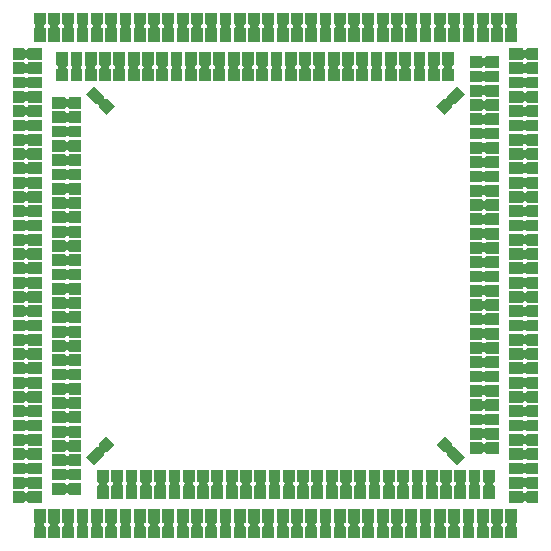
<source format=gbr>
%TF.GenerationSoftware,KiCad,Pcbnew,6.0.11-2627ca5db0~126~ubuntu22.04.1*%
%TF.CreationDate,2024-01-17T01:21:31-06:00*%
%TF.ProjectId,mea_breakout,6d65615f-6272-4656-916b-6f75742e6b69,1*%
%TF.SameCoordinates,Original*%
%TF.FileFunction,Paste,Top*%
%TF.FilePolarity,Positive*%
%FSLAX46Y46*%
G04 Gerber Fmt 4.6, Leading zero omitted, Abs format (unit mm)*
G04 Created by KiCad (PCBNEW 6.0.11-2627ca5db0~126~ubuntu22.04.1) date 2024-01-17 01:21:31*
%MOMM*%
%LPD*%
G01*
G04 APERTURE LIST*
G04 APERTURE END LIST*
%TO.C,U221*%
G36*
X50846000Y-25491000D02*
G01*
X50847000Y-25498000D01*
X50848000Y-25506000D01*
X50850000Y-25514000D01*
X50852000Y-25521000D01*
X50855000Y-25529000D01*
X50861000Y-25543000D01*
X50869000Y-25557000D01*
X50874000Y-25563000D01*
X50878000Y-25569000D01*
X50884000Y-25575000D01*
X50889000Y-25581000D01*
X50895000Y-25586000D01*
X50901000Y-25592000D01*
X50907000Y-25596000D01*
X50913000Y-25601000D01*
X50927000Y-25609000D01*
X50941000Y-25615000D01*
X50949000Y-25618000D01*
X50956000Y-25620000D01*
X50964000Y-25622000D01*
X50972000Y-25623000D01*
X50979000Y-25624000D01*
X50987000Y-25625000D01*
X51053000Y-25625000D01*
X51061000Y-25624000D01*
X51068000Y-25623000D01*
X51076000Y-25622000D01*
X51084000Y-25620000D01*
X51091000Y-25618000D01*
X51099000Y-25615000D01*
X51113000Y-25609000D01*
X51127000Y-25601000D01*
X51133000Y-25596000D01*
X51139000Y-25592000D01*
X51145000Y-25586000D01*
X51151000Y-25581000D01*
X51156000Y-25575000D01*
X51162000Y-25569000D01*
X51166000Y-25563000D01*
X51171000Y-25557000D01*
X51179000Y-25543000D01*
X51185000Y-25529000D01*
X51188000Y-25521000D01*
X51190000Y-25514000D01*
X51192000Y-25506000D01*
X51193000Y-25498000D01*
X51194000Y-25491000D01*
X51195000Y-25485000D01*
X52135000Y-25485000D01*
X52135000Y-26485000D01*
X51195000Y-26485000D01*
X51193000Y-26482000D01*
X51192000Y-26474000D01*
X51190000Y-26466000D01*
X51188000Y-26459000D01*
X51185000Y-26451000D01*
X51179000Y-26437000D01*
X51171000Y-26423000D01*
X51166000Y-26417000D01*
X51162000Y-26411000D01*
X51156000Y-26405000D01*
X51151000Y-26399000D01*
X51145000Y-26394000D01*
X51139000Y-26388000D01*
X51133000Y-26384000D01*
X51127000Y-26379000D01*
X51113000Y-26371000D01*
X51099000Y-26365000D01*
X51091000Y-26362000D01*
X51084000Y-26360000D01*
X51076000Y-26358000D01*
X51068000Y-26357000D01*
X51061000Y-26356000D01*
X51053000Y-26355000D01*
X50987000Y-26355000D01*
X50979000Y-26356000D01*
X50972000Y-26357000D01*
X50964000Y-26358000D01*
X50956000Y-26360000D01*
X50949000Y-26362000D01*
X50941000Y-26365000D01*
X50927000Y-26371000D01*
X50913000Y-26379000D01*
X50907000Y-26384000D01*
X50901000Y-26388000D01*
X50895000Y-26394000D01*
X50889000Y-26399000D01*
X50884000Y-26405000D01*
X50878000Y-26411000D01*
X50874000Y-26417000D01*
X50869000Y-26423000D01*
X50861000Y-26437000D01*
X50855000Y-26451000D01*
X50852000Y-26459000D01*
X50850000Y-26466000D01*
X50848000Y-26474000D01*
X50847000Y-26482000D01*
X50845000Y-26485000D01*
X49695000Y-26485000D01*
X49695000Y-25485000D01*
X50845000Y-25485000D01*
X50846000Y-25491000D01*
G37*
%TO.C,U205*%
G36*
X86087000Y-38968000D02*
G01*
X86088000Y-38976000D01*
X86090000Y-38984000D01*
X86092000Y-38991000D01*
X86095000Y-38999000D01*
X86101000Y-39013000D01*
X86109000Y-39027000D01*
X86114000Y-39033000D01*
X86118000Y-39039000D01*
X86124000Y-39045000D01*
X86129000Y-39051000D01*
X86135000Y-39056000D01*
X86141000Y-39062000D01*
X86147000Y-39066000D01*
X86153000Y-39071000D01*
X86167000Y-39079000D01*
X86181000Y-39085000D01*
X86189000Y-39088000D01*
X86196000Y-39090000D01*
X86204000Y-39092000D01*
X86212000Y-39093000D01*
X86219000Y-39094000D01*
X86227000Y-39095000D01*
X86293000Y-39095000D01*
X86301000Y-39094000D01*
X86308000Y-39093000D01*
X86316000Y-39092000D01*
X86324000Y-39090000D01*
X86331000Y-39088000D01*
X86339000Y-39085000D01*
X86353000Y-39079000D01*
X86367000Y-39071000D01*
X86373000Y-39066000D01*
X86379000Y-39062000D01*
X86385000Y-39056000D01*
X86391000Y-39051000D01*
X86396000Y-39045000D01*
X86402000Y-39039000D01*
X86406000Y-39033000D01*
X86411000Y-39027000D01*
X86419000Y-39013000D01*
X86425000Y-38999000D01*
X86428000Y-38991000D01*
X86430000Y-38984000D01*
X86432000Y-38976000D01*
X86433000Y-38968000D01*
X86435000Y-38965000D01*
X87585000Y-38965000D01*
X87585000Y-39965000D01*
X86435000Y-39965000D01*
X86434000Y-39959000D01*
X86433000Y-39952000D01*
X86432000Y-39944000D01*
X86430000Y-39936000D01*
X86428000Y-39929000D01*
X86425000Y-39921000D01*
X86419000Y-39907000D01*
X86411000Y-39893000D01*
X86406000Y-39887000D01*
X86402000Y-39881000D01*
X86396000Y-39875000D01*
X86391000Y-39869000D01*
X86385000Y-39864000D01*
X86379000Y-39858000D01*
X86373000Y-39854000D01*
X86367000Y-39849000D01*
X86353000Y-39841000D01*
X86339000Y-39835000D01*
X86331000Y-39832000D01*
X86324000Y-39830000D01*
X86316000Y-39828000D01*
X86308000Y-39827000D01*
X86301000Y-39826000D01*
X86293000Y-39825000D01*
X86227000Y-39825000D01*
X86219000Y-39826000D01*
X86212000Y-39827000D01*
X86204000Y-39828000D01*
X86196000Y-39830000D01*
X86189000Y-39832000D01*
X86181000Y-39835000D01*
X86167000Y-39841000D01*
X86153000Y-39849000D01*
X86147000Y-39854000D01*
X86141000Y-39858000D01*
X86135000Y-39864000D01*
X86129000Y-39869000D01*
X86124000Y-39875000D01*
X86118000Y-39881000D01*
X86114000Y-39887000D01*
X86109000Y-39893000D01*
X86101000Y-39907000D01*
X86095000Y-39921000D01*
X86092000Y-39929000D01*
X86090000Y-39936000D01*
X86088000Y-39944000D01*
X86087000Y-39952000D01*
X86086000Y-39959000D01*
X86085000Y-39965000D01*
X85145000Y-39965000D01*
X85145000Y-38965000D01*
X86085000Y-38965000D01*
X86087000Y-38968000D01*
G37*
%TO.C,U28*%
G36*
X56435000Y-61515000D02*
G01*
X56429000Y-61516000D01*
X56422000Y-61517000D01*
X56414000Y-61518000D01*
X56406000Y-61520000D01*
X56399000Y-61522000D01*
X56391000Y-61525000D01*
X56377000Y-61531000D01*
X56363000Y-61539000D01*
X56357000Y-61544000D01*
X56351000Y-61548000D01*
X56345000Y-61554000D01*
X56339000Y-61559000D01*
X56334000Y-61565000D01*
X56328000Y-61571000D01*
X56324000Y-61577000D01*
X56319000Y-61583000D01*
X56311000Y-61597000D01*
X56305000Y-61611000D01*
X56302000Y-61619000D01*
X56300000Y-61626000D01*
X56298000Y-61634000D01*
X56297000Y-61642000D01*
X56296000Y-61649000D01*
X56295000Y-61657000D01*
X56295000Y-61723000D01*
X56296000Y-61731000D01*
X56297000Y-61738000D01*
X56298000Y-61746000D01*
X56300000Y-61754000D01*
X56302000Y-61761000D01*
X56305000Y-61769000D01*
X56311000Y-61783000D01*
X56319000Y-61797000D01*
X56324000Y-61803000D01*
X56328000Y-61809000D01*
X56334000Y-61815000D01*
X56339000Y-61821000D01*
X56345000Y-61826000D01*
X56351000Y-61832000D01*
X56357000Y-61836000D01*
X56363000Y-61841000D01*
X56377000Y-61849000D01*
X56391000Y-61855000D01*
X56399000Y-61858000D01*
X56406000Y-61860000D01*
X56414000Y-61862000D01*
X56422000Y-61863000D01*
X56429000Y-61864000D01*
X56435000Y-61865000D01*
X56435000Y-62805000D01*
X55435000Y-62805000D01*
X55435000Y-61865000D01*
X55438000Y-61863000D01*
X55446000Y-61862000D01*
X55454000Y-61860000D01*
X55461000Y-61858000D01*
X55469000Y-61855000D01*
X55483000Y-61849000D01*
X55497000Y-61841000D01*
X55503000Y-61836000D01*
X55509000Y-61832000D01*
X55515000Y-61826000D01*
X55521000Y-61821000D01*
X55526000Y-61815000D01*
X55532000Y-61809000D01*
X55536000Y-61803000D01*
X55541000Y-61797000D01*
X55549000Y-61783000D01*
X55555000Y-61769000D01*
X55558000Y-61761000D01*
X55560000Y-61754000D01*
X55562000Y-61746000D01*
X55563000Y-61738000D01*
X55564000Y-61731000D01*
X55565000Y-61723000D01*
X55565000Y-61657000D01*
X55564000Y-61649000D01*
X55563000Y-61642000D01*
X55562000Y-61634000D01*
X55560000Y-61626000D01*
X55558000Y-61619000D01*
X55555000Y-61611000D01*
X55549000Y-61597000D01*
X55541000Y-61583000D01*
X55536000Y-61577000D01*
X55532000Y-61571000D01*
X55526000Y-61565000D01*
X55521000Y-61559000D01*
X55515000Y-61554000D01*
X55509000Y-61548000D01*
X55503000Y-61544000D01*
X55497000Y-61539000D01*
X55483000Y-61531000D01*
X55469000Y-61525000D01*
X55461000Y-61522000D01*
X55454000Y-61520000D01*
X55446000Y-61518000D01*
X55438000Y-61517000D01*
X55435000Y-61515000D01*
X55435000Y-60365000D01*
X56435000Y-60365000D01*
X56435000Y-61515000D01*
G37*
%TO.C,U30*%
G36*
X54015000Y-61515000D02*
G01*
X54009000Y-61516000D01*
X54002000Y-61517000D01*
X53994000Y-61518000D01*
X53986000Y-61520000D01*
X53979000Y-61522000D01*
X53971000Y-61525000D01*
X53957000Y-61531000D01*
X53943000Y-61539000D01*
X53937000Y-61544000D01*
X53931000Y-61548000D01*
X53925000Y-61554000D01*
X53919000Y-61559000D01*
X53914000Y-61565000D01*
X53908000Y-61571000D01*
X53904000Y-61577000D01*
X53899000Y-61583000D01*
X53891000Y-61597000D01*
X53885000Y-61611000D01*
X53882000Y-61619000D01*
X53880000Y-61626000D01*
X53878000Y-61634000D01*
X53877000Y-61642000D01*
X53876000Y-61649000D01*
X53875000Y-61657000D01*
X53875000Y-61723000D01*
X53876000Y-61731000D01*
X53877000Y-61738000D01*
X53878000Y-61746000D01*
X53880000Y-61754000D01*
X53882000Y-61761000D01*
X53885000Y-61769000D01*
X53891000Y-61783000D01*
X53899000Y-61797000D01*
X53904000Y-61803000D01*
X53908000Y-61809000D01*
X53914000Y-61815000D01*
X53919000Y-61821000D01*
X53925000Y-61826000D01*
X53931000Y-61832000D01*
X53937000Y-61836000D01*
X53943000Y-61841000D01*
X53957000Y-61849000D01*
X53971000Y-61855000D01*
X53979000Y-61858000D01*
X53986000Y-61860000D01*
X53994000Y-61862000D01*
X54002000Y-61863000D01*
X54009000Y-61864000D01*
X54015000Y-61865000D01*
X54015000Y-62805000D01*
X53015000Y-62805000D01*
X53015000Y-61865000D01*
X53018000Y-61863000D01*
X53026000Y-61862000D01*
X53034000Y-61860000D01*
X53041000Y-61858000D01*
X53049000Y-61855000D01*
X53063000Y-61849000D01*
X53077000Y-61841000D01*
X53083000Y-61836000D01*
X53089000Y-61832000D01*
X53095000Y-61826000D01*
X53101000Y-61821000D01*
X53106000Y-61815000D01*
X53112000Y-61809000D01*
X53116000Y-61803000D01*
X53121000Y-61797000D01*
X53129000Y-61783000D01*
X53135000Y-61769000D01*
X53138000Y-61761000D01*
X53140000Y-61754000D01*
X53142000Y-61746000D01*
X53143000Y-61738000D01*
X53144000Y-61731000D01*
X53145000Y-61723000D01*
X53145000Y-61657000D01*
X53144000Y-61649000D01*
X53143000Y-61642000D01*
X53142000Y-61634000D01*
X53140000Y-61626000D01*
X53138000Y-61619000D01*
X53135000Y-61611000D01*
X53129000Y-61597000D01*
X53121000Y-61583000D01*
X53116000Y-61577000D01*
X53112000Y-61571000D01*
X53106000Y-61565000D01*
X53101000Y-61559000D01*
X53095000Y-61554000D01*
X53089000Y-61548000D01*
X53083000Y-61544000D01*
X53077000Y-61539000D01*
X53063000Y-61531000D01*
X53049000Y-61525000D01*
X53041000Y-61522000D01*
X53034000Y-61520000D01*
X53026000Y-61518000D01*
X53018000Y-61517000D01*
X53015000Y-61515000D01*
X53015000Y-60365000D01*
X54015000Y-60365000D01*
X54015000Y-61515000D01*
G37*
%TO.C,U142*%
G36*
X64215000Y-58035000D02*
G01*
X64212000Y-58037000D01*
X64204000Y-58038000D01*
X64196000Y-58040000D01*
X64189000Y-58042000D01*
X64181000Y-58045000D01*
X64167000Y-58051000D01*
X64153000Y-58059000D01*
X64147000Y-58064000D01*
X64141000Y-58068000D01*
X64135000Y-58074000D01*
X64129000Y-58079000D01*
X64124000Y-58085000D01*
X64118000Y-58091000D01*
X64114000Y-58097000D01*
X64109000Y-58103000D01*
X64101000Y-58117000D01*
X64095000Y-58131000D01*
X64092000Y-58139000D01*
X64090000Y-58146000D01*
X64088000Y-58154000D01*
X64087000Y-58162000D01*
X64086000Y-58169000D01*
X64085000Y-58177000D01*
X64085000Y-58243000D01*
X64086000Y-58251000D01*
X64087000Y-58258000D01*
X64088000Y-58266000D01*
X64090000Y-58274000D01*
X64092000Y-58281000D01*
X64095000Y-58289000D01*
X64101000Y-58303000D01*
X64109000Y-58317000D01*
X64114000Y-58323000D01*
X64118000Y-58329000D01*
X64124000Y-58335000D01*
X64129000Y-58341000D01*
X64135000Y-58346000D01*
X64141000Y-58352000D01*
X64147000Y-58356000D01*
X64153000Y-58361000D01*
X64167000Y-58369000D01*
X64181000Y-58375000D01*
X64189000Y-58378000D01*
X64196000Y-58380000D01*
X64204000Y-58382000D01*
X64212000Y-58383000D01*
X64215000Y-58385000D01*
X64215000Y-59535000D01*
X63215000Y-59535000D01*
X63215000Y-58385000D01*
X63221000Y-58384000D01*
X63228000Y-58383000D01*
X63236000Y-58382000D01*
X63244000Y-58380000D01*
X63251000Y-58378000D01*
X63259000Y-58375000D01*
X63273000Y-58369000D01*
X63287000Y-58361000D01*
X63293000Y-58356000D01*
X63299000Y-58352000D01*
X63305000Y-58346000D01*
X63311000Y-58341000D01*
X63316000Y-58335000D01*
X63322000Y-58329000D01*
X63326000Y-58323000D01*
X63331000Y-58317000D01*
X63339000Y-58303000D01*
X63345000Y-58289000D01*
X63348000Y-58281000D01*
X63350000Y-58274000D01*
X63352000Y-58266000D01*
X63353000Y-58258000D01*
X63354000Y-58251000D01*
X63355000Y-58243000D01*
X63355000Y-58177000D01*
X63354000Y-58169000D01*
X63353000Y-58162000D01*
X63352000Y-58154000D01*
X63350000Y-58146000D01*
X63348000Y-58139000D01*
X63345000Y-58131000D01*
X63339000Y-58117000D01*
X63331000Y-58103000D01*
X63326000Y-58097000D01*
X63322000Y-58091000D01*
X63316000Y-58085000D01*
X63311000Y-58079000D01*
X63305000Y-58074000D01*
X63299000Y-58068000D01*
X63293000Y-58064000D01*
X63287000Y-58059000D01*
X63273000Y-58051000D01*
X63259000Y-58045000D01*
X63251000Y-58042000D01*
X63244000Y-58040000D01*
X63236000Y-58038000D01*
X63228000Y-58037000D01*
X63221000Y-58036000D01*
X63215000Y-58035000D01*
X63215000Y-57095000D01*
X64215000Y-57095000D01*
X64215000Y-58035000D01*
G37*
%TO.C,U152*%
G36*
X76315000Y-58035000D02*
G01*
X76312000Y-58037000D01*
X76304000Y-58038000D01*
X76296000Y-58040000D01*
X76289000Y-58042000D01*
X76281000Y-58045000D01*
X76267000Y-58051000D01*
X76253000Y-58059000D01*
X76247000Y-58064000D01*
X76241000Y-58068000D01*
X76235000Y-58074000D01*
X76229000Y-58079000D01*
X76224000Y-58085000D01*
X76218000Y-58091000D01*
X76214000Y-58097000D01*
X76209000Y-58103000D01*
X76201000Y-58117000D01*
X76195000Y-58131000D01*
X76192000Y-58139000D01*
X76190000Y-58146000D01*
X76188000Y-58154000D01*
X76187000Y-58162000D01*
X76186000Y-58169000D01*
X76185000Y-58177000D01*
X76185000Y-58243000D01*
X76186000Y-58251000D01*
X76187000Y-58258000D01*
X76188000Y-58266000D01*
X76190000Y-58274000D01*
X76192000Y-58281000D01*
X76195000Y-58289000D01*
X76201000Y-58303000D01*
X76209000Y-58317000D01*
X76214000Y-58323000D01*
X76218000Y-58329000D01*
X76224000Y-58335000D01*
X76229000Y-58341000D01*
X76235000Y-58346000D01*
X76241000Y-58352000D01*
X76247000Y-58356000D01*
X76253000Y-58361000D01*
X76267000Y-58369000D01*
X76281000Y-58375000D01*
X76289000Y-58378000D01*
X76296000Y-58380000D01*
X76304000Y-58382000D01*
X76312000Y-58383000D01*
X76315000Y-58385000D01*
X76315000Y-59535000D01*
X75315000Y-59535000D01*
X75315000Y-58385000D01*
X75321000Y-58384000D01*
X75328000Y-58383000D01*
X75336000Y-58382000D01*
X75344000Y-58380000D01*
X75351000Y-58378000D01*
X75359000Y-58375000D01*
X75373000Y-58369000D01*
X75387000Y-58361000D01*
X75393000Y-58356000D01*
X75399000Y-58352000D01*
X75405000Y-58346000D01*
X75411000Y-58341000D01*
X75416000Y-58335000D01*
X75422000Y-58329000D01*
X75426000Y-58323000D01*
X75431000Y-58317000D01*
X75439000Y-58303000D01*
X75445000Y-58289000D01*
X75448000Y-58281000D01*
X75450000Y-58274000D01*
X75452000Y-58266000D01*
X75453000Y-58258000D01*
X75454000Y-58251000D01*
X75455000Y-58243000D01*
X75455000Y-58177000D01*
X75454000Y-58169000D01*
X75453000Y-58162000D01*
X75452000Y-58154000D01*
X75450000Y-58146000D01*
X75448000Y-58139000D01*
X75445000Y-58131000D01*
X75439000Y-58117000D01*
X75431000Y-58103000D01*
X75426000Y-58097000D01*
X75422000Y-58091000D01*
X75416000Y-58085000D01*
X75411000Y-58079000D01*
X75405000Y-58074000D01*
X75399000Y-58068000D01*
X75393000Y-58064000D01*
X75387000Y-58059000D01*
X75373000Y-58051000D01*
X75359000Y-58045000D01*
X75351000Y-58042000D01*
X75344000Y-58040000D01*
X75336000Y-58038000D01*
X75328000Y-58037000D01*
X75321000Y-58036000D01*
X75315000Y-58035000D01*
X75315000Y-57095000D01*
X76315000Y-57095000D01*
X76315000Y-58035000D01*
G37*
%TO.C,U39*%
G36*
X54015000Y-19315000D02*
G01*
X54012000Y-19317000D01*
X54004000Y-19318000D01*
X53996000Y-19320000D01*
X53989000Y-19322000D01*
X53981000Y-19325000D01*
X53967000Y-19331000D01*
X53953000Y-19339000D01*
X53947000Y-19344000D01*
X53941000Y-19348000D01*
X53935000Y-19354000D01*
X53929000Y-19359000D01*
X53924000Y-19365000D01*
X53918000Y-19371000D01*
X53914000Y-19377000D01*
X53909000Y-19383000D01*
X53901000Y-19397000D01*
X53895000Y-19411000D01*
X53892000Y-19419000D01*
X53890000Y-19426000D01*
X53888000Y-19434000D01*
X53887000Y-19442000D01*
X53886000Y-19449000D01*
X53885000Y-19457000D01*
X53885000Y-19523000D01*
X53886000Y-19531000D01*
X53887000Y-19538000D01*
X53888000Y-19546000D01*
X53890000Y-19554000D01*
X53892000Y-19561000D01*
X53895000Y-19569000D01*
X53901000Y-19583000D01*
X53909000Y-19597000D01*
X53914000Y-19603000D01*
X53918000Y-19609000D01*
X53924000Y-19615000D01*
X53929000Y-19621000D01*
X53935000Y-19626000D01*
X53941000Y-19632000D01*
X53947000Y-19636000D01*
X53953000Y-19641000D01*
X53967000Y-19649000D01*
X53981000Y-19655000D01*
X53989000Y-19658000D01*
X53996000Y-19660000D01*
X54004000Y-19662000D01*
X54012000Y-19663000D01*
X54015000Y-19665000D01*
X54015000Y-20815000D01*
X53015000Y-20815000D01*
X53015000Y-19665000D01*
X53021000Y-19664000D01*
X53028000Y-19663000D01*
X53036000Y-19662000D01*
X53044000Y-19660000D01*
X53051000Y-19658000D01*
X53059000Y-19655000D01*
X53073000Y-19649000D01*
X53087000Y-19641000D01*
X53093000Y-19636000D01*
X53099000Y-19632000D01*
X53105000Y-19626000D01*
X53111000Y-19621000D01*
X53116000Y-19615000D01*
X53122000Y-19609000D01*
X53126000Y-19603000D01*
X53131000Y-19597000D01*
X53139000Y-19583000D01*
X53145000Y-19569000D01*
X53148000Y-19561000D01*
X53150000Y-19554000D01*
X53152000Y-19546000D01*
X53153000Y-19538000D01*
X53154000Y-19531000D01*
X53155000Y-19523000D01*
X53155000Y-19457000D01*
X53154000Y-19449000D01*
X53153000Y-19442000D01*
X53152000Y-19434000D01*
X53150000Y-19426000D01*
X53148000Y-19419000D01*
X53145000Y-19411000D01*
X53139000Y-19397000D01*
X53131000Y-19383000D01*
X53126000Y-19377000D01*
X53122000Y-19371000D01*
X53116000Y-19365000D01*
X53111000Y-19359000D01*
X53105000Y-19354000D01*
X53099000Y-19348000D01*
X53093000Y-19344000D01*
X53087000Y-19339000D01*
X53073000Y-19331000D01*
X53059000Y-19325000D01*
X53051000Y-19322000D01*
X53044000Y-19320000D01*
X53036000Y-19318000D01*
X53028000Y-19317000D01*
X53021000Y-19316000D01*
X53015000Y-19315000D01*
X53015000Y-18375000D01*
X54015000Y-18375000D01*
X54015000Y-19315000D01*
G37*
%TO.C,U149*%
G36*
X72685000Y-58035000D02*
G01*
X72682000Y-58037000D01*
X72674000Y-58038000D01*
X72666000Y-58040000D01*
X72659000Y-58042000D01*
X72651000Y-58045000D01*
X72637000Y-58051000D01*
X72623000Y-58059000D01*
X72617000Y-58064000D01*
X72611000Y-58068000D01*
X72605000Y-58074000D01*
X72599000Y-58079000D01*
X72594000Y-58085000D01*
X72588000Y-58091000D01*
X72584000Y-58097000D01*
X72579000Y-58103000D01*
X72571000Y-58117000D01*
X72565000Y-58131000D01*
X72562000Y-58139000D01*
X72560000Y-58146000D01*
X72558000Y-58154000D01*
X72557000Y-58162000D01*
X72556000Y-58169000D01*
X72555000Y-58177000D01*
X72555000Y-58243000D01*
X72556000Y-58251000D01*
X72557000Y-58258000D01*
X72558000Y-58266000D01*
X72560000Y-58274000D01*
X72562000Y-58281000D01*
X72565000Y-58289000D01*
X72571000Y-58303000D01*
X72579000Y-58317000D01*
X72584000Y-58323000D01*
X72588000Y-58329000D01*
X72594000Y-58335000D01*
X72599000Y-58341000D01*
X72605000Y-58346000D01*
X72611000Y-58352000D01*
X72617000Y-58356000D01*
X72623000Y-58361000D01*
X72637000Y-58369000D01*
X72651000Y-58375000D01*
X72659000Y-58378000D01*
X72666000Y-58380000D01*
X72674000Y-58382000D01*
X72682000Y-58383000D01*
X72685000Y-58385000D01*
X72685000Y-59535000D01*
X71685000Y-59535000D01*
X71685000Y-58385000D01*
X71691000Y-58384000D01*
X71698000Y-58383000D01*
X71706000Y-58382000D01*
X71714000Y-58380000D01*
X71721000Y-58378000D01*
X71729000Y-58375000D01*
X71743000Y-58369000D01*
X71757000Y-58361000D01*
X71763000Y-58356000D01*
X71769000Y-58352000D01*
X71775000Y-58346000D01*
X71781000Y-58341000D01*
X71786000Y-58335000D01*
X71792000Y-58329000D01*
X71796000Y-58323000D01*
X71801000Y-58317000D01*
X71809000Y-58303000D01*
X71815000Y-58289000D01*
X71818000Y-58281000D01*
X71820000Y-58274000D01*
X71822000Y-58266000D01*
X71823000Y-58258000D01*
X71824000Y-58251000D01*
X71825000Y-58243000D01*
X71825000Y-58177000D01*
X71824000Y-58169000D01*
X71823000Y-58162000D01*
X71822000Y-58154000D01*
X71820000Y-58146000D01*
X71818000Y-58139000D01*
X71815000Y-58131000D01*
X71809000Y-58117000D01*
X71801000Y-58103000D01*
X71796000Y-58097000D01*
X71792000Y-58091000D01*
X71786000Y-58085000D01*
X71781000Y-58079000D01*
X71775000Y-58074000D01*
X71769000Y-58068000D01*
X71763000Y-58064000D01*
X71757000Y-58059000D01*
X71743000Y-58051000D01*
X71729000Y-58045000D01*
X71721000Y-58042000D01*
X71714000Y-58040000D01*
X71706000Y-58038000D01*
X71698000Y-58037000D01*
X71691000Y-58036000D01*
X71685000Y-58035000D01*
X71685000Y-57095000D01*
X72685000Y-57095000D01*
X72685000Y-58035000D01*
G37*
%TO.C,U34*%
G36*
X49175000Y-61515000D02*
G01*
X49169000Y-61516000D01*
X49162000Y-61517000D01*
X49154000Y-61518000D01*
X49146000Y-61520000D01*
X49139000Y-61522000D01*
X49131000Y-61525000D01*
X49117000Y-61531000D01*
X49103000Y-61539000D01*
X49097000Y-61544000D01*
X49091000Y-61548000D01*
X49085000Y-61554000D01*
X49079000Y-61559000D01*
X49074000Y-61565000D01*
X49068000Y-61571000D01*
X49064000Y-61577000D01*
X49059000Y-61583000D01*
X49051000Y-61597000D01*
X49045000Y-61611000D01*
X49042000Y-61619000D01*
X49040000Y-61626000D01*
X49038000Y-61634000D01*
X49037000Y-61642000D01*
X49036000Y-61649000D01*
X49035000Y-61657000D01*
X49035000Y-61723000D01*
X49036000Y-61731000D01*
X49037000Y-61738000D01*
X49038000Y-61746000D01*
X49040000Y-61754000D01*
X49042000Y-61761000D01*
X49045000Y-61769000D01*
X49051000Y-61783000D01*
X49059000Y-61797000D01*
X49064000Y-61803000D01*
X49068000Y-61809000D01*
X49074000Y-61815000D01*
X49079000Y-61821000D01*
X49085000Y-61826000D01*
X49091000Y-61832000D01*
X49097000Y-61836000D01*
X49103000Y-61841000D01*
X49117000Y-61849000D01*
X49131000Y-61855000D01*
X49139000Y-61858000D01*
X49146000Y-61860000D01*
X49154000Y-61862000D01*
X49162000Y-61863000D01*
X49169000Y-61864000D01*
X49175000Y-61865000D01*
X49175000Y-62805000D01*
X48175000Y-62805000D01*
X48175000Y-61865000D01*
X48178000Y-61863000D01*
X48186000Y-61862000D01*
X48194000Y-61860000D01*
X48201000Y-61858000D01*
X48209000Y-61855000D01*
X48223000Y-61849000D01*
X48237000Y-61841000D01*
X48243000Y-61836000D01*
X48249000Y-61832000D01*
X48255000Y-61826000D01*
X48261000Y-61821000D01*
X48266000Y-61815000D01*
X48272000Y-61809000D01*
X48276000Y-61803000D01*
X48281000Y-61797000D01*
X48289000Y-61783000D01*
X48295000Y-61769000D01*
X48298000Y-61761000D01*
X48300000Y-61754000D01*
X48302000Y-61746000D01*
X48303000Y-61738000D01*
X48304000Y-61731000D01*
X48305000Y-61723000D01*
X48305000Y-61657000D01*
X48304000Y-61649000D01*
X48303000Y-61642000D01*
X48302000Y-61634000D01*
X48300000Y-61626000D01*
X48298000Y-61619000D01*
X48295000Y-61611000D01*
X48289000Y-61597000D01*
X48281000Y-61583000D01*
X48276000Y-61577000D01*
X48272000Y-61571000D01*
X48266000Y-61565000D01*
X48261000Y-61559000D01*
X48255000Y-61554000D01*
X48249000Y-61548000D01*
X48243000Y-61544000D01*
X48237000Y-61539000D01*
X48223000Y-61531000D01*
X48209000Y-61525000D01*
X48201000Y-61522000D01*
X48194000Y-61520000D01*
X48186000Y-61518000D01*
X48178000Y-61517000D01*
X48175000Y-61515000D01*
X48175000Y-60365000D01*
X49175000Y-60365000D01*
X49175000Y-61515000D01*
G37*
%TO.C,U172*%
G36*
X72854999Y-22795000D02*
G01*
X72848999Y-22796000D01*
X72841999Y-22797000D01*
X72833999Y-22798000D01*
X72825999Y-22800000D01*
X72818999Y-22802000D01*
X72810999Y-22805000D01*
X72796999Y-22811000D01*
X72782999Y-22819000D01*
X72776999Y-22824000D01*
X72770999Y-22828000D01*
X72764999Y-22834000D01*
X72758999Y-22839000D01*
X72753999Y-22845000D01*
X72747999Y-22851000D01*
X72743999Y-22857000D01*
X72738999Y-22863000D01*
X72730999Y-22877000D01*
X72724999Y-22891000D01*
X72721999Y-22899000D01*
X72719999Y-22906000D01*
X72717999Y-22914000D01*
X72716999Y-22922000D01*
X72715999Y-22929000D01*
X72714999Y-22937000D01*
X72714999Y-23003000D01*
X72715999Y-23011000D01*
X72716999Y-23018000D01*
X72717999Y-23026000D01*
X72719999Y-23034000D01*
X72721999Y-23041000D01*
X72724999Y-23049000D01*
X72730999Y-23063000D01*
X72738999Y-23077000D01*
X72743999Y-23083000D01*
X72747999Y-23089000D01*
X72753999Y-23095000D01*
X72758999Y-23101000D01*
X72764999Y-23106000D01*
X72770999Y-23112000D01*
X72776999Y-23116000D01*
X72782999Y-23121000D01*
X72796999Y-23129000D01*
X72810999Y-23135000D01*
X72818999Y-23138000D01*
X72825999Y-23140000D01*
X72833999Y-23142000D01*
X72841999Y-23143000D01*
X72848999Y-23144000D01*
X72854999Y-23145000D01*
X72854999Y-24085000D01*
X71854999Y-24085000D01*
X71854999Y-23145000D01*
X71857999Y-23143000D01*
X71865999Y-23142000D01*
X71873999Y-23140000D01*
X71880999Y-23138000D01*
X71888999Y-23135000D01*
X71902999Y-23129000D01*
X71916999Y-23121000D01*
X71922999Y-23116000D01*
X71928999Y-23112000D01*
X71934999Y-23106000D01*
X71940999Y-23101000D01*
X71945999Y-23095000D01*
X71951999Y-23089000D01*
X71955999Y-23083000D01*
X71960999Y-23077000D01*
X71968999Y-23063000D01*
X71974999Y-23049000D01*
X71977999Y-23041000D01*
X71979999Y-23034000D01*
X71981999Y-23026000D01*
X71982999Y-23018000D01*
X71983999Y-23011000D01*
X71984999Y-23003000D01*
X71984999Y-22937000D01*
X71983999Y-22929000D01*
X71982999Y-22922000D01*
X71981999Y-22914000D01*
X71979999Y-22906000D01*
X71977999Y-22899000D01*
X71974999Y-22891000D01*
X71968999Y-22877000D01*
X71960999Y-22863000D01*
X71955999Y-22857000D01*
X71951999Y-22851000D01*
X71945999Y-22845000D01*
X71940999Y-22839000D01*
X71934999Y-22834000D01*
X71928999Y-22828000D01*
X71922999Y-22824000D01*
X71916999Y-22819000D01*
X71902999Y-22811000D01*
X71888999Y-22805000D01*
X71880999Y-22802000D01*
X71873999Y-22800000D01*
X71865999Y-22798000D01*
X71857999Y-22797000D01*
X71854999Y-22795000D01*
X71854999Y-21645000D01*
X72854999Y-21645000D01*
X72854999Y-22795000D01*
G37*
%TO.C,U2*%
G36*
X87895000Y-61515000D02*
G01*
X87889000Y-61516000D01*
X87882000Y-61517000D01*
X87874000Y-61518000D01*
X87866000Y-61520000D01*
X87859000Y-61522000D01*
X87851000Y-61525000D01*
X87837000Y-61531000D01*
X87823000Y-61539000D01*
X87817000Y-61544000D01*
X87811000Y-61548000D01*
X87805000Y-61554000D01*
X87799000Y-61559000D01*
X87794000Y-61565000D01*
X87788000Y-61571000D01*
X87784000Y-61577000D01*
X87779000Y-61583000D01*
X87771000Y-61597000D01*
X87765000Y-61611000D01*
X87762000Y-61619000D01*
X87760000Y-61626000D01*
X87758000Y-61634000D01*
X87757000Y-61642000D01*
X87756000Y-61649000D01*
X87755000Y-61657000D01*
X87755000Y-61723000D01*
X87756000Y-61731000D01*
X87757000Y-61738000D01*
X87758000Y-61746000D01*
X87760000Y-61754000D01*
X87762000Y-61761000D01*
X87765000Y-61769000D01*
X87771000Y-61783000D01*
X87779000Y-61797000D01*
X87784000Y-61803000D01*
X87788000Y-61809000D01*
X87794000Y-61815000D01*
X87799000Y-61821000D01*
X87805000Y-61826000D01*
X87811000Y-61832000D01*
X87817000Y-61836000D01*
X87823000Y-61841000D01*
X87837000Y-61849000D01*
X87851000Y-61855000D01*
X87859000Y-61858000D01*
X87866000Y-61860000D01*
X87874000Y-61862000D01*
X87882000Y-61863000D01*
X87889000Y-61864000D01*
X87895000Y-61865000D01*
X87895000Y-62805000D01*
X86895000Y-62805000D01*
X86895000Y-61865000D01*
X86898000Y-61863000D01*
X86906000Y-61862000D01*
X86914000Y-61860000D01*
X86921000Y-61858000D01*
X86929000Y-61855000D01*
X86943000Y-61849000D01*
X86957000Y-61841000D01*
X86963000Y-61836000D01*
X86969000Y-61832000D01*
X86975000Y-61826000D01*
X86981000Y-61821000D01*
X86986000Y-61815000D01*
X86992000Y-61809000D01*
X86996000Y-61803000D01*
X87001000Y-61797000D01*
X87009000Y-61783000D01*
X87015000Y-61769000D01*
X87018000Y-61761000D01*
X87020000Y-61754000D01*
X87022000Y-61746000D01*
X87023000Y-61738000D01*
X87024000Y-61731000D01*
X87025000Y-61723000D01*
X87025000Y-61657000D01*
X87024000Y-61649000D01*
X87023000Y-61642000D01*
X87022000Y-61634000D01*
X87020000Y-61626000D01*
X87018000Y-61619000D01*
X87015000Y-61611000D01*
X87009000Y-61597000D01*
X87001000Y-61583000D01*
X86996000Y-61577000D01*
X86992000Y-61571000D01*
X86986000Y-61565000D01*
X86981000Y-61559000D01*
X86975000Y-61554000D01*
X86969000Y-61548000D01*
X86963000Y-61544000D01*
X86957000Y-61539000D01*
X86943000Y-61531000D01*
X86929000Y-61525000D01*
X86921000Y-61522000D01*
X86914000Y-61520000D01*
X86906000Y-61518000D01*
X86898000Y-61517000D01*
X86895000Y-61515000D01*
X86895000Y-60365000D01*
X87895000Y-60365000D01*
X87895000Y-61515000D01*
G37*
%TO.C,U131*%
G36*
X89566000Y-57641000D02*
G01*
X89567000Y-57648000D01*
X89568000Y-57656000D01*
X89570000Y-57664000D01*
X89572000Y-57671000D01*
X89575000Y-57679000D01*
X89581000Y-57693000D01*
X89589000Y-57707000D01*
X89594000Y-57713000D01*
X89598000Y-57719000D01*
X89604000Y-57725000D01*
X89609000Y-57731000D01*
X89615000Y-57736000D01*
X89621000Y-57742000D01*
X89627000Y-57746000D01*
X89633000Y-57751000D01*
X89647000Y-57759000D01*
X89661000Y-57765000D01*
X89669000Y-57768000D01*
X89676000Y-57770000D01*
X89684000Y-57772000D01*
X89692000Y-57773000D01*
X89699000Y-57774000D01*
X89707000Y-57775000D01*
X89773000Y-57775000D01*
X89781000Y-57774000D01*
X89788000Y-57773000D01*
X89796000Y-57772000D01*
X89804000Y-57770000D01*
X89811000Y-57768000D01*
X89819000Y-57765000D01*
X89833000Y-57759000D01*
X89847000Y-57751000D01*
X89853000Y-57746000D01*
X89859000Y-57742000D01*
X89865000Y-57736000D01*
X89871000Y-57731000D01*
X89876000Y-57725000D01*
X89882000Y-57719000D01*
X89886000Y-57713000D01*
X89891000Y-57707000D01*
X89899000Y-57693000D01*
X89905000Y-57679000D01*
X89908000Y-57671000D01*
X89910000Y-57664000D01*
X89912000Y-57656000D01*
X89913000Y-57648000D01*
X89914000Y-57641000D01*
X89915000Y-57635000D01*
X90855000Y-57635000D01*
X90855000Y-58635000D01*
X89915000Y-58635000D01*
X89913000Y-58632000D01*
X89912000Y-58624000D01*
X89910000Y-58616000D01*
X89908000Y-58609000D01*
X89905000Y-58601000D01*
X89899000Y-58587000D01*
X89891000Y-58573000D01*
X89886000Y-58567000D01*
X89882000Y-58561000D01*
X89876000Y-58555000D01*
X89871000Y-58549000D01*
X89865000Y-58544000D01*
X89859000Y-58538000D01*
X89853000Y-58534000D01*
X89847000Y-58529000D01*
X89833000Y-58521000D01*
X89819000Y-58515000D01*
X89811000Y-58512000D01*
X89804000Y-58510000D01*
X89796000Y-58508000D01*
X89788000Y-58507000D01*
X89781000Y-58506000D01*
X89773000Y-58505000D01*
X89707000Y-58505000D01*
X89699000Y-58506000D01*
X89692000Y-58507000D01*
X89684000Y-58508000D01*
X89676000Y-58510000D01*
X89669000Y-58512000D01*
X89661000Y-58515000D01*
X89647000Y-58521000D01*
X89633000Y-58529000D01*
X89627000Y-58534000D01*
X89621000Y-58538000D01*
X89615000Y-58544000D01*
X89609000Y-58549000D01*
X89604000Y-58555000D01*
X89598000Y-58561000D01*
X89594000Y-58567000D01*
X89589000Y-58573000D01*
X89581000Y-58587000D01*
X89575000Y-58601000D01*
X89572000Y-58609000D01*
X89570000Y-58616000D01*
X89568000Y-58624000D01*
X89567000Y-58632000D01*
X89565000Y-58635000D01*
X88415000Y-58635000D01*
X88415000Y-57635000D01*
X89565000Y-57635000D01*
X89566000Y-57641000D01*
G37*
%TO.C,U235*%
G36*
X50846000Y-42431000D02*
G01*
X50847000Y-42438000D01*
X50848000Y-42446000D01*
X50850000Y-42454000D01*
X50852000Y-42461000D01*
X50855000Y-42469000D01*
X50861000Y-42483000D01*
X50869000Y-42497000D01*
X50874000Y-42503000D01*
X50878000Y-42509000D01*
X50884000Y-42515000D01*
X50889000Y-42521000D01*
X50895000Y-42526000D01*
X50901000Y-42532000D01*
X50907000Y-42536000D01*
X50913000Y-42541000D01*
X50927000Y-42549000D01*
X50941000Y-42555000D01*
X50949000Y-42558000D01*
X50956000Y-42560000D01*
X50964000Y-42562000D01*
X50972000Y-42563000D01*
X50979000Y-42564000D01*
X50987000Y-42565000D01*
X51053000Y-42565000D01*
X51061000Y-42564000D01*
X51068000Y-42563000D01*
X51076000Y-42562000D01*
X51084000Y-42560000D01*
X51091000Y-42558000D01*
X51099000Y-42555000D01*
X51113000Y-42549000D01*
X51127000Y-42541000D01*
X51133000Y-42536000D01*
X51139000Y-42532000D01*
X51145000Y-42526000D01*
X51151000Y-42521000D01*
X51156000Y-42515000D01*
X51162000Y-42509000D01*
X51166000Y-42503000D01*
X51171000Y-42497000D01*
X51179000Y-42483000D01*
X51185000Y-42469000D01*
X51188000Y-42461000D01*
X51190000Y-42454000D01*
X51192000Y-42446000D01*
X51193000Y-42438000D01*
X51194000Y-42431000D01*
X51195000Y-42425000D01*
X52135000Y-42425000D01*
X52135000Y-43425000D01*
X51195000Y-43425000D01*
X51193000Y-43422000D01*
X51192000Y-43414000D01*
X51190000Y-43406000D01*
X51188000Y-43399000D01*
X51185000Y-43391000D01*
X51179000Y-43377000D01*
X51171000Y-43363000D01*
X51166000Y-43357000D01*
X51162000Y-43351000D01*
X51156000Y-43345000D01*
X51151000Y-43339000D01*
X51145000Y-43334000D01*
X51139000Y-43328000D01*
X51133000Y-43324000D01*
X51127000Y-43319000D01*
X51113000Y-43311000D01*
X51099000Y-43305000D01*
X51091000Y-43302000D01*
X51084000Y-43300000D01*
X51076000Y-43298000D01*
X51068000Y-43297000D01*
X51061000Y-43296000D01*
X51053000Y-43295000D01*
X50987000Y-43295000D01*
X50979000Y-43296000D01*
X50972000Y-43297000D01*
X50964000Y-43298000D01*
X50956000Y-43300000D01*
X50949000Y-43302000D01*
X50941000Y-43305000D01*
X50927000Y-43311000D01*
X50913000Y-43319000D01*
X50907000Y-43324000D01*
X50901000Y-43328000D01*
X50895000Y-43334000D01*
X50889000Y-43339000D01*
X50884000Y-43345000D01*
X50878000Y-43351000D01*
X50874000Y-43357000D01*
X50869000Y-43363000D01*
X50861000Y-43377000D01*
X50855000Y-43391000D01*
X50852000Y-43399000D01*
X50850000Y-43406000D01*
X50848000Y-43414000D01*
X50847000Y-43422000D01*
X50845000Y-43425000D01*
X49695000Y-43425000D01*
X49695000Y-42425000D01*
X50845000Y-42425000D01*
X50846000Y-42431000D01*
G37*
%TO.C,U115*%
G36*
X89566000Y-38280999D02*
G01*
X89567000Y-38287999D01*
X89568000Y-38295999D01*
X89570000Y-38303999D01*
X89572000Y-38310999D01*
X89575000Y-38318999D01*
X89581000Y-38332999D01*
X89589000Y-38346999D01*
X89594000Y-38352999D01*
X89598000Y-38358999D01*
X89604000Y-38364999D01*
X89609000Y-38370999D01*
X89615000Y-38375999D01*
X89621000Y-38381999D01*
X89627000Y-38385999D01*
X89633000Y-38390999D01*
X89647000Y-38398999D01*
X89661000Y-38404999D01*
X89669000Y-38407999D01*
X89676000Y-38409999D01*
X89684000Y-38411999D01*
X89692000Y-38412999D01*
X89699000Y-38413999D01*
X89707000Y-38414999D01*
X89773000Y-38414999D01*
X89781000Y-38413999D01*
X89788000Y-38412999D01*
X89796000Y-38411999D01*
X89804000Y-38409999D01*
X89811000Y-38407999D01*
X89819000Y-38404999D01*
X89833000Y-38398999D01*
X89847000Y-38390999D01*
X89853000Y-38385999D01*
X89859000Y-38381999D01*
X89865000Y-38375999D01*
X89871000Y-38370999D01*
X89876000Y-38364999D01*
X89882000Y-38358999D01*
X89886000Y-38352999D01*
X89891000Y-38346999D01*
X89899000Y-38332999D01*
X89905000Y-38318999D01*
X89908000Y-38310999D01*
X89910000Y-38303999D01*
X89912000Y-38295999D01*
X89913000Y-38287999D01*
X89914000Y-38280999D01*
X89915000Y-38274999D01*
X90855000Y-38274999D01*
X90855000Y-39274999D01*
X89915000Y-39274999D01*
X89913000Y-39271999D01*
X89912000Y-39263999D01*
X89910000Y-39255999D01*
X89908000Y-39248999D01*
X89905000Y-39240999D01*
X89899000Y-39226999D01*
X89891000Y-39212999D01*
X89886000Y-39206999D01*
X89882000Y-39200999D01*
X89876000Y-39194999D01*
X89871000Y-39188999D01*
X89865000Y-39183999D01*
X89859000Y-39177999D01*
X89853000Y-39173999D01*
X89847000Y-39168999D01*
X89833000Y-39160999D01*
X89819000Y-39154999D01*
X89811000Y-39151999D01*
X89804000Y-39149999D01*
X89796000Y-39147999D01*
X89788000Y-39146999D01*
X89781000Y-39145999D01*
X89773000Y-39144999D01*
X89707000Y-39144999D01*
X89699000Y-39145999D01*
X89692000Y-39146999D01*
X89684000Y-39147999D01*
X89676000Y-39149999D01*
X89669000Y-39151999D01*
X89661000Y-39154999D01*
X89647000Y-39160999D01*
X89633000Y-39168999D01*
X89627000Y-39173999D01*
X89621000Y-39177999D01*
X89615000Y-39183999D01*
X89609000Y-39188999D01*
X89604000Y-39194999D01*
X89598000Y-39200999D01*
X89594000Y-39206999D01*
X89589000Y-39212999D01*
X89581000Y-39226999D01*
X89575000Y-39240999D01*
X89572000Y-39248999D01*
X89570000Y-39255999D01*
X89568000Y-39263999D01*
X89567000Y-39271999D01*
X89565000Y-39274999D01*
X88415000Y-39274999D01*
X88415000Y-38274999D01*
X89565000Y-38274999D01*
X89566000Y-38280999D01*
G37*
%TO.C,U192*%
G36*
X86087000Y-54697999D02*
G01*
X86088000Y-54705999D01*
X86090000Y-54713999D01*
X86092000Y-54720999D01*
X86095000Y-54728999D01*
X86101000Y-54742999D01*
X86109000Y-54756999D01*
X86114000Y-54762999D01*
X86118000Y-54768999D01*
X86124000Y-54774999D01*
X86129000Y-54780999D01*
X86135000Y-54785999D01*
X86141000Y-54791999D01*
X86147000Y-54795999D01*
X86153000Y-54800999D01*
X86167000Y-54808999D01*
X86181000Y-54814999D01*
X86189000Y-54817999D01*
X86196000Y-54819999D01*
X86204000Y-54821999D01*
X86212000Y-54822999D01*
X86219000Y-54823999D01*
X86227000Y-54824999D01*
X86293000Y-54824999D01*
X86301000Y-54823999D01*
X86308000Y-54822999D01*
X86316000Y-54821999D01*
X86324000Y-54819999D01*
X86331000Y-54817999D01*
X86339000Y-54814999D01*
X86353000Y-54808999D01*
X86367000Y-54800999D01*
X86373000Y-54795999D01*
X86379000Y-54791999D01*
X86385000Y-54785999D01*
X86391000Y-54780999D01*
X86396000Y-54774999D01*
X86402000Y-54768999D01*
X86406000Y-54762999D01*
X86411000Y-54756999D01*
X86419000Y-54742999D01*
X86425000Y-54728999D01*
X86428000Y-54720999D01*
X86430000Y-54713999D01*
X86432000Y-54705999D01*
X86433000Y-54697999D01*
X86435000Y-54694999D01*
X87585000Y-54694999D01*
X87585000Y-55694999D01*
X86435000Y-55694999D01*
X86434000Y-55688999D01*
X86433000Y-55681999D01*
X86432000Y-55673999D01*
X86430000Y-55665999D01*
X86428000Y-55658999D01*
X86425000Y-55650999D01*
X86419000Y-55636999D01*
X86411000Y-55622999D01*
X86406000Y-55616999D01*
X86402000Y-55610999D01*
X86396000Y-55604999D01*
X86391000Y-55598999D01*
X86385000Y-55593999D01*
X86379000Y-55587999D01*
X86373000Y-55583999D01*
X86367000Y-55578999D01*
X86353000Y-55570999D01*
X86339000Y-55564999D01*
X86331000Y-55561999D01*
X86324000Y-55559999D01*
X86316000Y-55557999D01*
X86308000Y-55556999D01*
X86301000Y-55555999D01*
X86293000Y-55554999D01*
X86227000Y-55554999D01*
X86219000Y-55555999D01*
X86212000Y-55556999D01*
X86204000Y-55557999D01*
X86196000Y-55559999D01*
X86189000Y-55561999D01*
X86181000Y-55564999D01*
X86167000Y-55570999D01*
X86153000Y-55578999D01*
X86147000Y-55583999D01*
X86141000Y-55587999D01*
X86135000Y-55593999D01*
X86129000Y-55598999D01*
X86124000Y-55604999D01*
X86118000Y-55610999D01*
X86114000Y-55616999D01*
X86109000Y-55622999D01*
X86101000Y-55636999D01*
X86095000Y-55650999D01*
X86092000Y-55658999D01*
X86090000Y-55665999D01*
X86088000Y-55673999D01*
X86087000Y-55681999D01*
X86086000Y-55688999D01*
X86085000Y-55694999D01*
X85145000Y-55694999D01*
X85145000Y-54694999D01*
X86085000Y-54694999D01*
X86087000Y-54697999D01*
G37*
%TO.C,U19*%
G36*
X67325000Y-61515000D02*
G01*
X67319000Y-61516000D01*
X67312000Y-61517000D01*
X67304000Y-61518000D01*
X67296000Y-61520000D01*
X67289000Y-61522000D01*
X67281000Y-61525000D01*
X67267000Y-61531000D01*
X67253000Y-61539000D01*
X67247000Y-61544000D01*
X67241000Y-61548000D01*
X67235000Y-61554000D01*
X67229000Y-61559000D01*
X67224000Y-61565000D01*
X67218000Y-61571000D01*
X67214000Y-61577000D01*
X67209000Y-61583000D01*
X67201000Y-61597000D01*
X67195000Y-61611000D01*
X67192000Y-61619000D01*
X67190000Y-61626000D01*
X67188000Y-61634000D01*
X67187000Y-61642000D01*
X67186000Y-61649000D01*
X67185000Y-61657000D01*
X67185000Y-61723000D01*
X67186000Y-61731000D01*
X67187000Y-61738000D01*
X67188000Y-61746000D01*
X67190000Y-61754000D01*
X67192000Y-61761000D01*
X67195000Y-61769000D01*
X67201000Y-61783000D01*
X67209000Y-61797000D01*
X67214000Y-61803000D01*
X67218000Y-61809000D01*
X67224000Y-61815000D01*
X67229000Y-61821000D01*
X67235000Y-61826000D01*
X67241000Y-61832000D01*
X67247000Y-61836000D01*
X67253000Y-61841000D01*
X67267000Y-61849000D01*
X67281000Y-61855000D01*
X67289000Y-61858000D01*
X67296000Y-61860000D01*
X67304000Y-61862000D01*
X67312000Y-61863000D01*
X67319000Y-61864000D01*
X67325000Y-61865000D01*
X67325000Y-62805000D01*
X66325000Y-62805000D01*
X66325000Y-61865000D01*
X66328000Y-61863000D01*
X66336000Y-61862000D01*
X66344000Y-61860000D01*
X66351000Y-61858000D01*
X66359000Y-61855000D01*
X66373000Y-61849000D01*
X66387000Y-61841000D01*
X66393000Y-61836000D01*
X66399000Y-61832000D01*
X66405000Y-61826000D01*
X66411000Y-61821000D01*
X66416000Y-61815000D01*
X66422000Y-61809000D01*
X66426000Y-61803000D01*
X66431000Y-61797000D01*
X66439000Y-61783000D01*
X66445000Y-61769000D01*
X66448000Y-61761000D01*
X66450000Y-61754000D01*
X66452000Y-61746000D01*
X66453000Y-61738000D01*
X66454000Y-61731000D01*
X66455000Y-61723000D01*
X66455000Y-61657000D01*
X66454000Y-61649000D01*
X66453000Y-61642000D01*
X66452000Y-61634000D01*
X66450000Y-61626000D01*
X66448000Y-61619000D01*
X66445000Y-61611000D01*
X66439000Y-61597000D01*
X66431000Y-61583000D01*
X66426000Y-61577000D01*
X66422000Y-61571000D01*
X66416000Y-61565000D01*
X66411000Y-61559000D01*
X66405000Y-61554000D01*
X66399000Y-61548000D01*
X66393000Y-61544000D01*
X66387000Y-61539000D01*
X66373000Y-61531000D01*
X66359000Y-61525000D01*
X66351000Y-61522000D01*
X66344000Y-61520000D01*
X66336000Y-61518000D01*
X66328000Y-61517000D01*
X66325000Y-61515000D01*
X66325000Y-60365000D01*
X67325000Y-60365000D01*
X67325000Y-61515000D01*
G37*
%TO.C,U173*%
G36*
X71645000Y-22795000D02*
G01*
X71639000Y-22796000D01*
X71632000Y-22797000D01*
X71624000Y-22798000D01*
X71616000Y-22800000D01*
X71609000Y-22802000D01*
X71601000Y-22805000D01*
X71587000Y-22811000D01*
X71573000Y-22819000D01*
X71567000Y-22824000D01*
X71561000Y-22828000D01*
X71555000Y-22834000D01*
X71549000Y-22839000D01*
X71544000Y-22845000D01*
X71538000Y-22851000D01*
X71534000Y-22857000D01*
X71529000Y-22863000D01*
X71521000Y-22877000D01*
X71515000Y-22891000D01*
X71512000Y-22899000D01*
X71510000Y-22906000D01*
X71508000Y-22914000D01*
X71507000Y-22922000D01*
X71506000Y-22929000D01*
X71505000Y-22937000D01*
X71505000Y-23003000D01*
X71506000Y-23011000D01*
X71507000Y-23018000D01*
X71508000Y-23026000D01*
X71510000Y-23034000D01*
X71512000Y-23041000D01*
X71515000Y-23049000D01*
X71521000Y-23063000D01*
X71529000Y-23077000D01*
X71534000Y-23083000D01*
X71538000Y-23089000D01*
X71544000Y-23095000D01*
X71549000Y-23101000D01*
X71555000Y-23106000D01*
X71561000Y-23112000D01*
X71567000Y-23116000D01*
X71573000Y-23121000D01*
X71587000Y-23129000D01*
X71601000Y-23135000D01*
X71609000Y-23138000D01*
X71616000Y-23140000D01*
X71624000Y-23142000D01*
X71632000Y-23143000D01*
X71639000Y-23144000D01*
X71645000Y-23145000D01*
X71645000Y-24085000D01*
X70645000Y-24085000D01*
X70645000Y-23145000D01*
X70648000Y-23143000D01*
X70656000Y-23142000D01*
X70664000Y-23140000D01*
X70671000Y-23138000D01*
X70679000Y-23135000D01*
X70693000Y-23129000D01*
X70707000Y-23121000D01*
X70713000Y-23116000D01*
X70719000Y-23112000D01*
X70725000Y-23106000D01*
X70731000Y-23101000D01*
X70736000Y-23095000D01*
X70742000Y-23089000D01*
X70746000Y-23083000D01*
X70751000Y-23077000D01*
X70759000Y-23063000D01*
X70765000Y-23049000D01*
X70768000Y-23041000D01*
X70770000Y-23034000D01*
X70772000Y-23026000D01*
X70773000Y-23018000D01*
X70774000Y-23011000D01*
X70775000Y-23003000D01*
X70775000Y-22937000D01*
X70774000Y-22929000D01*
X70773000Y-22922000D01*
X70772000Y-22914000D01*
X70770000Y-22906000D01*
X70768000Y-22899000D01*
X70765000Y-22891000D01*
X70759000Y-22877000D01*
X70751000Y-22863000D01*
X70746000Y-22857000D01*
X70742000Y-22851000D01*
X70736000Y-22845000D01*
X70731000Y-22839000D01*
X70725000Y-22834000D01*
X70719000Y-22828000D01*
X70713000Y-22824000D01*
X70707000Y-22819000D01*
X70693000Y-22811000D01*
X70679000Y-22805000D01*
X70671000Y-22802000D01*
X70664000Y-22800000D01*
X70656000Y-22798000D01*
X70648000Y-22797000D01*
X70645000Y-22795000D01*
X70645000Y-21645000D01*
X71645000Y-21645000D01*
X71645000Y-22795000D01*
G37*
%TO.C,U134*%
G36*
X54535000Y-58035000D02*
G01*
X54532000Y-58037000D01*
X54524000Y-58038000D01*
X54516000Y-58040000D01*
X54509000Y-58042000D01*
X54501000Y-58045000D01*
X54487000Y-58051000D01*
X54473000Y-58059000D01*
X54467000Y-58064000D01*
X54461000Y-58068000D01*
X54455000Y-58074000D01*
X54449000Y-58079000D01*
X54444000Y-58085000D01*
X54438000Y-58091000D01*
X54434000Y-58097000D01*
X54429000Y-58103000D01*
X54421000Y-58117000D01*
X54415000Y-58131000D01*
X54412000Y-58139000D01*
X54410000Y-58146000D01*
X54408000Y-58154000D01*
X54407000Y-58162000D01*
X54406000Y-58169000D01*
X54405000Y-58177000D01*
X54405000Y-58243000D01*
X54406000Y-58251000D01*
X54407000Y-58258000D01*
X54408000Y-58266000D01*
X54410000Y-58274000D01*
X54412000Y-58281000D01*
X54415000Y-58289000D01*
X54421000Y-58303000D01*
X54429000Y-58317000D01*
X54434000Y-58323000D01*
X54438000Y-58329000D01*
X54444000Y-58335000D01*
X54449000Y-58341000D01*
X54455000Y-58346000D01*
X54461000Y-58352000D01*
X54467000Y-58356000D01*
X54473000Y-58361000D01*
X54487000Y-58369000D01*
X54501000Y-58375000D01*
X54509000Y-58378000D01*
X54516000Y-58380000D01*
X54524000Y-58382000D01*
X54532000Y-58383000D01*
X54535000Y-58385000D01*
X54535000Y-59535000D01*
X53535000Y-59535000D01*
X53535000Y-58385000D01*
X53541000Y-58384000D01*
X53548000Y-58383000D01*
X53556000Y-58382000D01*
X53564000Y-58380000D01*
X53571000Y-58378000D01*
X53579000Y-58375000D01*
X53593000Y-58369000D01*
X53607000Y-58361000D01*
X53613000Y-58356000D01*
X53619000Y-58352000D01*
X53625000Y-58346000D01*
X53631000Y-58341000D01*
X53636000Y-58335000D01*
X53642000Y-58329000D01*
X53646000Y-58323000D01*
X53651000Y-58317000D01*
X53659000Y-58303000D01*
X53665000Y-58289000D01*
X53668000Y-58281000D01*
X53670000Y-58274000D01*
X53672000Y-58266000D01*
X53673000Y-58258000D01*
X53674000Y-58251000D01*
X53675000Y-58243000D01*
X53675000Y-58177000D01*
X53674000Y-58169000D01*
X53673000Y-58162000D01*
X53672000Y-58154000D01*
X53670000Y-58146000D01*
X53668000Y-58139000D01*
X53665000Y-58131000D01*
X53659000Y-58117000D01*
X53651000Y-58103000D01*
X53646000Y-58097000D01*
X53642000Y-58091000D01*
X53636000Y-58085000D01*
X53631000Y-58079000D01*
X53625000Y-58074000D01*
X53619000Y-58068000D01*
X53613000Y-58064000D01*
X53607000Y-58059000D01*
X53593000Y-58051000D01*
X53579000Y-58045000D01*
X53571000Y-58042000D01*
X53564000Y-58040000D01*
X53556000Y-58038000D01*
X53548000Y-58037000D01*
X53541000Y-58036000D01*
X53535000Y-58035000D01*
X53535000Y-57095000D01*
X54535000Y-57095000D01*
X54535000Y-58035000D01*
G37*
%TO.C,U184*%
G36*
X58335000Y-22795000D02*
G01*
X58329000Y-22796000D01*
X58322000Y-22797000D01*
X58314000Y-22798000D01*
X58306000Y-22800000D01*
X58299000Y-22802000D01*
X58291000Y-22805000D01*
X58277000Y-22811000D01*
X58263000Y-22819000D01*
X58257000Y-22824000D01*
X58251000Y-22828000D01*
X58245000Y-22834000D01*
X58239000Y-22839000D01*
X58234000Y-22845000D01*
X58228000Y-22851000D01*
X58224000Y-22857000D01*
X58219000Y-22863000D01*
X58211000Y-22877000D01*
X58205000Y-22891000D01*
X58202000Y-22899000D01*
X58200000Y-22906000D01*
X58198000Y-22914000D01*
X58197000Y-22922000D01*
X58196000Y-22929000D01*
X58195000Y-22937000D01*
X58195000Y-23003000D01*
X58196000Y-23011000D01*
X58197000Y-23018000D01*
X58198000Y-23026000D01*
X58200000Y-23034000D01*
X58202000Y-23041000D01*
X58205000Y-23049000D01*
X58211000Y-23063000D01*
X58219000Y-23077000D01*
X58224000Y-23083000D01*
X58228000Y-23089000D01*
X58234000Y-23095000D01*
X58239000Y-23101000D01*
X58245000Y-23106000D01*
X58251000Y-23112000D01*
X58257000Y-23116000D01*
X58263000Y-23121000D01*
X58277000Y-23129000D01*
X58291000Y-23135000D01*
X58299000Y-23138000D01*
X58306000Y-23140000D01*
X58314000Y-23142000D01*
X58322000Y-23143000D01*
X58329000Y-23144000D01*
X58335000Y-23145000D01*
X58335000Y-24085000D01*
X57335000Y-24085000D01*
X57335000Y-23145000D01*
X57338000Y-23143000D01*
X57346000Y-23142000D01*
X57354000Y-23140000D01*
X57361000Y-23138000D01*
X57369000Y-23135000D01*
X57383000Y-23129000D01*
X57397000Y-23121000D01*
X57403000Y-23116000D01*
X57409000Y-23112000D01*
X57415000Y-23106000D01*
X57421000Y-23101000D01*
X57426000Y-23095000D01*
X57432000Y-23089000D01*
X57436000Y-23083000D01*
X57441000Y-23077000D01*
X57449000Y-23063000D01*
X57455000Y-23049000D01*
X57458000Y-23041000D01*
X57460000Y-23034000D01*
X57462000Y-23026000D01*
X57463000Y-23018000D01*
X57464000Y-23011000D01*
X57465000Y-23003000D01*
X57465000Y-22937000D01*
X57464000Y-22929000D01*
X57463000Y-22922000D01*
X57462000Y-22914000D01*
X57460000Y-22906000D01*
X57458000Y-22899000D01*
X57455000Y-22891000D01*
X57449000Y-22877000D01*
X57441000Y-22863000D01*
X57436000Y-22857000D01*
X57432000Y-22851000D01*
X57426000Y-22845000D01*
X57421000Y-22839000D01*
X57415000Y-22834000D01*
X57409000Y-22828000D01*
X57403000Y-22824000D01*
X57397000Y-22819000D01*
X57383000Y-22811000D01*
X57369000Y-22805000D01*
X57361000Y-22802000D01*
X57354000Y-22800000D01*
X57346000Y-22798000D01*
X57338000Y-22797000D01*
X57335000Y-22795000D01*
X57335000Y-21645000D01*
X58335000Y-21645000D01*
X58335000Y-22795000D01*
G37*
%TO.C,U242*%
G36*
X50846000Y-50900999D02*
G01*
X50847000Y-50907999D01*
X50848000Y-50915999D01*
X50850000Y-50923999D01*
X50852000Y-50930999D01*
X50855000Y-50938999D01*
X50861000Y-50952999D01*
X50869000Y-50966999D01*
X50874000Y-50972999D01*
X50878000Y-50978999D01*
X50884000Y-50984999D01*
X50889000Y-50990999D01*
X50895000Y-50995999D01*
X50901000Y-51001999D01*
X50907000Y-51005999D01*
X50913000Y-51010999D01*
X50927000Y-51018999D01*
X50941000Y-51024999D01*
X50949000Y-51027999D01*
X50956000Y-51029999D01*
X50964000Y-51031999D01*
X50972000Y-51032999D01*
X50979000Y-51033999D01*
X50987000Y-51034999D01*
X51053000Y-51034999D01*
X51061000Y-51033999D01*
X51068000Y-51032999D01*
X51076000Y-51031999D01*
X51084000Y-51029999D01*
X51091000Y-51027999D01*
X51099000Y-51024999D01*
X51113000Y-51018999D01*
X51127000Y-51010999D01*
X51133000Y-51005999D01*
X51139000Y-51001999D01*
X51145000Y-50995999D01*
X51151000Y-50990999D01*
X51156000Y-50984999D01*
X51162000Y-50978999D01*
X51166000Y-50972999D01*
X51171000Y-50966999D01*
X51179000Y-50952999D01*
X51185000Y-50938999D01*
X51188000Y-50930999D01*
X51190000Y-50923999D01*
X51192000Y-50915999D01*
X51193000Y-50907999D01*
X51194000Y-50900999D01*
X51195000Y-50894999D01*
X52135000Y-50894999D01*
X52135000Y-51894999D01*
X51195000Y-51894999D01*
X51193000Y-51891999D01*
X51192000Y-51883999D01*
X51190000Y-51875999D01*
X51188000Y-51868999D01*
X51185000Y-51860999D01*
X51179000Y-51846999D01*
X51171000Y-51832999D01*
X51166000Y-51826999D01*
X51162000Y-51820999D01*
X51156000Y-51814999D01*
X51151000Y-51808999D01*
X51145000Y-51803999D01*
X51139000Y-51797999D01*
X51133000Y-51793999D01*
X51127000Y-51788999D01*
X51113000Y-51780999D01*
X51099000Y-51774999D01*
X51091000Y-51771999D01*
X51084000Y-51769999D01*
X51076000Y-51767999D01*
X51068000Y-51766999D01*
X51061000Y-51765999D01*
X51053000Y-51764999D01*
X50987000Y-51764999D01*
X50979000Y-51765999D01*
X50972000Y-51766999D01*
X50964000Y-51767999D01*
X50956000Y-51769999D01*
X50949000Y-51771999D01*
X50941000Y-51774999D01*
X50927000Y-51780999D01*
X50913000Y-51788999D01*
X50907000Y-51793999D01*
X50901000Y-51797999D01*
X50895000Y-51803999D01*
X50889000Y-51808999D01*
X50884000Y-51814999D01*
X50878000Y-51820999D01*
X50874000Y-51826999D01*
X50869000Y-51832999D01*
X50861000Y-51846999D01*
X50855000Y-51860999D01*
X50852000Y-51868999D01*
X50850000Y-51875999D01*
X50848000Y-51883999D01*
X50847000Y-51891999D01*
X50845000Y-51894999D01*
X49695000Y-51894999D01*
X49695000Y-50894999D01*
X50845000Y-50894999D01*
X50846000Y-50900999D01*
G37*
%TO.C,U122*%
G36*
X89566000Y-46751000D02*
G01*
X89567000Y-46758000D01*
X89568000Y-46766000D01*
X89570000Y-46774000D01*
X89572000Y-46781000D01*
X89575000Y-46789000D01*
X89581000Y-46803000D01*
X89589000Y-46817000D01*
X89594000Y-46823000D01*
X89598000Y-46829000D01*
X89604000Y-46835000D01*
X89609000Y-46841000D01*
X89615000Y-46846000D01*
X89621000Y-46852000D01*
X89627000Y-46856000D01*
X89633000Y-46861000D01*
X89647000Y-46869000D01*
X89661000Y-46875000D01*
X89669000Y-46878000D01*
X89676000Y-46880000D01*
X89684000Y-46882000D01*
X89692000Y-46883000D01*
X89699000Y-46884000D01*
X89707000Y-46885000D01*
X89773000Y-46885000D01*
X89781000Y-46884000D01*
X89788000Y-46883000D01*
X89796000Y-46882000D01*
X89804000Y-46880000D01*
X89811000Y-46878000D01*
X89819000Y-46875000D01*
X89833000Y-46869000D01*
X89847000Y-46861000D01*
X89853000Y-46856000D01*
X89859000Y-46852000D01*
X89865000Y-46846000D01*
X89871000Y-46841000D01*
X89876000Y-46835000D01*
X89882000Y-46829000D01*
X89886000Y-46823000D01*
X89891000Y-46817000D01*
X89899000Y-46803000D01*
X89905000Y-46789000D01*
X89908000Y-46781000D01*
X89910000Y-46774000D01*
X89912000Y-46766000D01*
X89913000Y-46758000D01*
X89914000Y-46751000D01*
X89915000Y-46745000D01*
X90855000Y-46745000D01*
X90855000Y-47745000D01*
X89915000Y-47745000D01*
X89913000Y-47742000D01*
X89912000Y-47734000D01*
X89910000Y-47726000D01*
X89908000Y-47719000D01*
X89905000Y-47711000D01*
X89899000Y-47697000D01*
X89891000Y-47683000D01*
X89886000Y-47677000D01*
X89882000Y-47671000D01*
X89876000Y-47665000D01*
X89871000Y-47659000D01*
X89865000Y-47654000D01*
X89859000Y-47648000D01*
X89853000Y-47644000D01*
X89847000Y-47639000D01*
X89833000Y-47631000D01*
X89819000Y-47625000D01*
X89811000Y-47622000D01*
X89804000Y-47620000D01*
X89796000Y-47618000D01*
X89788000Y-47617000D01*
X89781000Y-47616000D01*
X89773000Y-47615000D01*
X89707000Y-47615000D01*
X89699000Y-47616000D01*
X89692000Y-47617000D01*
X89684000Y-47618000D01*
X89676000Y-47620000D01*
X89669000Y-47622000D01*
X89661000Y-47625000D01*
X89647000Y-47631000D01*
X89633000Y-47639000D01*
X89627000Y-47644000D01*
X89621000Y-47648000D01*
X89615000Y-47654000D01*
X89609000Y-47659000D01*
X89604000Y-47665000D01*
X89598000Y-47671000D01*
X89594000Y-47677000D01*
X89589000Y-47683000D01*
X89581000Y-47697000D01*
X89575000Y-47711000D01*
X89572000Y-47719000D01*
X89570000Y-47726000D01*
X89568000Y-47734000D01*
X89567000Y-47742000D01*
X89565000Y-47745000D01*
X88415000Y-47745000D01*
X88415000Y-46745000D01*
X89565000Y-46745000D01*
X89566000Y-46751000D01*
G37*
%TO.C,U132*%
G36*
X89566000Y-58851000D02*
G01*
X89567000Y-58858000D01*
X89568000Y-58866000D01*
X89570000Y-58874000D01*
X89572000Y-58881000D01*
X89575000Y-58889000D01*
X89581000Y-58903000D01*
X89589000Y-58917000D01*
X89594000Y-58923000D01*
X89598000Y-58929000D01*
X89604000Y-58935000D01*
X89609000Y-58941000D01*
X89615000Y-58946000D01*
X89621000Y-58952000D01*
X89627000Y-58956000D01*
X89633000Y-58961000D01*
X89647000Y-58969000D01*
X89661000Y-58975000D01*
X89669000Y-58978000D01*
X89676000Y-58980000D01*
X89684000Y-58982000D01*
X89692000Y-58983000D01*
X89699000Y-58984000D01*
X89707000Y-58985000D01*
X89773000Y-58985000D01*
X89781000Y-58984000D01*
X89788000Y-58983000D01*
X89796000Y-58982000D01*
X89804000Y-58980000D01*
X89811000Y-58978000D01*
X89819000Y-58975000D01*
X89833000Y-58969000D01*
X89847000Y-58961000D01*
X89853000Y-58956000D01*
X89859000Y-58952000D01*
X89865000Y-58946000D01*
X89871000Y-58941000D01*
X89876000Y-58935000D01*
X89882000Y-58929000D01*
X89886000Y-58923000D01*
X89891000Y-58917000D01*
X89899000Y-58903000D01*
X89905000Y-58889000D01*
X89908000Y-58881000D01*
X89910000Y-58874000D01*
X89912000Y-58866000D01*
X89913000Y-58858000D01*
X89914000Y-58851000D01*
X89915000Y-58845000D01*
X90855000Y-58845000D01*
X90855000Y-59845000D01*
X89915000Y-59845000D01*
X89913000Y-59842000D01*
X89912000Y-59834000D01*
X89910000Y-59826000D01*
X89908000Y-59819000D01*
X89905000Y-59811000D01*
X89899000Y-59797000D01*
X89891000Y-59783000D01*
X89886000Y-59777000D01*
X89882000Y-59771000D01*
X89876000Y-59765000D01*
X89871000Y-59759000D01*
X89865000Y-59754000D01*
X89859000Y-59748000D01*
X89853000Y-59744000D01*
X89847000Y-59739000D01*
X89833000Y-59731000D01*
X89819000Y-59725000D01*
X89811000Y-59722000D01*
X89804000Y-59720000D01*
X89796000Y-59718000D01*
X89788000Y-59717000D01*
X89781000Y-59716000D01*
X89773000Y-59715000D01*
X89707000Y-59715000D01*
X89699000Y-59716000D01*
X89692000Y-59717000D01*
X89684000Y-59718000D01*
X89676000Y-59720000D01*
X89669000Y-59722000D01*
X89661000Y-59725000D01*
X89647000Y-59731000D01*
X89633000Y-59739000D01*
X89627000Y-59744000D01*
X89621000Y-59748000D01*
X89615000Y-59754000D01*
X89609000Y-59759000D01*
X89604000Y-59765000D01*
X89598000Y-59771000D01*
X89594000Y-59777000D01*
X89589000Y-59783000D01*
X89581000Y-59797000D01*
X89575000Y-59811000D01*
X89572000Y-59819000D01*
X89570000Y-59826000D01*
X89568000Y-59834000D01*
X89567000Y-59842000D01*
X89565000Y-59845000D01*
X88415000Y-59845000D01*
X88415000Y-58845000D01*
X89565000Y-58845000D01*
X89566000Y-58851000D01*
G37*
%TO.C,U35*%
G36*
X49175000Y-19315000D02*
G01*
X49172000Y-19317000D01*
X49164000Y-19318000D01*
X49156000Y-19320000D01*
X49149000Y-19322000D01*
X49141000Y-19325000D01*
X49127000Y-19331000D01*
X49113000Y-19339000D01*
X49107000Y-19344000D01*
X49101000Y-19348000D01*
X49095000Y-19354000D01*
X49089000Y-19359000D01*
X49084000Y-19365000D01*
X49078000Y-19371000D01*
X49074000Y-19377000D01*
X49069000Y-19383000D01*
X49061000Y-19397000D01*
X49055000Y-19411000D01*
X49052000Y-19419000D01*
X49050000Y-19426000D01*
X49048000Y-19434000D01*
X49047000Y-19442000D01*
X49046000Y-19449000D01*
X49045000Y-19457000D01*
X49045000Y-19523000D01*
X49046000Y-19531000D01*
X49047000Y-19538000D01*
X49048000Y-19546000D01*
X49050000Y-19554000D01*
X49052000Y-19561000D01*
X49055000Y-19569000D01*
X49061000Y-19583000D01*
X49069000Y-19597000D01*
X49074000Y-19603000D01*
X49078000Y-19609000D01*
X49084000Y-19615000D01*
X49089000Y-19621000D01*
X49095000Y-19626000D01*
X49101000Y-19632000D01*
X49107000Y-19636000D01*
X49113000Y-19641000D01*
X49127000Y-19649000D01*
X49141000Y-19655000D01*
X49149000Y-19658000D01*
X49156000Y-19660000D01*
X49164000Y-19662000D01*
X49172000Y-19663000D01*
X49175000Y-19665000D01*
X49175000Y-20815000D01*
X48175000Y-20815000D01*
X48175000Y-19665000D01*
X48181000Y-19664000D01*
X48188000Y-19663000D01*
X48196000Y-19662000D01*
X48204000Y-19660000D01*
X48211000Y-19658000D01*
X48219000Y-19655000D01*
X48233000Y-19649000D01*
X48247000Y-19641000D01*
X48253000Y-19636000D01*
X48259000Y-19632000D01*
X48265000Y-19626000D01*
X48271000Y-19621000D01*
X48276000Y-19615000D01*
X48282000Y-19609000D01*
X48286000Y-19603000D01*
X48291000Y-19597000D01*
X48299000Y-19583000D01*
X48305000Y-19569000D01*
X48308000Y-19561000D01*
X48310000Y-19554000D01*
X48312000Y-19546000D01*
X48313000Y-19538000D01*
X48314000Y-19531000D01*
X48315000Y-19523000D01*
X48315000Y-19457000D01*
X48314000Y-19449000D01*
X48313000Y-19442000D01*
X48312000Y-19434000D01*
X48310000Y-19426000D01*
X48308000Y-19419000D01*
X48305000Y-19411000D01*
X48299000Y-19397000D01*
X48291000Y-19383000D01*
X48286000Y-19377000D01*
X48282000Y-19371000D01*
X48276000Y-19365000D01*
X48271000Y-19359000D01*
X48265000Y-19354000D01*
X48259000Y-19348000D01*
X48253000Y-19344000D01*
X48247000Y-19339000D01*
X48233000Y-19331000D01*
X48219000Y-19325000D01*
X48211000Y-19322000D01*
X48204000Y-19320000D01*
X48196000Y-19318000D01*
X48188000Y-19317000D01*
X48181000Y-19316000D01*
X48175000Y-19315000D01*
X48175000Y-18375000D01*
X49175000Y-18375000D01*
X49175000Y-19315000D01*
G37*
%TO.C,U16*%
G36*
X70955000Y-61515000D02*
G01*
X70949000Y-61516000D01*
X70942000Y-61517000D01*
X70934000Y-61518000D01*
X70926000Y-61520000D01*
X70919000Y-61522000D01*
X70911000Y-61525000D01*
X70897000Y-61531000D01*
X70883000Y-61539000D01*
X70877000Y-61544000D01*
X70871000Y-61548000D01*
X70865000Y-61554000D01*
X70859000Y-61559000D01*
X70854000Y-61565000D01*
X70848000Y-61571000D01*
X70844000Y-61577000D01*
X70839000Y-61583000D01*
X70831000Y-61597000D01*
X70825000Y-61611000D01*
X70822000Y-61619000D01*
X70820000Y-61626000D01*
X70818000Y-61634000D01*
X70817000Y-61642000D01*
X70816000Y-61649000D01*
X70815000Y-61657000D01*
X70815000Y-61723000D01*
X70816000Y-61731000D01*
X70817000Y-61738000D01*
X70818000Y-61746000D01*
X70820000Y-61754000D01*
X70822000Y-61761000D01*
X70825000Y-61769000D01*
X70831000Y-61783000D01*
X70839000Y-61797000D01*
X70844000Y-61803000D01*
X70848000Y-61809000D01*
X70854000Y-61815000D01*
X70859000Y-61821000D01*
X70865000Y-61826000D01*
X70871000Y-61832000D01*
X70877000Y-61836000D01*
X70883000Y-61841000D01*
X70897000Y-61849000D01*
X70911000Y-61855000D01*
X70919000Y-61858000D01*
X70926000Y-61860000D01*
X70934000Y-61862000D01*
X70942000Y-61863000D01*
X70949000Y-61864000D01*
X70955000Y-61865000D01*
X70955000Y-62805000D01*
X69955000Y-62805000D01*
X69955000Y-61865000D01*
X69958000Y-61863000D01*
X69966000Y-61862000D01*
X69974000Y-61860000D01*
X69981000Y-61858000D01*
X69989000Y-61855000D01*
X70003000Y-61849000D01*
X70017000Y-61841000D01*
X70023000Y-61836000D01*
X70029000Y-61832000D01*
X70035000Y-61826000D01*
X70041000Y-61821000D01*
X70046000Y-61815000D01*
X70052000Y-61809000D01*
X70056000Y-61803000D01*
X70061000Y-61797000D01*
X70069000Y-61783000D01*
X70075000Y-61769000D01*
X70078000Y-61761000D01*
X70080000Y-61754000D01*
X70082000Y-61746000D01*
X70083000Y-61738000D01*
X70084000Y-61731000D01*
X70085000Y-61723000D01*
X70085000Y-61657000D01*
X70084000Y-61649000D01*
X70083000Y-61642000D01*
X70082000Y-61634000D01*
X70080000Y-61626000D01*
X70078000Y-61619000D01*
X70075000Y-61611000D01*
X70069000Y-61597000D01*
X70061000Y-61583000D01*
X70056000Y-61577000D01*
X70052000Y-61571000D01*
X70046000Y-61565000D01*
X70041000Y-61559000D01*
X70035000Y-61554000D01*
X70029000Y-61548000D01*
X70023000Y-61544000D01*
X70017000Y-61539000D01*
X70003000Y-61531000D01*
X69989000Y-61525000D01*
X69981000Y-61522000D01*
X69974000Y-61520000D01*
X69966000Y-61518000D01*
X69958000Y-61517000D01*
X69955000Y-61515000D01*
X69955000Y-60365000D01*
X70955000Y-60365000D01*
X70955000Y-61515000D01*
G37*
%TO.C,U89*%
G36*
X47367000Y-34648000D02*
G01*
X47368000Y-34656000D01*
X47370000Y-34664000D01*
X47372000Y-34671000D01*
X47375000Y-34679000D01*
X47381000Y-34693000D01*
X47389000Y-34707000D01*
X47394000Y-34713000D01*
X47398000Y-34719000D01*
X47404000Y-34725000D01*
X47409000Y-34731000D01*
X47415000Y-34736000D01*
X47421000Y-34742000D01*
X47427000Y-34746000D01*
X47433000Y-34751000D01*
X47447000Y-34759000D01*
X47461000Y-34765000D01*
X47469000Y-34768000D01*
X47476000Y-34770000D01*
X47484000Y-34772000D01*
X47492000Y-34773000D01*
X47499000Y-34774000D01*
X47507000Y-34775000D01*
X47573000Y-34775000D01*
X47581000Y-34774000D01*
X47588000Y-34773000D01*
X47596000Y-34772000D01*
X47604000Y-34770000D01*
X47611000Y-34768000D01*
X47619000Y-34765000D01*
X47633000Y-34759000D01*
X47647000Y-34751000D01*
X47653000Y-34746000D01*
X47659000Y-34742000D01*
X47665000Y-34736000D01*
X47671000Y-34731000D01*
X47676000Y-34725000D01*
X47682000Y-34719000D01*
X47686000Y-34713000D01*
X47691000Y-34707000D01*
X47699000Y-34693000D01*
X47705000Y-34679000D01*
X47708000Y-34671000D01*
X47710000Y-34664000D01*
X47712000Y-34656000D01*
X47713000Y-34648000D01*
X47715000Y-34645000D01*
X48865000Y-34645000D01*
X48865000Y-35645000D01*
X47715000Y-35645000D01*
X47714000Y-35639000D01*
X47713000Y-35632000D01*
X47712000Y-35624000D01*
X47710000Y-35616000D01*
X47708000Y-35609000D01*
X47705000Y-35601000D01*
X47699000Y-35587000D01*
X47691000Y-35573000D01*
X47686000Y-35567000D01*
X47682000Y-35561000D01*
X47676000Y-35555000D01*
X47671000Y-35549000D01*
X47665000Y-35544000D01*
X47659000Y-35538000D01*
X47653000Y-35534000D01*
X47647000Y-35529000D01*
X47633000Y-35521000D01*
X47619000Y-35515000D01*
X47611000Y-35512000D01*
X47604000Y-35510000D01*
X47596000Y-35508000D01*
X47588000Y-35507000D01*
X47581000Y-35506000D01*
X47573000Y-35505000D01*
X47507000Y-35505000D01*
X47499000Y-35506000D01*
X47492000Y-35507000D01*
X47484000Y-35508000D01*
X47476000Y-35510000D01*
X47469000Y-35512000D01*
X47461000Y-35515000D01*
X47447000Y-35521000D01*
X47433000Y-35529000D01*
X47427000Y-35534000D01*
X47421000Y-35538000D01*
X47415000Y-35544000D01*
X47409000Y-35549000D01*
X47404000Y-35555000D01*
X47398000Y-35561000D01*
X47394000Y-35567000D01*
X47389000Y-35573000D01*
X47381000Y-35587000D01*
X47375000Y-35601000D01*
X47372000Y-35609000D01*
X47370000Y-35616000D01*
X47368000Y-35624000D01*
X47367000Y-35632000D01*
X47366000Y-35639000D01*
X47365000Y-35645000D01*
X46425000Y-35645000D01*
X46425000Y-34645000D01*
X47365000Y-34645000D01*
X47367000Y-34648000D01*
G37*
%TO.C,U217*%
G36*
X86087000Y-24447999D02*
G01*
X86088000Y-24455999D01*
X86090000Y-24463999D01*
X86092000Y-24470999D01*
X86095000Y-24478999D01*
X86101000Y-24492999D01*
X86109000Y-24506999D01*
X86114000Y-24512999D01*
X86118000Y-24518999D01*
X86124000Y-24524999D01*
X86129000Y-24530999D01*
X86135000Y-24535999D01*
X86141000Y-24541999D01*
X86147000Y-24545999D01*
X86153000Y-24550999D01*
X86167000Y-24558999D01*
X86181000Y-24564999D01*
X86189000Y-24567999D01*
X86196000Y-24569999D01*
X86204000Y-24571999D01*
X86212000Y-24572999D01*
X86219000Y-24573999D01*
X86227000Y-24574999D01*
X86293000Y-24574999D01*
X86301000Y-24573999D01*
X86308000Y-24572999D01*
X86316000Y-24571999D01*
X86324000Y-24569999D01*
X86331000Y-24567999D01*
X86339000Y-24564999D01*
X86353000Y-24558999D01*
X86367000Y-24550999D01*
X86373000Y-24545999D01*
X86379000Y-24541999D01*
X86385000Y-24535999D01*
X86391000Y-24530999D01*
X86396000Y-24524999D01*
X86402000Y-24518999D01*
X86406000Y-24512999D01*
X86411000Y-24506999D01*
X86419000Y-24492999D01*
X86425000Y-24478999D01*
X86428000Y-24470999D01*
X86430000Y-24463999D01*
X86432000Y-24455999D01*
X86433000Y-24447999D01*
X86435000Y-24444999D01*
X87585000Y-24444999D01*
X87585000Y-25444999D01*
X86435000Y-25444999D01*
X86434000Y-25438999D01*
X86433000Y-25431999D01*
X86432000Y-25423999D01*
X86430000Y-25415999D01*
X86428000Y-25408999D01*
X86425000Y-25400999D01*
X86419000Y-25386999D01*
X86411000Y-25372999D01*
X86406000Y-25366999D01*
X86402000Y-25360999D01*
X86396000Y-25354999D01*
X86391000Y-25348999D01*
X86385000Y-25343999D01*
X86379000Y-25337999D01*
X86373000Y-25333999D01*
X86367000Y-25328999D01*
X86353000Y-25320999D01*
X86339000Y-25314999D01*
X86331000Y-25311999D01*
X86324000Y-25309999D01*
X86316000Y-25307999D01*
X86308000Y-25306999D01*
X86301000Y-25305999D01*
X86293000Y-25304999D01*
X86227000Y-25304999D01*
X86219000Y-25305999D01*
X86212000Y-25306999D01*
X86204000Y-25307999D01*
X86196000Y-25309999D01*
X86189000Y-25311999D01*
X86181000Y-25314999D01*
X86167000Y-25320999D01*
X86153000Y-25328999D01*
X86147000Y-25333999D01*
X86141000Y-25337999D01*
X86135000Y-25343999D01*
X86129000Y-25348999D01*
X86124000Y-25354999D01*
X86118000Y-25360999D01*
X86114000Y-25366999D01*
X86109000Y-25372999D01*
X86101000Y-25386999D01*
X86095000Y-25400999D01*
X86092000Y-25408999D01*
X86090000Y-25415999D01*
X86088000Y-25423999D01*
X86087000Y-25431999D01*
X86086000Y-25438999D01*
X86085000Y-25444999D01*
X85145000Y-25444999D01*
X85145000Y-24444999D01*
X86085000Y-24444999D01*
X86087000Y-24447999D01*
G37*
%TO.C,U146*%
G36*
X69055000Y-58035000D02*
G01*
X69052000Y-58037000D01*
X69044000Y-58038000D01*
X69036000Y-58040000D01*
X69029000Y-58042000D01*
X69021000Y-58045000D01*
X69007000Y-58051000D01*
X68993000Y-58059000D01*
X68987000Y-58064000D01*
X68981000Y-58068000D01*
X68975000Y-58074000D01*
X68969000Y-58079000D01*
X68964000Y-58085000D01*
X68958000Y-58091000D01*
X68954000Y-58097000D01*
X68949000Y-58103000D01*
X68941000Y-58117000D01*
X68935000Y-58131000D01*
X68932000Y-58139000D01*
X68930000Y-58146000D01*
X68928000Y-58154000D01*
X68927000Y-58162000D01*
X68926000Y-58169000D01*
X68925000Y-58177000D01*
X68925000Y-58243000D01*
X68926000Y-58251000D01*
X68927000Y-58258000D01*
X68928000Y-58266000D01*
X68930000Y-58274000D01*
X68932000Y-58281000D01*
X68935000Y-58289000D01*
X68941000Y-58303000D01*
X68949000Y-58317000D01*
X68954000Y-58323000D01*
X68958000Y-58329000D01*
X68964000Y-58335000D01*
X68969000Y-58341000D01*
X68975000Y-58346000D01*
X68981000Y-58352000D01*
X68987000Y-58356000D01*
X68993000Y-58361000D01*
X69007000Y-58369000D01*
X69021000Y-58375000D01*
X69029000Y-58378000D01*
X69036000Y-58380000D01*
X69044000Y-58382000D01*
X69052000Y-58383000D01*
X69055000Y-58385000D01*
X69055000Y-59535000D01*
X68055000Y-59535000D01*
X68055000Y-58385000D01*
X68061000Y-58384000D01*
X68068000Y-58383000D01*
X68076000Y-58382000D01*
X68084000Y-58380000D01*
X68091000Y-58378000D01*
X68099000Y-58375000D01*
X68113000Y-58369000D01*
X68127000Y-58361000D01*
X68133000Y-58356000D01*
X68139000Y-58352000D01*
X68145000Y-58346000D01*
X68151000Y-58341000D01*
X68156000Y-58335000D01*
X68162000Y-58329000D01*
X68166000Y-58323000D01*
X68171000Y-58317000D01*
X68179000Y-58303000D01*
X68185000Y-58289000D01*
X68188000Y-58281000D01*
X68190000Y-58274000D01*
X68192000Y-58266000D01*
X68193000Y-58258000D01*
X68194000Y-58251000D01*
X68195000Y-58243000D01*
X68195000Y-58177000D01*
X68194000Y-58169000D01*
X68193000Y-58162000D01*
X68192000Y-58154000D01*
X68190000Y-58146000D01*
X68188000Y-58139000D01*
X68185000Y-58131000D01*
X68179000Y-58117000D01*
X68171000Y-58103000D01*
X68166000Y-58097000D01*
X68162000Y-58091000D01*
X68156000Y-58085000D01*
X68151000Y-58079000D01*
X68145000Y-58074000D01*
X68139000Y-58068000D01*
X68133000Y-58064000D01*
X68127000Y-58059000D01*
X68113000Y-58051000D01*
X68099000Y-58045000D01*
X68091000Y-58042000D01*
X68084000Y-58040000D01*
X68076000Y-58038000D01*
X68068000Y-58037000D01*
X68061000Y-58036000D01*
X68055000Y-58035000D01*
X68055000Y-57095000D01*
X69055000Y-57095000D01*
X69055000Y-58035000D01*
G37*
%TO.C,U226*%
G36*
X50846000Y-31541000D02*
G01*
X50847000Y-31548000D01*
X50848000Y-31556000D01*
X50850000Y-31564000D01*
X50852000Y-31571000D01*
X50855000Y-31579000D01*
X50861000Y-31593000D01*
X50869000Y-31607000D01*
X50874000Y-31613000D01*
X50878000Y-31619000D01*
X50884000Y-31625000D01*
X50889000Y-31631000D01*
X50895000Y-31636000D01*
X50901000Y-31642000D01*
X50907000Y-31646000D01*
X50913000Y-31651000D01*
X50927000Y-31659000D01*
X50941000Y-31665000D01*
X50949000Y-31668000D01*
X50956000Y-31670000D01*
X50964000Y-31672000D01*
X50972000Y-31673000D01*
X50979000Y-31674000D01*
X50987000Y-31675000D01*
X51053000Y-31675000D01*
X51061000Y-31674000D01*
X51068000Y-31673000D01*
X51076000Y-31672000D01*
X51084000Y-31670000D01*
X51091000Y-31668000D01*
X51099000Y-31665000D01*
X51113000Y-31659000D01*
X51127000Y-31651000D01*
X51133000Y-31646000D01*
X51139000Y-31642000D01*
X51145000Y-31636000D01*
X51151000Y-31631000D01*
X51156000Y-31625000D01*
X51162000Y-31619000D01*
X51166000Y-31613000D01*
X51171000Y-31607000D01*
X51179000Y-31593000D01*
X51185000Y-31579000D01*
X51188000Y-31571000D01*
X51190000Y-31564000D01*
X51192000Y-31556000D01*
X51193000Y-31548000D01*
X51194000Y-31541000D01*
X51195000Y-31535000D01*
X52135000Y-31535000D01*
X52135000Y-32535000D01*
X51195000Y-32535000D01*
X51193000Y-32532000D01*
X51192000Y-32524000D01*
X51190000Y-32516000D01*
X51188000Y-32509000D01*
X51185000Y-32501000D01*
X51179000Y-32487000D01*
X51171000Y-32473000D01*
X51166000Y-32467000D01*
X51162000Y-32461000D01*
X51156000Y-32455000D01*
X51151000Y-32449000D01*
X51145000Y-32444000D01*
X51139000Y-32438000D01*
X51133000Y-32434000D01*
X51127000Y-32429000D01*
X51113000Y-32421000D01*
X51099000Y-32415000D01*
X51091000Y-32412000D01*
X51084000Y-32410000D01*
X51076000Y-32408000D01*
X51068000Y-32407000D01*
X51061000Y-32406000D01*
X51053000Y-32405000D01*
X50987000Y-32405000D01*
X50979000Y-32406000D01*
X50972000Y-32407000D01*
X50964000Y-32408000D01*
X50956000Y-32410000D01*
X50949000Y-32412000D01*
X50941000Y-32415000D01*
X50927000Y-32421000D01*
X50913000Y-32429000D01*
X50907000Y-32434000D01*
X50901000Y-32438000D01*
X50895000Y-32444000D01*
X50889000Y-32449000D01*
X50884000Y-32455000D01*
X50878000Y-32461000D01*
X50874000Y-32467000D01*
X50869000Y-32473000D01*
X50861000Y-32487000D01*
X50855000Y-32501000D01*
X50852000Y-32509000D01*
X50850000Y-32516000D01*
X50848000Y-32524000D01*
X50847000Y-32532000D01*
X50845000Y-32535000D01*
X49695000Y-32535000D01*
X49695000Y-31535000D01*
X50845000Y-31535000D01*
X50846000Y-31541000D01*
G37*
%TO.C,U176*%
G36*
X68015000Y-22795000D02*
G01*
X68009000Y-22796000D01*
X68002000Y-22797000D01*
X67994000Y-22798000D01*
X67986000Y-22800000D01*
X67979000Y-22802000D01*
X67971000Y-22805000D01*
X67957000Y-22811000D01*
X67943000Y-22819000D01*
X67937000Y-22824000D01*
X67931000Y-22828000D01*
X67925000Y-22834000D01*
X67919000Y-22839000D01*
X67914000Y-22845000D01*
X67908000Y-22851000D01*
X67904000Y-22857000D01*
X67899000Y-22863000D01*
X67891000Y-22877000D01*
X67885000Y-22891000D01*
X67882000Y-22899000D01*
X67880000Y-22906000D01*
X67878000Y-22914000D01*
X67877000Y-22922000D01*
X67876000Y-22929000D01*
X67875000Y-22937000D01*
X67875000Y-23003000D01*
X67876000Y-23011000D01*
X67877000Y-23018000D01*
X67878000Y-23026000D01*
X67880000Y-23034000D01*
X67882000Y-23041000D01*
X67885000Y-23049000D01*
X67891000Y-23063000D01*
X67899000Y-23077000D01*
X67904000Y-23083000D01*
X67908000Y-23089000D01*
X67914000Y-23095000D01*
X67919000Y-23101000D01*
X67925000Y-23106000D01*
X67931000Y-23112000D01*
X67937000Y-23116000D01*
X67943000Y-23121000D01*
X67957000Y-23129000D01*
X67971000Y-23135000D01*
X67979000Y-23138000D01*
X67986000Y-23140000D01*
X67994000Y-23142000D01*
X68002000Y-23143000D01*
X68009000Y-23144000D01*
X68015000Y-23145000D01*
X68015000Y-24085000D01*
X67015000Y-24085000D01*
X67015000Y-23145000D01*
X67018000Y-23143000D01*
X67026000Y-23142000D01*
X67034000Y-23140000D01*
X67041000Y-23138000D01*
X67049000Y-23135000D01*
X67063000Y-23129000D01*
X67077000Y-23121000D01*
X67083000Y-23116000D01*
X67089000Y-23112000D01*
X67095000Y-23106000D01*
X67101000Y-23101000D01*
X67106000Y-23095000D01*
X67112000Y-23089000D01*
X67116000Y-23083000D01*
X67121000Y-23077000D01*
X67129000Y-23063000D01*
X67135000Y-23049000D01*
X67138000Y-23041000D01*
X67140000Y-23034000D01*
X67142000Y-23026000D01*
X67143000Y-23018000D01*
X67144000Y-23011000D01*
X67145000Y-23003000D01*
X67145000Y-22937000D01*
X67144000Y-22929000D01*
X67143000Y-22922000D01*
X67142000Y-22914000D01*
X67140000Y-22906000D01*
X67138000Y-22899000D01*
X67135000Y-22891000D01*
X67129000Y-22877000D01*
X67121000Y-22863000D01*
X67116000Y-22857000D01*
X67112000Y-22851000D01*
X67106000Y-22845000D01*
X67101000Y-22839000D01*
X67095000Y-22834000D01*
X67089000Y-22828000D01*
X67083000Y-22824000D01*
X67077000Y-22819000D01*
X67063000Y-22811000D01*
X67049000Y-22805000D01*
X67041000Y-22802000D01*
X67034000Y-22800000D01*
X67026000Y-22798000D01*
X67018000Y-22797000D01*
X67015000Y-22795000D01*
X67015000Y-21645000D01*
X68015000Y-21645000D01*
X68015000Y-22795000D01*
G37*
%TO.C,U182*%
G36*
X60754999Y-22795000D02*
G01*
X60748999Y-22796000D01*
X60741999Y-22797000D01*
X60733999Y-22798000D01*
X60725999Y-22800000D01*
X60718999Y-22802000D01*
X60710999Y-22805000D01*
X60696999Y-22811000D01*
X60682999Y-22819000D01*
X60676999Y-22824000D01*
X60670999Y-22828000D01*
X60664999Y-22834000D01*
X60658999Y-22839000D01*
X60653999Y-22845000D01*
X60647999Y-22851000D01*
X60643999Y-22857000D01*
X60638999Y-22863000D01*
X60630999Y-22877000D01*
X60624999Y-22891000D01*
X60621999Y-22899000D01*
X60619999Y-22906000D01*
X60617999Y-22914000D01*
X60616999Y-22922000D01*
X60615999Y-22929000D01*
X60614999Y-22937000D01*
X60614999Y-23003000D01*
X60615999Y-23011000D01*
X60616999Y-23018000D01*
X60617999Y-23026000D01*
X60619999Y-23034000D01*
X60621999Y-23041000D01*
X60624999Y-23049000D01*
X60630999Y-23063000D01*
X60638999Y-23077000D01*
X60643999Y-23083000D01*
X60647999Y-23089000D01*
X60653999Y-23095000D01*
X60658999Y-23101000D01*
X60664999Y-23106000D01*
X60670999Y-23112000D01*
X60676999Y-23116000D01*
X60682999Y-23121000D01*
X60696999Y-23129000D01*
X60710999Y-23135000D01*
X60718999Y-23138000D01*
X60725999Y-23140000D01*
X60733999Y-23142000D01*
X60741999Y-23143000D01*
X60748999Y-23144000D01*
X60754999Y-23145000D01*
X60754999Y-24085000D01*
X59754999Y-24085000D01*
X59754999Y-23145000D01*
X59757999Y-23143000D01*
X59765999Y-23142000D01*
X59773999Y-23140000D01*
X59780999Y-23138000D01*
X59788999Y-23135000D01*
X59802999Y-23129000D01*
X59816999Y-23121000D01*
X59822999Y-23116000D01*
X59828999Y-23112000D01*
X59834999Y-23106000D01*
X59840999Y-23101000D01*
X59845999Y-23095000D01*
X59851999Y-23089000D01*
X59855999Y-23083000D01*
X59860999Y-23077000D01*
X59868999Y-23063000D01*
X59874999Y-23049000D01*
X59877999Y-23041000D01*
X59879999Y-23034000D01*
X59881999Y-23026000D01*
X59882999Y-23018000D01*
X59883999Y-23011000D01*
X59884999Y-23003000D01*
X59884999Y-22937000D01*
X59883999Y-22929000D01*
X59882999Y-22922000D01*
X59881999Y-22914000D01*
X59879999Y-22906000D01*
X59877999Y-22899000D01*
X59874999Y-22891000D01*
X59868999Y-22877000D01*
X59860999Y-22863000D01*
X59855999Y-22857000D01*
X59851999Y-22851000D01*
X59845999Y-22845000D01*
X59840999Y-22839000D01*
X59834999Y-22834000D01*
X59828999Y-22828000D01*
X59822999Y-22824000D01*
X59816999Y-22819000D01*
X59802999Y-22811000D01*
X59788999Y-22805000D01*
X59780999Y-22802000D01*
X59773999Y-22800000D01*
X59765999Y-22798000D01*
X59757999Y-22797000D01*
X59754999Y-22795000D01*
X59754999Y-21645000D01*
X60754999Y-21645000D01*
X60754999Y-22795000D01*
G37*
%TO.C,U106*%
G36*
X89566000Y-27391000D02*
G01*
X89567000Y-27398000D01*
X89568000Y-27406000D01*
X89570000Y-27414000D01*
X89572000Y-27421000D01*
X89575000Y-27429000D01*
X89581000Y-27443000D01*
X89589000Y-27457000D01*
X89594000Y-27463000D01*
X89598000Y-27469000D01*
X89604000Y-27475000D01*
X89609000Y-27481000D01*
X89615000Y-27486000D01*
X89621000Y-27492000D01*
X89627000Y-27496000D01*
X89633000Y-27501000D01*
X89647000Y-27509000D01*
X89661000Y-27515000D01*
X89669000Y-27518000D01*
X89676000Y-27520000D01*
X89684000Y-27522000D01*
X89692000Y-27523000D01*
X89699000Y-27524000D01*
X89707000Y-27525000D01*
X89773000Y-27525000D01*
X89781000Y-27524000D01*
X89788000Y-27523000D01*
X89796000Y-27522000D01*
X89804000Y-27520000D01*
X89811000Y-27518000D01*
X89819000Y-27515000D01*
X89833000Y-27509000D01*
X89847000Y-27501000D01*
X89853000Y-27496000D01*
X89859000Y-27492000D01*
X89865000Y-27486000D01*
X89871000Y-27481000D01*
X89876000Y-27475000D01*
X89882000Y-27469000D01*
X89886000Y-27463000D01*
X89891000Y-27457000D01*
X89899000Y-27443000D01*
X89905000Y-27429000D01*
X89908000Y-27421000D01*
X89910000Y-27414000D01*
X89912000Y-27406000D01*
X89913000Y-27398000D01*
X89914000Y-27391000D01*
X89915000Y-27385000D01*
X90855000Y-27385000D01*
X90855000Y-28385000D01*
X89915000Y-28385000D01*
X89913000Y-28382000D01*
X89912000Y-28374000D01*
X89910000Y-28366000D01*
X89908000Y-28359000D01*
X89905000Y-28351000D01*
X89899000Y-28337000D01*
X89891000Y-28323000D01*
X89886000Y-28317000D01*
X89882000Y-28311000D01*
X89876000Y-28305000D01*
X89871000Y-28299000D01*
X89865000Y-28294000D01*
X89859000Y-28288000D01*
X89853000Y-28284000D01*
X89847000Y-28279000D01*
X89833000Y-28271000D01*
X89819000Y-28265000D01*
X89811000Y-28262000D01*
X89804000Y-28260000D01*
X89796000Y-28258000D01*
X89788000Y-28257000D01*
X89781000Y-28256000D01*
X89773000Y-28255000D01*
X89707000Y-28255000D01*
X89699000Y-28256000D01*
X89692000Y-28257000D01*
X89684000Y-28258000D01*
X89676000Y-28260000D01*
X89669000Y-28262000D01*
X89661000Y-28265000D01*
X89647000Y-28271000D01*
X89633000Y-28279000D01*
X89627000Y-28284000D01*
X89621000Y-28288000D01*
X89615000Y-28294000D01*
X89609000Y-28299000D01*
X89604000Y-28305000D01*
X89598000Y-28311000D01*
X89594000Y-28317000D01*
X89589000Y-28323000D01*
X89581000Y-28337000D01*
X89575000Y-28351000D01*
X89572000Y-28359000D01*
X89570000Y-28366000D01*
X89568000Y-28374000D01*
X89567000Y-28382000D01*
X89565000Y-28385000D01*
X88415000Y-28385000D01*
X88415000Y-27385000D01*
X89565000Y-27385000D01*
X89566000Y-27391000D01*
G37*
%TO.C,U75*%
G36*
X47367000Y-51588000D02*
G01*
X47368000Y-51596000D01*
X47370000Y-51604000D01*
X47372000Y-51611000D01*
X47375000Y-51619000D01*
X47381000Y-51633000D01*
X47389000Y-51647000D01*
X47394000Y-51653000D01*
X47398000Y-51659000D01*
X47404000Y-51665000D01*
X47409000Y-51671000D01*
X47415000Y-51676000D01*
X47421000Y-51682000D01*
X47427000Y-51686000D01*
X47433000Y-51691000D01*
X47447000Y-51699000D01*
X47461000Y-51705000D01*
X47469000Y-51708000D01*
X47476000Y-51710000D01*
X47484000Y-51712000D01*
X47492000Y-51713000D01*
X47499000Y-51714000D01*
X47507000Y-51715000D01*
X47573000Y-51715000D01*
X47581000Y-51714000D01*
X47588000Y-51713000D01*
X47596000Y-51712000D01*
X47604000Y-51710000D01*
X47611000Y-51708000D01*
X47619000Y-51705000D01*
X47633000Y-51699000D01*
X47647000Y-51691000D01*
X47653000Y-51686000D01*
X47659000Y-51682000D01*
X47665000Y-51676000D01*
X47671000Y-51671000D01*
X47676000Y-51665000D01*
X47682000Y-51659000D01*
X47686000Y-51653000D01*
X47691000Y-51647000D01*
X47699000Y-51633000D01*
X47705000Y-51619000D01*
X47708000Y-51611000D01*
X47710000Y-51604000D01*
X47712000Y-51596000D01*
X47713000Y-51588000D01*
X47715000Y-51585000D01*
X48865000Y-51585000D01*
X48865000Y-52585000D01*
X47715000Y-52585000D01*
X47714000Y-52579000D01*
X47713000Y-52572000D01*
X47712000Y-52564000D01*
X47710000Y-52556000D01*
X47708000Y-52549000D01*
X47705000Y-52541000D01*
X47699000Y-52527000D01*
X47691000Y-52513000D01*
X47686000Y-52507000D01*
X47682000Y-52501000D01*
X47676000Y-52495000D01*
X47671000Y-52489000D01*
X47665000Y-52484000D01*
X47659000Y-52478000D01*
X47653000Y-52474000D01*
X47647000Y-52469000D01*
X47633000Y-52461000D01*
X47619000Y-52455000D01*
X47611000Y-52452000D01*
X47604000Y-52450000D01*
X47596000Y-52448000D01*
X47588000Y-52447000D01*
X47581000Y-52446000D01*
X47573000Y-52445000D01*
X47507000Y-52445000D01*
X47499000Y-52446000D01*
X47492000Y-52447000D01*
X47484000Y-52448000D01*
X47476000Y-52450000D01*
X47469000Y-52452000D01*
X47461000Y-52455000D01*
X47447000Y-52461000D01*
X47433000Y-52469000D01*
X47427000Y-52474000D01*
X47421000Y-52478000D01*
X47415000Y-52484000D01*
X47409000Y-52489000D01*
X47404000Y-52495000D01*
X47398000Y-52501000D01*
X47394000Y-52507000D01*
X47389000Y-52513000D01*
X47381000Y-52527000D01*
X47375000Y-52541000D01*
X47372000Y-52549000D01*
X47370000Y-52556000D01*
X47368000Y-52564000D01*
X47367000Y-52572000D01*
X47366000Y-52579000D01*
X47365000Y-52585000D01*
X46425000Y-52585000D01*
X46425000Y-51585000D01*
X47365000Y-51585000D01*
X47367000Y-51588000D01*
G37*
%TO.C,U169*%
G36*
X76485000Y-22795000D02*
G01*
X76479000Y-22796000D01*
X76472000Y-22797000D01*
X76464000Y-22798000D01*
X76456000Y-22800000D01*
X76449000Y-22802000D01*
X76441000Y-22805000D01*
X76427000Y-22811000D01*
X76413000Y-22819000D01*
X76407000Y-22824000D01*
X76401000Y-22828000D01*
X76395000Y-22834000D01*
X76389000Y-22839000D01*
X76384000Y-22845000D01*
X76378000Y-22851000D01*
X76374000Y-22857000D01*
X76369000Y-22863000D01*
X76361000Y-22877000D01*
X76355000Y-22891000D01*
X76352000Y-22899000D01*
X76350000Y-22906000D01*
X76348000Y-22914000D01*
X76347000Y-22922000D01*
X76346000Y-22929000D01*
X76345000Y-22937000D01*
X76345000Y-23003000D01*
X76346000Y-23011000D01*
X76347000Y-23018000D01*
X76348000Y-23026000D01*
X76350000Y-23034000D01*
X76352000Y-23041000D01*
X76355000Y-23049000D01*
X76361000Y-23063000D01*
X76369000Y-23077000D01*
X76374000Y-23083000D01*
X76378000Y-23089000D01*
X76384000Y-23095000D01*
X76389000Y-23101000D01*
X76395000Y-23106000D01*
X76401000Y-23112000D01*
X76407000Y-23116000D01*
X76413000Y-23121000D01*
X76427000Y-23129000D01*
X76441000Y-23135000D01*
X76449000Y-23138000D01*
X76456000Y-23140000D01*
X76464000Y-23142000D01*
X76472000Y-23143000D01*
X76479000Y-23144000D01*
X76485000Y-23145000D01*
X76485000Y-24085000D01*
X75485000Y-24085000D01*
X75485000Y-23145000D01*
X75488000Y-23143000D01*
X75496000Y-23142000D01*
X75504000Y-23140000D01*
X75511000Y-23138000D01*
X75519000Y-23135000D01*
X75533000Y-23129000D01*
X75547000Y-23121000D01*
X75553000Y-23116000D01*
X75559000Y-23112000D01*
X75565000Y-23106000D01*
X75571000Y-23101000D01*
X75576000Y-23095000D01*
X75582000Y-23089000D01*
X75586000Y-23083000D01*
X75591000Y-23077000D01*
X75599000Y-23063000D01*
X75605000Y-23049000D01*
X75608000Y-23041000D01*
X75610000Y-23034000D01*
X75612000Y-23026000D01*
X75613000Y-23018000D01*
X75614000Y-23011000D01*
X75615000Y-23003000D01*
X75615000Y-22937000D01*
X75614000Y-22929000D01*
X75613000Y-22922000D01*
X75612000Y-22914000D01*
X75610000Y-22906000D01*
X75608000Y-22899000D01*
X75605000Y-22891000D01*
X75599000Y-22877000D01*
X75591000Y-22863000D01*
X75586000Y-22857000D01*
X75582000Y-22851000D01*
X75576000Y-22845000D01*
X75571000Y-22839000D01*
X75565000Y-22834000D01*
X75559000Y-22828000D01*
X75553000Y-22824000D01*
X75547000Y-22819000D01*
X75533000Y-22811000D01*
X75519000Y-22805000D01*
X75511000Y-22802000D01*
X75504000Y-22800000D01*
X75496000Y-22798000D01*
X75488000Y-22797000D01*
X75485000Y-22795000D01*
X75485000Y-21645000D01*
X76485000Y-21645000D01*
X76485000Y-22795000D01*
G37*
%TO.C,U65*%
G36*
X85475000Y-19315000D02*
G01*
X85472000Y-19317000D01*
X85464000Y-19318000D01*
X85456000Y-19320000D01*
X85449000Y-19322000D01*
X85441000Y-19325000D01*
X85427000Y-19331000D01*
X85413000Y-19339000D01*
X85407000Y-19344000D01*
X85401000Y-19348000D01*
X85395000Y-19354000D01*
X85389000Y-19359000D01*
X85384000Y-19365000D01*
X85378000Y-19371000D01*
X85374000Y-19377000D01*
X85369000Y-19383000D01*
X85361000Y-19397000D01*
X85355000Y-19411000D01*
X85352000Y-19419000D01*
X85350000Y-19426000D01*
X85348000Y-19434000D01*
X85347000Y-19442000D01*
X85346000Y-19449000D01*
X85345000Y-19457000D01*
X85345000Y-19523000D01*
X85346000Y-19531000D01*
X85347000Y-19538000D01*
X85348000Y-19546000D01*
X85350000Y-19554000D01*
X85352000Y-19561000D01*
X85355000Y-19569000D01*
X85361000Y-19583000D01*
X85369000Y-19597000D01*
X85374000Y-19603000D01*
X85378000Y-19609000D01*
X85384000Y-19615000D01*
X85389000Y-19621000D01*
X85395000Y-19626000D01*
X85401000Y-19632000D01*
X85407000Y-19636000D01*
X85413000Y-19641000D01*
X85427000Y-19649000D01*
X85441000Y-19655000D01*
X85449000Y-19658000D01*
X85456000Y-19660000D01*
X85464000Y-19662000D01*
X85472000Y-19663000D01*
X85475000Y-19665000D01*
X85475000Y-20815000D01*
X84475000Y-20815000D01*
X84475000Y-19665000D01*
X84481000Y-19664000D01*
X84488000Y-19663000D01*
X84496000Y-19662000D01*
X84504000Y-19660000D01*
X84511000Y-19658000D01*
X84519000Y-19655000D01*
X84533000Y-19649000D01*
X84547000Y-19641000D01*
X84553000Y-19636000D01*
X84559000Y-19632000D01*
X84565000Y-19626000D01*
X84571000Y-19621000D01*
X84576000Y-19615000D01*
X84582000Y-19609000D01*
X84586000Y-19603000D01*
X84591000Y-19597000D01*
X84599000Y-19583000D01*
X84605000Y-19569000D01*
X84608000Y-19561000D01*
X84610000Y-19554000D01*
X84612000Y-19546000D01*
X84613000Y-19538000D01*
X84614000Y-19531000D01*
X84615000Y-19523000D01*
X84615000Y-19457000D01*
X84614000Y-19449000D01*
X84613000Y-19442000D01*
X84612000Y-19434000D01*
X84610000Y-19426000D01*
X84608000Y-19419000D01*
X84605000Y-19411000D01*
X84599000Y-19397000D01*
X84591000Y-19383000D01*
X84586000Y-19377000D01*
X84582000Y-19371000D01*
X84576000Y-19365000D01*
X84571000Y-19359000D01*
X84565000Y-19354000D01*
X84559000Y-19348000D01*
X84553000Y-19344000D01*
X84547000Y-19339000D01*
X84533000Y-19331000D01*
X84519000Y-19325000D01*
X84511000Y-19322000D01*
X84504000Y-19320000D01*
X84496000Y-19318000D01*
X84488000Y-19317000D01*
X84481000Y-19316000D01*
X84475000Y-19315000D01*
X84475000Y-18375000D01*
X85475000Y-18375000D01*
X85475000Y-19315000D01*
G37*
%TO.C,U25*%
G36*
X60065000Y-61515000D02*
G01*
X60059000Y-61516000D01*
X60052000Y-61517000D01*
X60044000Y-61518000D01*
X60036000Y-61520000D01*
X60029000Y-61522000D01*
X60021000Y-61525000D01*
X60007000Y-61531000D01*
X59993000Y-61539000D01*
X59987000Y-61544000D01*
X59981000Y-61548000D01*
X59975000Y-61554000D01*
X59969000Y-61559000D01*
X59964000Y-61565000D01*
X59958000Y-61571000D01*
X59954000Y-61577000D01*
X59949000Y-61583000D01*
X59941000Y-61597000D01*
X59935000Y-61611000D01*
X59932000Y-61619000D01*
X59930000Y-61626000D01*
X59928000Y-61634000D01*
X59927000Y-61642000D01*
X59926000Y-61649000D01*
X59925000Y-61657000D01*
X59925000Y-61723000D01*
X59926000Y-61731000D01*
X59927000Y-61738000D01*
X59928000Y-61746000D01*
X59930000Y-61754000D01*
X59932000Y-61761000D01*
X59935000Y-61769000D01*
X59941000Y-61783000D01*
X59949000Y-61797000D01*
X59954000Y-61803000D01*
X59958000Y-61809000D01*
X59964000Y-61815000D01*
X59969000Y-61821000D01*
X59975000Y-61826000D01*
X59981000Y-61832000D01*
X59987000Y-61836000D01*
X59993000Y-61841000D01*
X60007000Y-61849000D01*
X60021000Y-61855000D01*
X60029000Y-61858000D01*
X60036000Y-61860000D01*
X60044000Y-61862000D01*
X60052000Y-61863000D01*
X60059000Y-61864000D01*
X60065000Y-61865000D01*
X60065000Y-62805000D01*
X59065000Y-62805000D01*
X59065000Y-61865000D01*
X59068000Y-61863000D01*
X59076000Y-61862000D01*
X59084000Y-61860000D01*
X59091000Y-61858000D01*
X59099000Y-61855000D01*
X59113000Y-61849000D01*
X59127000Y-61841000D01*
X59133000Y-61836000D01*
X59139000Y-61832000D01*
X59145000Y-61826000D01*
X59151000Y-61821000D01*
X59156000Y-61815000D01*
X59162000Y-61809000D01*
X59166000Y-61803000D01*
X59171000Y-61797000D01*
X59179000Y-61783000D01*
X59185000Y-61769000D01*
X59188000Y-61761000D01*
X59190000Y-61754000D01*
X59192000Y-61746000D01*
X59193000Y-61738000D01*
X59194000Y-61731000D01*
X59195000Y-61723000D01*
X59195000Y-61657000D01*
X59194000Y-61649000D01*
X59193000Y-61642000D01*
X59192000Y-61634000D01*
X59190000Y-61626000D01*
X59188000Y-61619000D01*
X59185000Y-61611000D01*
X59179000Y-61597000D01*
X59171000Y-61583000D01*
X59166000Y-61577000D01*
X59162000Y-61571000D01*
X59156000Y-61565000D01*
X59151000Y-61559000D01*
X59145000Y-61554000D01*
X59139000Y-61548000D01*
X59133000Y-61544000D01*
X59127000Y-61539000D01*
X59113000Y-61531000D01*
X59099000Y-61525000D01*
X59091000Y-61522000D01*
X59084000Y-61520000D01*
X59076000Y-61518000D01*
X59068000Y-61517000D01*
X59065000Y-61515000D01*
X59065000Y-60365000D01*
X60065000Y-60365000D01*
X60065000Y-61515000D01*
G37*
%TO.C,U22*%
G36*
X63695000Y-61515000D02*
G01*
X63689000Y-61516000D01*
X63682000Y-61517000D01*
X63674000Y-61518000D01*
X63666000Y-61520000D01*
X63659000Y-61522000D01*
X63651000Y-61525000D01*
X63637000Y-61531000D01*
X63623000Y-61539000D01*
X63617000Y-61544000D01*
X63611000Y-61548000D01*
X63605000Y-61554000D01*
X63599000Y-61559000D01*
X63594000Y-61565000D01*
X63588000Y-61571000D01*
X63584000Y-61577000D01*
X63579000Y-61583000D01*
X63571000Y-61597000D01*
X63565000Y-61611000D01*
X63562000Y-61619000D01*
X63560000Y-61626000D01*
X63558000Y-61634000D01*
X63557000Y-61642000D01*
X63556000Y-61649000D01*
X63555000Y-61657000D01*
X63555000Y-61723000D01*
X63556000Y-61731000D01*
X63557000Y-61738000D01*
X63558000Y-61746000D01*
X63560000Y-61754000D01*
X63562000Y-61761000D01*
X63565000Y-61769000D01*
X63571000Y-61783000D01*
X63579000Y-61797000D01*
X63584000Y-61803000D01*
X63588000Y-61809000D01*
X63594000Y-61815000D01*
X63599000Y-61821000D01*
X63605000Y-61826000D01*
X63611000Y-61832000D01*
X63617000Y-61836000D01*
X63623000Y-61841000D01*
X63637000Y-61849000D01*
X63651000Y-61855000D01*
X63659000Y-61858000D01*
X63666000Y-61860000D01*
X63674000Y-61862000D01*
X63682000Y-61863000D01*
X63689000Y-61864000D01*
X63695000Y-61865000D01*
X63695000Y-62805000D01*
X62695000Y-62805000D01*
X62695000Y-61865000D01*
X62698000Y-61863000D01*
X62706000Y-61862000D01*
X62714000Y-61860000D01*
X62721000Y-61858000D01*
X62729000Y-61855000D01*
X62743000Y-61849000D01*
X62757000Y-61841000D01*
X62763000Y-61836000D01*
X62769000Y-61832000D01*
X62775000Y-61826000D01*
X62781000Y-61821000D01*
X62786000Y-61815000D01*
X62792000Y-61809000D01*
X62796000Y-61803000D01*
X62801000Y-61797000D01*
X62809000Y-61783000D01*
X62815000Y-61769000D01*
X62818000Y-61761000D01*
X62820000Y-61754000D01*
X62822000Y-61746000D01*
X62823000Y-61738000D01*
X62824000Y-61731000D01*
X62825000Y-61723000D01*
X62825000Y-61657000D01*
X62824000Y-61649000D01*
X62823000Y-61642000D01*
X62822000Y-61634000D01*
X62820000Y-61626000D01*
X62818000Y-61619000D01*
X62815000Y-61611000D01*
X62809000Y-61597000D01*
X62801000Y-61583000D01*
X62796000Y-61577000D01*
X62792000Y-61571000D01*
X62786000Y-61565000D01*
X62781000Y-61559000D01*
X62775000Y-61554000D01*
X62769000Y-61548000D01*
X62763000Y-61544000D01*
X62757000Y-61539000D01*
X62743000Y-61531000D01*
X62729000Y-61525000D01*
X62721000Y-61522000D01*
X62714000Y-61520000D01*
X62706000Y-61518000D01*
X62698000Y-61517000D01*
X62695000Y-61515000D01*
X62695000Y-60365000D01*
X63695000Y-60365000D01*
X63695000Y-61515000D01*
G37*
%TO.C,U70*%
G36*
X47367000Y-57638000D02*
G01*
X47368000Y-57646000D01*
X47370000Y-57654000D01*
X47372000Y-57661000D01*
X47375000Y-57669000D01*
X47381000Y-57683000D01*
X47389000Y-57697000D01*
X47394000Y-57703000D01*
X47398000Y-57709000D01*
X47404000Y-57715000D01*
X47409000Y-57721000D01*
X47415000Y-57726000D01*
X47421000Y-57732000D01*
X47427000Y-57736000D01*
X47433000Y-57741000D01*
X47447000Y-57749000D01*
X47461000Y-57755000D01*
X47469000Y-57758000D01*
X47476000Y-57760000D01*
X47484000Y-57762000D01*
X47492000Y-57763000D01*
X47499000Y-57764000D01*
X47507000Y-57765000D01*
X47573000Y-57765000D01*
X47581000Y-57764000D01*
X47588000Y-57763000D01*
X47596000Y-57762000D01*
X47604000Y-57760000D01*
X47611000Y-57758000D01*
X47619000Y-57755000D01*
X47633000Y-57749000D01*
X47647000Y-57741000D01*
X47653000Y-57736000D01*
X47659000Y-57732000D01*
X47665000Y-57726000D01*
X47671000Y-57721000D01*
X47676000Y-57715000D01*
X47682000Y-57709000D01*
X47686000Y-57703000D01*
X47691000Y-57697000D01*
X47699000Y-57683000D01*
X47705000Y-57669000D01*
X47708000Y-57661000D01*
X47710000Y-57654000D01*
X47712000Y-57646000D01*
X47713000Y-57638000D01*
X47715000Y-57635000D01*
X48865000Y-57635000D01*
X48865000Y-58635000D01*
X47715000Y-58635000D01*
X47714000Y-58629000D01*
X47713000Y-58622000D01*
X47712000Y-58614000D01*
X47710000Y-58606000D01*
X47708000Y-58599000D01*
X47705000Y-58591000D01*
X47699000Y-58577000D01*
X47691000Y-58563000D01*
X47686000Y-58557000D01*
X47682000Y-58551000D01*
X47676000Y-58545000D01*
X47671000Y-58539000D01*
X47665000Y-58534000D01*
X47659000Y-58528000D01*
X47653000Y-58524000D01*
X47647000Y-58519000D01*
X47633000Y-58511000D01*
X47619000Y-58505000D01*
X47611000Y-58502000D01*
X47604000Y-58500000D01*
X47596000Y-58498000D01*
X47588000Y-58497000D01*
X47581000Y-58496000D01*
X47573000Y-58495000D01*
X47507000Y-58495000D01*
X47499000Y-58496000D01*
X47492000Y-58497000D01*
X47484000Y-58498000D01*
X47476000Y-58500000D01*
X47469000Y-58502000D01*
X47461000Y-58505000D01*
X47447000Y-58511000D01*
X47433000Y-58519000D01*
X47427000Y-58524000D01*
X47421000Y-58528000D01*
X47415000Y-58534000D01*
X47409000Y-58539000D01*
X47404000Y-58545000D01*
X47398000Y-58551000D01*
X47394000Y-58557000D01*
X47389000Y-58563000D01*
X47381000Y-58577000D01*
X47375000Y-58591000D01*
X47372000Y-58599000D01*
X47370000Y-58606000D01*
X47368000Y-58614000D01*
X47367000Y-58622000D01*
X47366000Y-58629000D01*
X47365000Y-58635000D01*
X46425000Y-58635000D01*
X46425000Y-57635000D01*
X47365000Y-57635000D01*
X47367000Y-57638000D01*
G37*
%TO.C,U98*%
G36*
X47367000Y-23758000D02*
G01*
X47368000Y-23766000D01*
X47370000Y-23774000D01*
X47372000Y-23781000D01*
X47375000Y-23789000D01*
X47381000Y-23803000D01*
X47389000Y-23817000D01*
X47394000Y-23823000D01*
X47398000Y-23829000D01*
X47404000Y-23835000D01*
X47409000Y-23841000D01*
X47415000Y-23846000D01*
X47421000Y-23852000D01*
X47427000Y-23856000D01*
X47433000Y-23861000D01*
X47447000Y-23869000D01*
X47461000Y-23875000D01*
X47469000Y-23878000D01*
X47476000Y-23880000D01*
X47484000Y-23882000D01*
X47492000Y-23883000D01*
X47499000Y-23884000D01*
X47507000Y-23885000D01*
X47573000Y-23885000D01*
X47581000Y-23884000D01*
X47588000Y-23883000D01*
X47596000Y-23882000D01*
X47604000Y-23880000D01*
X47611000Y-23878000D01*
X47619000Y-23875000D01*
X47633000Y-23869000D01*
X47647000Y-23861000D01*
X47653000Y-23856000D01*
X47659000Y-23852000D01*
X47665000Y-23846000D01*
X47671000Y-23841000D01*
X47676000Y-23835000D01*
X47682000Y-23829000D01*
X47686000Y-23823000D01*
X47691000Y-23817000D01*
X47699000Y-23803000D01*
X47705000Y-23789000D01*
X47708000Y-23781000D01*
X47710000Y-23774000D01*
X47712000Y-23766000D01*
X47713000Y-23758000D01*
X47715000Y-23755000D01*
X48865000Y-23755000D01*
X48865000Y-24755000D01*
X47715000Y-24755000D01*
X47714000Y-24749000D01*
X47713000Y-24742000D01*
X47712000Y-24734000D01*
X47710000Y-24726000D01*
X47708000Y-24719000D01*
X47705000Y-24711000D01*
X47699000Y-24697000D01*
X47691000Y-24683000D01*
X47686000Y-24677000D01*
X47682000Y-24671000D01*
X47676000Y-24665000D01*
X47671000Y-24659000D01*
X47665000Y-24654000D01*
X47659000Y-24648000D01*
X47653000Y-24644000D01*
X47647000Y-24639000D01*
X47633000Y-24631000D01*
X47619000Y-24625000D01*
X47611000Y-24622000D01*
X47604000Y-24620000D01*
X47596000Y-24618000D01*
X47588000Y-24617000D01*
X47581000Y-24616000D01*
X47573000Y-24615000D01*
X47507000Y-24615000D01*
X47499000Y-24616000D01*
X47492000Y-24617000D01*
X47484000Y-24618000D01*
X47476000Y-24620000D01*
X47469000Y-24622000D01*
X47461000Y-24625000D01*
X47447000Y-24631000D01*
X47433000Y-24639000D01*
X47427000Y-24644000D01*
X47421000Y-24648000D01*
X47415000Y-24654000D01*
X47409000Y-24659000D01*
X47404000Y-24665000D01*
X47398000Y-24671000D01*
X47394000Y-24677000D01*
X47389000Y-24683000D01*
X47381000Y-24697000D01*
X47375000Y-24711000D01*
X47372000Y-24719000D01*
X47370000Y-24726000D01*
X47368000Y-24734000D01*
X47367000Y-24742000D01*
X47366000Y-24749000D01*
X47365000Y-24755000D01*
X46425000Y-24755000D01*
X46425000Y-23755000D01*
X47365000Y-23755000D01*
X47367000Y-23758000D01*
G37*
%TO.C,U139*%
G36*
X60585000Y-58035000D02*
G01*
X60582000Y-58037000D01*
X60574000Y-58038000D01*
X60566000Y-58040000D01*
X60559000Y-58042000D01*
X60551000Y-58045000D01*
X60537000Y-58051000D01*
X60523000Y-58059000D01*
X60517000Y-58064000D01*
X60511000Y-58068000D01*
X60505000Y-58074000D01*
X60499000Y-58079000D01*
X60494000Y-58085000D01*
X60488000Y-58091000D01*
X60484000Y-58097000D01*
X60479000Y-58103000D01*
X60471000Y-58117000D01*
X60465000Y-58131000D01*
X60462000Y-58139000D01*
X60460000Y-58146000D01*
X60458000Y-58154000D01*
X60457000Y-58162000D01*
X60456000Y-58169000D01*
X60455000Y-58177000D01*
X60455000Y-58243000D01*
X60456000Y-58251000D01*
X60457000Y-58258000D01*
X60458000Y-58266000D01*
X60460000Y-58274000D01*
X60462000Y-58281000D01*
X60465000Y-58289000D01*
X60471000Y-58303000D01*
X60479000Y-58317000D01*
X60484000Y-58323000D01*
X60488000Y-58329000D01*
X60494000Y-58335000D01*
X60499000Y-58341000D01*
X60505000Y-58346000D01*
X60511000Y-58352000D01*
X60517000Y-58356000D01*
X60523000Y-58361000D01*
X60537000Y-58369000D01*
X60551000Y-58375000D01*
X60559000Y-58378000D01*
X60566000Y-58380000D01*
X60574000Y-58382000D01*
X60582000Y-58383000D01*
X60585000Y-58385000D01*
X60585000Y-59535000D01*
X59585000Y-59535000D01*
X59585000Y-58385000D01*
X59591000Y-58384000D01*
X59598000Y-58383000D01*
X59606000Y-58382000D01*
X59614000Y-58380000D01*
X59621000Y-58378000D01*
X59629000Y-58375000D01*
X59643000Y-58369000D01*
X59657000Y-58361000D01*
X59663000Y-58356000D01*
X59669000Y-58352000D01*
X59675000Y-58346000D01*
X59681000Y-58341000D01*
X59686000Y-58335000D01*
X59692000Y-58329000D01*
X59696000Y-58323000D01*
X59701000Y-58317000D01*
X59709000Y-58303000D01*
X59715000Y-58289000D01*
X59718000Y-58281000D01*
X59720000Y-58274000D01*
X59722000Y-58266000D01*
X59723000Y-58258000D01*
X59724000Y-58251000D01*
X59725000Y-58243000D01*
X59725000Y-58177000D01*
X59724000Y-58169000D01*
X59723000Y-58162000D01*
X59722000Y-58154000D01*
X59720000Y-58146000D01*
X59718000Y-58139000D01*
X59715000Y-58131000D01*
X59709000Y-58117000D01*
X59701000Y-58103000D01*
X59696000Y-58097000D01*
X59692000Y-58091000D01*
X59686000Y-58085000D01*
X59681000Y-58079000D01*
X59675000Y-58074000D01*
X59669000Y-58068000D01*
X59663000Y-58064000D01*
X59657000Y-58059000D01*
X59643000Y-58051000D01*
X59629000Y-58045000D01*
X59621000Y-58042000D01*
X59614000Y-58040000D01*
X59606000Y-58038000D01*
X59598000Y-58037000D01*
X59591000Y-58036000D01*
X59585000Y-58035000D01*
X59585000Y-57095000D01*
X60585000Y-57095000D01*
X60585000Y-58035000D01*
G37*
%TO.C,U136*%
G36*
X56955000Y-58035000D02*
G01*
X56952000Y-58037000D01*
X56944000Y-58038000D01*
X56936000Y-58040000D01*
X56929000Y-58042000D01*
X56921000Y-58045000D01*
X56907000Y-58051000D01*
X56893000Y-58059000D01*
X56887000Y-58064000D01*
X56881000Y-58068000D01*
X56875000Y-58074000D01*
X56869000Y-58079000D01*
X56864000Y-58085000D01*
X56858000Y-58091000D01*
X56854000Y-58097000D01*
X56849000Y-58103000D01*
X56841000Y-58117000D01*
X56835000Y-58131000D01*
X56832000Y-58139000D01*
X56830000Y-58146000D01*
X56828000Y-58154000D01*
X56827000Y-58162000D01*
X56826000Y-58169000D01*
X56825000Y-58177000D01*
X56825000Y-58243000D01*
X56826000Y-58251000D01*
X56827000Y-58258000D01*
X56828000Y-58266000D01*
X56830000Y-58274000D01*
X56832000Y-58281000D01*
X56835000Y-58289000D01*
X56841000Y-58303000D01*
X56849000Y-58317000D01*
X56854000Y-58323000D01*
X56858000Y-58329000D01*
X56864000Y-58335000D01*
X56869000Y-58341000D01*
X56875000Y-58346000D01*
X56881000Y-58352000D01*
X56887000Y-58356000D01*
X56893000Y-58361000D01*
X56907000Y-58369000D01*
X56921000Y-58375000D01*
X56929000Y-58378000D01*
X56936000Y-58380000D01*
X56944000Y-58382000D01*
X56952000Y-58383000D01*
X56955000Y-58385000D01*
X56955000Y-59535000D01*
X55955000Y-59535000D01*
X55955000Y-58385000D01*
X55961000Y-58384000D01*
X55968000Y-58383000D01*
X55976000Y-58382000D01*
X55984000Y-58380000D01*
X55991000Y-58378000D01*
X55999000Y-58375000D01*
X56013000Y-58369000D01*
X56027000Y-58361000D01*
X56033000Y-58356000D01*
X56039000Y-58352000D01*
X56045000Y-58346000D01*
X56051000Y-58341000D01*
X56056000Y-58335000D01*
X56062000Y-58329000D01*
X56066000Y-58323000D01*
X56071000Y-58317000D01*
X56079000Y-58303000D01*
X56085000Y-58289000D01*
X56088000Y-58281000D01*
X56090000Y-58274000D01*
X56092000Y-58266000D01*
X56093000Y-58258000D01*
X56094000Y-58251000D01*
X56095000Y-58243000D01*
X56095000Y-58177000D01*
X56094000Y-58169000D01*
X56093000Y-58162000D01*
X56092000Y-58154000D01*
X56090000Y-58146000D01*
X56088000Y-58139000D01*
X56085000Y-58131000D01*
X56079000Y-58117000D01*
X56071000Y-58103000D01*
X56066000Y-58097000D01*
X56062000Y-58091000D01*
X56056000Y-58085000D01*
X56051000Y-58079000D01*
X56045000Y-58074000D01*
X56039000Y-58068000D01*
X56033000Y-58064000D01*
X56027000Y-58059000D01*
X56013000Y-58051000D01*
X55999000Y-58045000D01*
X55991000Y-58042000D01*
X55984000Y-58040000D01*
X55976000Y-58038000D01*
X55968000Y-58037000D01*
X55961000Y-58036000D01*
X55955000Y-58035000D01*
X55955000Y-57095000D01*
X56955000Y-57095000D01*
X56955000Y-58035000D01*
G37*
%TO.C,U51*%
G36*
X68535000Y-19315000D02*
G01*
X68532000Y-19317000D01*
X68524000Y-19318000D01*
X68516000Y-19320000D01*
X68509000Y-19322000D01*
X68501000Y-19325000D01*
X68487000Y-19331000D01*
X68473000Y-19339000D01*
X68467000Y-19344000D01*
X68461000Y-19348000D01*
X68455000Y-19354000D01*
X68449000Y-19359000D01*
X68444000Y-19365000D01*
X68438000Y-19371000D01*
X68434000Y-19377000D01*
X68429000Y-19383000D01*
X68421000Y-19397000D01*
X68415000Y-19411000D01*
X68412000Y-19419000D01*
X68410000Y-19426000D01*
X68408000Y-19434000D01*
X68407000Y-19442000D01*
X68406000Y-19449000D01*
X68405000Y-19457000D01*
X68405000Y-19523000D01*
X68406000Y-19531000D01*
X68407000Y-19538000D01*
X68408000Y-19546000D01*
X68410000Y-19554000D01*
X68412000Y-19561000D01*
X68415000Y-19569000D01*
X68421000Y-19583000D01*
X68429000Y-19597000D01*
X68434000Y-19603000D01*
X68438000Y-19609000D01*
X68444000Y-19615000D01*
X68449000Y-19621000D01*
X68455000Y-19626000D01*
X68461000Y-19632000D01*
X68467000Y-19636000D01*
X68473000Y-19641000D01*
X68487000Y-19649000D01*
X68501000Y-19655000D01*
X68509000Y-19658000D01*
X68516000Y-19660000D01*
X68524000Y-19662000D01*
X68532000Y-19663000D01*
X68535000Y-19665000D01*
X68535000Y-20815000D01*
X67535000Y-20815000D01*
X67535000Y-19665000D01*
X67541000Y-19664000D01*
X67548000Y-19663000D01*
X67556000Y-19662000D01*
X67564000Y-19660000D01*
X67571000Y-19658000D01*
X67579000Y-19655000D01*
X67593000Y-19649000D01*
X67607000Y-19641000D01*
X67613000Y-19636000D01*
X67619000Y-19632000D01*
X67625000Y-19626000D01*
X67631000Y-19621000D01*
X67636000Y-19615000D01*
X67642000Y-19609000D01*
X67646000Y-19603000D01*
X67651000Y-19597000D01*
X67659000Y-19583000D01*
X67665000Y-19569000D01*
X67668000Y-19561000D01*
X67670000Y-19554000D01*
X67672000Y-19546000D01*
X67673000Y-19538000D01*
X67674000Y-19531000D01*
X67675000Y-19523000D01*
X67675000Y-19457000D01*
X67674000Y-19449000D01*
X67673000Y-19442000D01*
X67672000Y-19434000D01*
X67670000Y-19426000D01*
X67668000Y-19419000D01*
X67665000Y-19411000D01*
X67659000Y-19397000D01*
X67651000Y-19383000D01*
X67646000Y-19377000D01*
X67642000Y-19371000D01*
X67636000Y-19365000D01*
X67631000Y-19359000D01*
X67625000Y-19354000D01*
X67619000Y-19348000D01*
X67613000Y-19344000D01*
X67607000Y-19339000D01*
X67593000Y-19331000D01*
X67579000Y-19325000D01*
X67571000Y-19322000D01*
X67564000Y-19320000D01*
X67556000Y-19318000D01*
X67548000Y-19317000D01*
X67541000Y-19316000D01*
X67535000Y-19315000D01*
X67535000Y-18375000D01*
X68535000Y-18375000D01*
X68535000Y-19315000D01*
G37*
%TO.C,U228*%
G36*
X50846000Y-33961000D02*
G01*
X50847000Y-33968000D01*
X50848000Y-33976000D01*
X50850000Y-33984000D01*
X50852000Y-33991000D01*
X50855000Y-33999000D01*
X50861000Y-34013000D01*
X50869000Y-34027000D01*
X50874000Y-34033000D01*
X50878000Y-34039000D01*
X50884000Y-34045000D01*
X50889000Y-34051000D01*
X50895000Y-34056000D01*
X50901000Y-34062000D01*
X50907000Y-34066000D01*
X50913000Y-34071000D01*
X50927000Y-34079000D01*
X50941000Y-34085000D01*
X50949000Y-34088000D01*
X50956000Y-34090000D01*
X50964000Y-34092000D01*
X50972000Y-34093000D01*
X50979000Y-34094000D01*
X50987000Y-34095000D01*
X51053000Y-34095000D01*
X51061000Y-34094000D01*
X51068000Y-34093000D01*
X51076000Y-34092000D01*
X51084000Y-34090000D01*
X51091000Y-34088000D01*
X51099000Y-34085000D01*
X51113000Y-34079000D01*
X51127000Y-34071000D01*
X51133000Y-34066000D01*
X51139000Y-34062000D01*
X51145000Y-34056000D01*
X51151000Y-34051000D01*
X51156000Y-34045000D01*
X51162000Y-34039000D01*
X51166000Y-34033000D01*
X51171000Y-34027000D01*
X51179000Y-34013000D01*
X51185000Y-33999000D01*
X51188000Y-33991000D01*
X51190000Y-33984000D01*
X51192000Y-33976000D01*
X51193000Y-33968000D01*
X51194000Y-33961000D01*
X51195000Y-33955000D01*
X52135000Y-33955000D01*
X52135000Y-34955000D01*
X51195000Y-34955000D01*
X51193000Y-34952000D01*
X51192000Y-34944000D01*
X51190000Y-34936000D01*
X51188000Y-34929000D01*
X51185000Y-34921000D01*
X51179000Y-34907000D01*
X51171000Y-34893000D01*
X51166000Y-34887000D01*
X51162000Y-34881000D01*
X51156000Y-34875000D01*
X51151000Y-34869000D01*
X51145000Y-34864000D01*
X51139000Y-34858000D01*
X51133000Y-34854000D01*
X51127000Y-34849000D01*
X51113000Y-34841000D01*
X51099000Y-34835000D01*
X51091000Y-34832000D01*
X51084000Y-34830000D01*
X51076000Y-34828000D01*
X51068000Y-34827000D01*
X51061000Y-34826000D01*
X51053000Y-34825000D01*
X50987000Y-34825000D01*
X50979000Y-34826000D01*
X50972000Y-34827000D01*
X50964000Y-34828000D01*
X50956000Y-34830000D01*
X50949000Y-34832000D01*
X50941000Y-34835000D01*
X50927000Y-34841000D01*
X50913000Y-34849000D01*
X50907000Y-34854000D01*
X50901000Y-34858000D01*
X50895000Y-34864000D01*
X50889000Y-34869000D01*
X50884000Y-34875000D01*
X50878000Y-34881000D01*
X50874000Y-34887000D01*
X50869000Y-34893000D01*
X50861000Y-34907000D01*
X50855000Y-34921000D01*
X50852000Y-34929000D01*
X50850000Y-34936000D01*
X50848000Y-34944000D01*
X50847000Y-34952000D01*
X50845000Y-34955000D01*
X49695000Y-34955000D01*
X49695000Y-33955000D01*
X50845000Y-33955000D01*
X50846000Y-33961000D01*
G37*
%TO.C,U79*%
G36*
X47367000Y-46748000D02*
G01*
X47368000Y-46756000D01*
X47370000Y-46764000D01*
X47372000Y-46771000D01*
X47375000Y-46779000D01*
X47381000Y-46793000D01*
X47389000Y-46807000D01*
X47394000Y-46813000D01*
X47398000Y-46819000D01*
X47404000Y-46825000D01*
X47409000Y-46831000D01*
X47415000Y-46836000D01*
X47421000Y-46842000D01*
X47427000Y-46846000D01*
X47433000Y-46851000D01*
X47447000Y-46859000D01*
X47461000Y-46865000D01*
X47469000Y-46868000D01*
X47476000Y-46870000D01*
X47484000Y-46872000D01*
X47492000Y-46873000D01*
X47499000Y-46874000D01*
X47507000Y-46875000D01*
X47573000Y-46875000D01*
X47581000Y-46874000D01*
X47588000Y-46873000D01*
X47596000Y-46872000D01*
X47604000Y-46870000D01*
X47611000Y-46868000D01*
X47619000Y-46865000D01*
X47633000Y-46859000D01*
X47647000Y-46851000D01*
X47653000Y-46846000D01*
X47659000Y-46842000D01*
X47665000Y-46836000D01*
X47671000Y-46831000D01*
X47676000Y-46825000D01*
X47682000Y-46819000D01*
X47686000Y-46813000D01*
X47691000Y-46807000D01*
X47699000Y-46793000D01*
X47705000Y-46779000D01*
X47708000Y-46771000D01*
X47710000Y-46764000D01*
X47712000Y-46756000D01*
X47713000Y-46748000D01*
X47715000Y-46745000D01*
X48865000Y-46745000D01*
X48865000Y-47745000D01*
X47715000Y-47745000D01*
X47714000Y-47739000D01*
X47713000Y-47732000D01*
X47712000Y-47724000D01*
X47710000Y-47716000D01*
X47708000Y-47709000D01*
X47705000Y-47701000D01*
X47699000Y-47687000D01*
X47691000Y-47673000D01*
X47686000Y-47667000D01*
X47682000Y-47661000D01*
X47676000Y-47655000D01*
X47671000Y-47649000D01*
X47665000Y-47644000D01*
X47659000Y-47638000D01*
X47653000Y-47634000D01*
X47647000Y-47629000D01*
X47633000Y-47621000D01*
X47619000Y-47615000D01*
X47611000Y-47612000D01*
X47604000Y-47610000D01*
X47596000Y-47608000D01*
X47588000Y-47607000D01*
X47581000Y-47606000D01*
X47573000Y-47605000D01*
X47507000Y-47605000D01*
X47499000Y-47606000D01*
X47492000Y-47607000D01*
X47484000Y-47608000D01*
X47476000Y-47610000D01*
X47469000Y-47612000D01*
X47461000Y-47615000D01*
X47447000Y-47621000D01*
X47433000Y-47629000D01*
X47427000Y-47634000D01*
X47421000Y-47638000D01*
X47415000Y-47644000D01*
X47409000Y-47649000D01*
X47404000Y-47655000D01*
X47398000Y-47661000D01*
X47394000Y-47667000D01*
X47389000Y-47673000D01*
X47381000Y-47687000D01*
X47375000Y-47701000D01*
X47372000Y-47709000D01*
X47370000Y-47716000D01*
X47368000Y-47724000D01*
X47367000Y-47732000D01*
X47366000Y-47739000D01*
X47365000Y-47745000D01*
X46425000Y-47745000D01*
X46425000Y-46745000D01*
X47365000Y-46745000D01*
X47367000Y-46748000D01*
G37*
%TO.C,U43*%
G36*
X58855000Y-19315000D02*
G01*
X58852000Y-19317000D01*
X58844000Y-19318000D01*
X58836000Y-19320000D01*
X58829000Y-19322000D01*
X58821000Y-19325000D01*
X58807000Y-19331000D01*
X58793000Y-19339000D01*
X58787000Y-19344000D01*
X58781000Y-19348000D01*
X58775000Y-19354000D01*
X58769000Y-19359000D01*
X58764000Y-19365000D01*
X58758000Y-19371000D01*
X58754000Y-19377000D01*
X58749000Y-19383000D01*
X58741000Y-19397000D01*
X58735000Y-19411000D01*
X58732000Y-19419000D01*
X58730000Y-19426000D01*
X58728000Y-19434000D01*
X58727000Y-19442000D01*
X58726000Y-19449000D01*
X58725000Y-19457000D01*
X58725000Y-19523000D01*
X58726000Y-19531000D01*
X58727000Y-19538000D01*
X58728000Y-19546000D01*
X58730000Y-19554000D01*
X58732000Y-19561000D01*
X58735000Y-19569000D01*
X58741000Y-19583000D01*
X58749000Y-19597000D01*
X58754000Y-19603000D01*
X58758000Y-19609000D01*
X58764000Y-19615000D01*
X58769000Y-19621000D01*
X58775000Y-19626000D01*
X58781000Y-19632000D01*
X58787000Y-19636000D01*
X58793000Y-19641000D01*
X58807000Y-19649000D01*
X58821000Y-19655000D01*
X58829000Y-19658000D01*
X58836000Y-19660000D01*
X58844000Y-19662000D01*
X58852000Y-19663000D01*
X58855000Y-19665000D01*
X58855000Y-20815000D01*
X57855000Y-20815000D01*
X57855000Y-19665000D01*
X57861000Y-19664000D01*
X57868000Y-19663000D01*
X57876000Y-19662000D01*
X57884000Y-19660000D01*
X57891000Y-19658000D01*
X57899000Y-19655000D01*
X57913000Y-19649000D01*
X57927000Y-19641000D01*
X57933000Y-19636000D01*
X57939000Y-19632000D01*
X57945000Y-19626000D01*
X57951000Y-19621000D01*
X57956000Y-19615000D01*
X57962000Y-19609000D01*
X57966000Y-19603000D01*
X57971000Y-19597000D01*
X57979000Y-19583000D01*
X57985000Y-19569000D01*
X57988000Y-19561000D01*
X57990000Y-19554000D01*
X57992000Y-19546000D01*
X57993000Y-19538000D01*
X57994000Y-19531000D01*
X57995000Y-19523000D01*
X57995000Y-19457000D01*
X57994000Y-19449000D01*
X57993000Y-19442000D01*
X57992000Y-19434000D01*
X57990000Y-19426000D01*
X57988000Y-19419000D01*
X57985000Y-19411000D01*
X57979000Y-19397000D01*
X57971000Y-19383000D01*
X57966000Y-19377000D01*
X57962000Y-19371000D01*
X57956000Y-19365000D01*
X57951000Y-19359000D01*
X57945000Y-19354000D01*
X57939000Y-19348000D01*
X57933000Y-19344000D01*
X57927000Y-19339000D01*
X57913000Y-19331000D01*
X57899000Y-19325000D01*
X57891000Y-19322000D01*
X57884000Y-19320000D01*
X57876000Y-19318000D01*
X57868000Y-19317000D01*
X57861000Y-19316000D01*
X57855000Y-19315000D01*
X57855000Y-18375000D01*
X58855000Y-18375000D01*
X58855000Y-19315000D01*
G37*
%TO.C,U56*%
G36*
X74585000Y-19315000D02*
G01*
X74582000Y-19317000D01*
X74574000Y-19318000D01*
X74566000Y-19320000D01*
X74559000Y-19322000D01*
X74551000Y-19325000D01*
X74537000Y-19331000D01*
X74523000Y-19339000D01*
X74517000Y-19344000D01*
X74511000Y-19348000D01*
X74505000Y-19354000D01*
X74499000Y-19359000D01*
X74494000Y-19365000D01*
X74488000Y-19371000D01*
X74484000Y-19377000D01*
X74479000Y-19383000D01*
X74471000Y-19397000D01*
X74465000Y-19411000D01*
X74462000Y-19419000D01*
X74460000Y-19426000D01*
X74458000Y-19434000D01*
X74457000Y-19442000D01*
X74456000Y-19449000D01*
X74455000Y-19457000D01*
X74455000Y-19523000D01*
X74456000Y-19531000D01*
X74457000Y-19538000D01*
X74458000Y-19546000D01*
X74460000Y-19554000D01*
X74462000Y-19561000D01*
X74465000Y-19569000D01*
X74471000Y-19583000D01*
X74479000Y-19597000D01*
X74484000Y-19603000D01*
X74488000Y-19609000D01*
X74494000Y-19615000D01*
X74499000Y-19621000D01*
X74505000Y-19626000D01*
X74511000Y-19632000D01*
X74517000Y-19636000D01*
X74523000Y-19641000D01*
X74537000Y-19649000D01*
X74551000Y-19655000D01*
X74559000Y-19658000D01*
X74566000Y-19660000D01*
X74574000Y-19662000D01*
X74582000Y-19663000D01*
X74585000Y-19665000D01*
X74585000Y-20815000D01*
X73585000Y-20815000D01*
X73585000Y-19665000D01*
X73591000Y-19664000D01*
X73598000Y-19663000D01*
X73606000Y-19662000D01*
X73614000Y-19660000D01*
X73621000Y-19658000D01*
X73629000Y-19655000D01*
X73643000Y-19649000D01*
X73657000Y-19641000D01*
X73663000Y-19636000D01*
X73669000Y-19632000D01*
X73675000Y-19626000D01*
X73681000Y-19621000D01*
X73686000Y-19615000D01*
X73692000Y-19609000D01*
X73696000Y-19603000D01*
X73701000Y-19597000D01*
X73709000Y-19583000D01*
X73715000Y-19569000D01*
X73718000Y-19561000D01*
X73720000Y-19554000D01*
X73722000Y-19546000D01*
X73723000Y-19538000D01*
X73724000Y-19531000D01*
X73725000Y-19523000D01*
X73725000Y-19457000D01*
X73724000Y-19449000D01*
X73723000Y-19442000D01*
X73722000Y-19434000D01*
X73720000Y-19426000D01*
X73718000Y-19419000D01*
X73715000Y-19411000D01*
X73709000Y-19397000D01*
X73701000Y-19383000D01*
X73696000Y-19377000D01*
X73692000Y-19371000D01*
X73686000Y-19365000D01*
X73681000Y-19359000D01*
X73675000Y-19354000D01*
X73669000Y-19348000D01*
X73663000Y-19344000D01*
X73657000Y-19339000D01*
X73643000Y-19331000D01*
X73629000Y-19325000D01*
X73621000Y-19322000D01*
X73614000Y-19320000D01*
X73606000Y-19318000D01*
X73598000Y-19317000D01*
X73591000Y-19316000D01*
X73585000Y-19315000D01*
X73585000Y-18375000D01*
X74585000Y-18375000D01*
X74585000Y-19315000D01*
G37*
%TO.C,U58*%
G36*
X77005000Y-19315000D02*
G01*
X77002000Y-19317000D01*
X76994000Y-19318000D01*
X76986000Y-19320000D01*
X76979000Y-19322000D01*
X76971000Y-19325000D01*
X76957000Y-19331000D01*
X76943000Y-19339000D01*
X76937000Y-19344000D01*
X76931000Y-19348000D01*
X76925000Y-19354000D01*
X76919000Y-19359000D01*
X76914000Y-19365000D01*
X76908000Y-19371000D01*
X76904000Y-19377000D01*
X76899000Y-19383000D01*
X76891000Y-19397000D01*
X76885000Y-19411000D01*
X76882000Y-19419000D01*
X76880000Y-19426000D01*
X76878000Y-19434000D01*
X76877000Y-19442000D01*
X76876000Y-19449000D01*
X76875000Y-19457000D01*
X76875000Y-19523000D01*
X76876000Y-19531000D01*
X76877000Y-19538000D01*
X76878000Y-19546000D01*
X76880000Y-19554000D01*
X76882000Y-19561000D01*
X76885000Y-19569000D01*
X76891000Y-19583000D01*
X76899000Y-19597000D01*
X76904000Y-19603000D01*
X76908000Y-19609000D01*
X76914000Y-19615000D01*
X76919000Y-19621000D01*
X76925000Y-19626000D01*
X76931000Y-19632000D01*
X76937000Y-19636000D01*
X76943000Y-19641000D01*
X76957000Y-19649000D01*
X76971000Y-19655000D01*
X76979000Y-19658000D01*
X76986000Y-19660000D01*
X76994000Y-19662000D01*
X77002000Y-19663000D01*
X77005000Y-19665000D01*
X77005000Y-20815000D01*
X76005000Y-20815000D01*
X76005000Y-19665000D01*
X76011000Y-19664000D01*
X76018000Y-19663000D01*
X76026000Y-19662000D01*
X76034000Y-19660000D01*
X76041000Y-19658000D01*
X76049000Y-19655000D01*
X76063000Y-19649000D01*
X76077000Y-19641000D01*
X76083000Y-19636000D01*
X76089000Y-19632000D01*
X76095000Y-19626000D01*
X76101000Y-19621000D01*
X76106000Y-19615000D01*
X76112000Y-19609000D01*
X76116000Y-19603000D01*
X76121000Y-19597000D01*
X76129000Y-19583000D01*
X76135000Y-19569000D01*
X76138000Y-19561000D01*
X76140000Y-19554000D01*
X76142000Y-19546000D01*
X76143000Y-19538000D01*
X76144000Y-19531000D01*
X76145000Y-19523000D01*
X76145000Y-19457000D01*
X76144000Y-19449000D01*
X76143000Y-19442000D01*
X76142000Y-19434000D01*
X76140000Y-19426000D01*
X76138000Y-19419000D01*
X76135000Y-19411000D01*
X76129000Y-19397000D01*
X76121000Y-19383000D01*
X76116000Y-19377000D01*
X76112000Y-19371000D01*
X76106000Y-19365000D01*
X76101000Y-19359000D01*
X76095000Y-19354000D01*
X76089000Y-19348000D01*
X76083000Y-19344000D01*
X76077000Y-19339000D01*
X76063000Y-19331000D01*
X76049000Y-19325000D01*
X76041000Y-19322000D01*
X76034000Y-19320000D01*
X76026000Y-19318000D01*
X76018000Y-19317000D01*
X76011000Y-19316000D01*
X76005000Y-19315000D01*
X76005000Y-18375000D01*
X77005000Y-18375000D01*
X77005000Y-19315000D01*
G37*
%TO.C,U110*%
G36*
X89566000Y-32231000D02*
G01*
X89567000Y-32238000D01*
X89568000Y-32246000D01*
X89570000Y-32254000D01*
X89572000Y-32261000D01*
X89575000Y-32269000D01*
X89581000Y-32283000D01*
X89589000Y-32297000D01*
X89594000Y-32303000D01*
X89598000Y-32309000D01*
X89604000Y-32315000D01*
X89609000Y-32321000D01*
X89615000Y-32326000D01*
X89621000Y-32332000D01*
X89627000Y-32336000D01*
X89633000Y-32341000D01*
X89647000Y-32349000D01*
X89661000Y-32355000D01*
X89669000Y-32358000D01*
X89676000Y-32360000D01*
X89684000Y-32362000D01*
X89692000Y-32363000D01*
X89699000Y-32364000D01*
X89707000Y-32365000D01*
X89773000Y-32365000D01*
X89781000Y-32364000D01*
X89788000Y-32363000D01*
X89796000Y-32362000D01*
X89804000Y-32360000D01*
X89811000Y-32358000D01*
X89819000Y-32355000D01*
X89833000Y-32349000D01*
X89847000Y-32341000D01*
X89853000Y-32336000D01*
X89859000Y-32332000D01*
X89865000Y-32326000D01*
X89871000Y-32321000D01*
X89876000Y-32315000D01*
X89882000Y-32309000D01*
X89886000Y-32303000D01*
X89891000Y-32297000D01*
X89899000Y-32283000D01*
X89905000Y-32269000D01*
X89908000Y-32261000D01*
X89910000Y-32254000D01*
X89912000Y-32246000D01*
X89913000Y-32238000D01*
X89914000Y-32231000D01*
X89915000Y-32225000D01*
X90855000Y-32225000D01*
X90855000Y-33225000D01*
X89915000Y-33225000D01*
X89913000Y-33222000D01*
X89912000Y-33214000D01*
X89910000Y-33206000D01*
X89908000Y-33199000D01*
X89905000Y-33191000D01*
X89899000Y-33177000D01*
X89891000Y-33163000D01*
X89886000Y-33157000D01*
X89882000Y-33151000D01*
X89876000Y-33145000D01*
X89871000Y-33139000D01*
X89865000Y-33134000D01*
X89859000Y-33128000D01*
X89853000Y-33124000D01*
X89847000Y-33119000D01*
X89833000Y-33111000D01*
X89819000Y-33105000D01*
X89811000Y-33102000D01*
X89804000Y-33100000D01*
X89796000Y-33098000D01*
X89788000Y-33097000D01*
X89781000Y-33096000D01*
X89773000Y-33095000D01*
X89707000Y-33095000D01*
X89699000Y-33096000D01*
X89692000Y-33097000D01*
X89684000Y-33098000D01*
X89676000Y-33100000D01*
X89669000Y-33102000D01*
X89661000Y-33105000D01*
X89647000Y-33111000D01*
X89633000Y-33119000D01*
X89627000Y-33124000D01*
X89621000Y-33128000D01*
X89615000Y-33134000D01*
X89609000Y-33139000D01*
X89604000Y-33145000D01*
X89598000Y-33151000D01*
X89594000Y-33157000D01*
X89589000Y-33163000D01*
X89581000Y-33177000D01*
X89575000Y-33191000D01*
X89572000Y-33199000D01*
X89570000Y-33206000D01*
X89568000Y-33214000D01*
X89567000Y-33222000D01*
X89565000Y-33225000D01*
X88415000Y-33225000D01*
X88415000Y-32225000D01*
X89565000Y-32225000D01*
X89566000Y-32231000D01*
G37*
%TO.C,U121*%
G36*
X89566000Y-45541000D02*
G01*
X89567000Y-45548000D01*
X89568000Y-45556000D01*
X89570000Y-45564000D01*
X89572000Y-45571000D01*
X89575000Y-45579000D01*
X89581000Y-45593000D01*
X89589000Y-45607000D01*
X89594000Y-45613000D01*
X89598000Y-45619000D01*
X89604000Y-45625000D01*
X89609000Y-45631000D01*
X89615000Y-45636000D01*
X89621000Y-45642000D01*
X89627000Y-45646000D01*
X89633000Y-45651000D01*
X89647000Y-45659000D01*
X89661000Y-45665000D01*
X89669000Y-45668000D01*
X89676000Y-45670000D01*
X89684000Y-45672000D01*
X89692000Y-45673000D01*
X89699000Y-45674000D01*
X89707000Y-45675000D01*
X89773000Y-45675000D01*
X89781000Y-45674000D01*
X89788000Y-45673000D01*
X89796000Y-45672000D01*
X89804000Y-45670000D01*
X89811000Y-45668000D01*
X89819000Y-45665000D01*
X89833000Y-45659000D01*
X89847000Y-45651000D01*
X89853000Y-45646000D01*
X89859000Y-45642000D01*
X89865000Y-45636000D01*
X89871000Y-45631000D01*
X89876000Y-45625000D01*
X89882000Y-45619000D01*
X89886000Y-45613000D01*
X89891000Y-45607000D01*
X89899000Y-45593000D01*
X89905000Y-45579000D01*
X89908000Y-45571000D01*
X89910000Y-45564000D01*
X89912000Y-45556000D01*
X89913000Y-45548000D01*
X89914000Y-45541000D01*
X89915000Y-45535000D01*
X90855000Y-45535000D01*
X90855000Y-46535000D01*
X89915000Y-46535000D01*
X89913000Y-46532000D01*
X89912000Y-46524000D01*
X89910000Y-46516000D01*
X89908000Y-46509000D01*
X89905000Y-46501000D01*
X89899000Y-46487000D01*
X89891000Y-46473000D01*
X89886000Y-46467000D01*
X89882000Y-46461000D01*
X89876000Y-46455000D01*
X89871000Y-46449000D01*
X89865000Y-46444000D01*
X89859000Y-46438000D01*
X89853000Y-46434000D01*
X89847000Y-46429000D01*
X89833000Y-46421000D01*
X89819000Y-46415000D01*
X89811000Y-46412000D01*
X89804000Y-46410000D01*
X89796000Y-46408000D01*
X89788000Y-46407000D01*
X89781000Y-46406000D01*
X89773000Y-46405000D01*
X89707000Y-46405000D01*
X89699000Y-46406000D01*
X89692000Y-46407000D01*
X89684000Y-46408000D01*
X89676000Y-46410000D01*
X89669000Y-46412000D01*
X89661000Y-46415000D01*
X89647000Y-46421000D01*
X89633000Y-46429000D01*
X89627000Y-46434000D01*
X89621000Y-46438000D01*
X89615000Y-46444000D01*
X89609000Y-46449000D01*
X89604000Y-46455000D01*
X89598000Y-46461000D01*
X89594000Y-46467000D01*
X89589000Y-46473000D01*
X89581000Y-46487000D01*
X89575000Y-46501000D01*
X89572000Y-46509000D01*
X89570000Y-46516000D01*
X89568000Y-46524000D01*
X89567000Y-46532000D01*
X89565000Y-46535000D01*
X88415000Y-46535000D01*
X88415000Y-45535000D01*
X89565000Y-45535000D01*
X89566000Y-45541000D01*
G37*
%TO.C,U96*%
G36*
X47367000Y-26178000D02*
G01*
X47368000Y-26186000D01*
X47370000Y-26194000D01*
X47372000Y-26201000D01*
X47375000Y-26209000D01*
X47381000Y-26223000D01*
X47389000Y-26237000D01*
X47394000Y-26243000D01*
X47398000Y-26249000D01*
X47404000Y-26255000D01*
X47409000Y-26261000D01*
X47415000Y-26266000D01*
X47421000Y-26272000D01*
X47427000Y-26276000D01*
X47433000Y-26281000D01*
X47447000Y-26289000D01*
X47461000Y-26295000D01*
X47469000Y-26298000D01*
X47476000Y-26300000D01*
X47484000Y-26302000D01*
X47492000Y-26303000D01*
X47499000Y-26304000D01*
X47507000Y-26305000D01*
X47573000Y-26305000D01*
X47581000Y-26304000D01*
X47588000Y-26303000D01*
X47596000Y-26302000D01*
X47604000Y-26300000D01*
X47611000Y-26298000D01*
X47619000Y-26295000D01*
X47633000Y-26289000D01*
X47647000Y-26281000D01*
X47653000Y-26276000D01*
X47659000Y-26272000D01*
X47665000Y-26266000D01*
X47671000Y-26261000D01*
X47676000Y-26255000D01*
X47682000Y-26249000D01*
X47686000Y-26243000D01*
X47691000Y-26237000D01*
X47699000Y-26223000D01*
X47705000Y-26209000D01*
X47708000Y-26201000D01*
X47710000Y-26194000D01*
X47712000Y-26186000D01*
X47713000Y-26178000D01*
X47715000Y-26175000D01*
X48865000Y-26175000D01*
X48865000Y-27175000D01*
X47715000Y-27175000D01*
X47714000Y-27169000D01*
X47713000Y-27162000D01*
X47712000Y-27154000D01*
X47710000Y-27146000D01*
X47708000Y-27139000D01*
X47705000Y-27131000D01*
X47699000Y-27117000D01*
X47691000Y-27103000D01*
X47686000Y-27097000D01*
X47682000Y-27091000D01*
X47676000Y-27085000D01*
X47671000Y-27079000D01*
X47665000Y-27074000D01*
X47659000Y-27068000D01*
X47653000Y-27064000D01*
X47647000Y-27059000D01*
X47633000Y-27051000D01*
X47619000Y-27045000D01*
X47611000Y-27042000D01*
X47604000Y-27040000D01*
X47596000Y-27038000D01*
X47588000Y-27037000D01*
X47581000Y-27036000D01*
X47573000Y-27035000D01*
X47507000Y-27035000D01*
X47499000Y-27036000D01*
X47492000Y-27037000D01*
X47484000Y-27038000D01*
X47476000Y-27040000D01*
X47469000Y-27042000D01*
X47461000Y-27045000D01*
X47447000Y-27051000D01*
X47433000Y-27059000D01*
X47427000Y-27064000D01*
X47421000Y-27068000D01*
X47415000Y-27074000D01*
X47409000Y-27079000D01*
X47404000Y-27085000D01*
X47398000Y-27091000D01*
X47394000Y-27097000D01*
X47389000Y-27103000D01*
X47381000Y-27117000D01*
X47375000Y-27131000D01*
X47372000Y-27139000D01*
X47370000Y-27146000D01*
X47368000Y-27154000D01*
X47367000Y-27162000D01*
X47366000Y-27169000D01*
X47365000Y-27175000D01*
X46425000Y-27175000D01*
X46425000Y-26175000D01*
X47365000Y-26175000D01*
X47367000Y-26178000D01*
G37*
%TO.C,U238*%
G36*
X50846000Y-46061000D02*
G01*
X50847000Y-46068000D01*
X50848000Y-46076000D01*
X50850000Y-46084000D01*
X50852000Y-46091000D01*
X50855000Y-46099000D01*
X50861000Y-46113000D01*
X50869000Y-46127000D01*
X50874000Y-46133000D01*
X50878000Y-46139000D01*
X50884000Y-46145000D01*
X50889000Y-46151000D01*
X50895000Y-46156000D01*
X50901000Y-46162000D01*
X50907000Y-46166000D01*
X50913000Y-46171000D01*
X50927000Y-46179000D01*
X50941000Y-46185000D01*
X50949000Y-46188000D01*
X50956000Y-46190000D01*
X50964000Y-46192000D01*
X50972000Y-46193000D01*
X50979000Y-46194000D01*
X50987000Y-46195000D01*
X51053000Y-46195000D01*
X51061000Y-46194000D01*
X51068000Y-46193000D01*
X51076000Y-46192000D01*
X51084000Y-46190000D01*
X51091000Y-46188000D01*
X51099000Y-46185000D01*
X51113000Y-46179000D01*
X51127000Y-46171000D01*
X51133000Y-46166000D01*
X51139000Y-46162000D01*
X51145000Y-46156000D01*
X51151000Y-46151000D01*
X51156000Y-46145000D01*
X51162000Y-46139000D01*
X51166000Y-46133000D01*
X51171000Y-46127000D01*
X51179000Y-46113000D01*
X51185000Y-46099000D01*
X51188000Y-46091000D01*
X51190000Y-46084000D01*
X51192000Y-46076000D01*
X51193000Y-46068000D01*
X51194000Y-46061000D01*
X51195000Y-46055000D01*
X52135000Y-46055000D01*
X52135000Y-47055000D01*
X51195000Y-47055000D01*
X51193000Y-47052000D01*
X51192000Y-47044000D01*
X51190000Y-47036000D01*
X51188000Y-47029000D01*
X51185000Y-47021000D01*
X51179000Y-47007000D01*
X51171000Y-46993000D01*
X51166000Y-46987000D01*
X51162000Y-46981000D01*
X51156000Y-46975000D01*
X51151000Y-46969000D01*
X51145000Y-46964000D01*
X51139000Y-46958000D01*
X51133000Y-46954000D01*
X51127000Y-46949000D01*
X51113000Y-46941000D01*
X51099000Y-46935000D01*
X51091000Y-46932000D01*
X51084000Y-46930000D01*
X51076000Y-46928000D01*
X51068000Y-46927000D01*
X51061000Y-46926000D01*
X51053000Y-46925000D01*
X50987000Y-46925000D01*
X50979000Y-46926000D01*
X50972000Y-46927000D01*
X50964000Y-46928000D01*
X50956000Y-46930000D01*
X50949000Y-46932000D01*
X50941000Y-46935000D01*
X50927000Y-46941000D01*
X50913000Y-46949000D01*
X50907000Y-46954000D01*
X50901000Y-46958000D01*
X50895000Y-46964000D01*
X50889000Y-46969000D01*
X50884000Y-46975000D01*
X50878000Y-46981000D01*
X50874000Y-46987000D01*
X50869000Y-46993000D01*
X50861000Y-47007000D01*
X50855000Y-47021000D01*
X50852000Y-47029000D01*
X50850000Y-47036000D01*
X50848000Y-47044000D01*
X50847000Y-47052000D01*
X50845000Y-47055000D01*
X49695000Y-47055000D01*
X49695000Y-46055000D01*
X50845000Y-46055000D01*
X50846000Y-46061000D01*
G37*
%TO.C,U71*%
G36*
X47367000Y-56428000D02*
G01*
X47368000Y-56436000D01*
X47370000Y-56444000D01*
X47372000Y-56451000D01*
X47375000Y-56459000D01*
X47381000Y-56473000D01*
X47389000Y-56487000D01*
X47394000Y-56493000D01*
X47398000Y-56499000D01*
X47404000Y-56505000D01*
X47409000Y-56511000D01*
X47415000Y-56516000D01*
X47421000Y-56522000D01*
X47427000Y-56526000D01*
X47433000Y-56531000D01*
X47447000Y-56539000D01*
X47461000Y-56545000D01*
X47469000Y-56548000D01*
X47476000Y-56550000D01*
X47484000Y-56552000D01*
X47492000Y-56553000D01*
X47499000Y-56554000D01*
X47507000Y-56555000D01*
X47573000Y-56555000D01*
X47581000Y-56554000D01*
X47588000Y-56553000D01*
X47596000Y-56552000D01*
X47604000Y-56550000D01*
X47611000Y-56548000D01*
X47619000Y-56545000D01*
X47633000Y-56539000D01*
X47647000Y-56531000D01*
X47653000Y-56526000D01*
X47659000Y-56522000D01*
X47665000Y-56516000D01*
X47671000Y-56511000D01*
X47676000Y-56505000D01*
X47682000Y-56499000D01*
X47686000Y-56493000D01*
X47691000Y-56487000D01*
X47699000Y-56473000D01*
X47705000Y-56459000D01*
X47708000Y-56451000D01*
X47710000Y-56444000D01*
X47712000Y-56436000D01*
X47713000Y-56428000D01*
X47715000Y-56425000D01*
X48865000Y-56425000D01*
X48865000Y-57425000D01*
X47715000Y-57425000D01*
X47714000Y-57419000D01*
X47713000Y-57412000D01*
X47712000Y-57404000D01*
X47710000Y-57396000D01*
X47708000Y-57389000D01*
X47705000Y-57381000D01*
X47699000Y-57367000D01*
X47691000Y-57353000D01*
X47686000Y-57347000D01*
X47682000Y-57341000D01*
X47676000Y-57335000D01*
X47671000Y-57329000D01*
X47665000Y-57324000D01*
X47659000Y-57318000D01*
X47653000Y-57314000D01*
X47647000Y-57309000D01*
X47633000Y-57301000D01*
X47619000Y-57295000D01*
X47611000Y-57292000D01*
X47604000Y-57290000D01*
X47596000Y-57288000D01*
X47588000Y-57287000D01*
X47581000Y-57286000D01*
X47573000Y-57285000D01*
X47507000Y-57285000D01*
X47499000Y-57286000D01*
X47492000Y-57287000D01*
X47484000Y-57288000D01*
X47476000Y-57290000D01*
X47469000Y-57292000D01*
X47461000Y-57295000D01*
X47447000Y-57301000D01*
X47433000Y-57309000D01*
X47427000Y-57314000D01*
X47421000Y-57318000D01*
X47415000Y-57324000D01*
X47409000Y-57329000D01*
X47404000Y-57335000D01*
X47398000Y-57341000D01*
X47394000Y-57347000D01*
X47389000Y-57353000D01*
X47381000Y-57367000D01*
X47375000Y-57381000D01*
X47372000Y-57389000D01*
X47370000Y-57396000D01*
X47368000Y-57404000D01*
X47367000Y-57412000D01*
X47366000Y-57419000D01*
X47365000Y-57425000D01*
X46425000Y-57425000D01*
X46425000Y-56425000D01*
X47365000Y-56425000D01*
X47367000Y-56428000D01*
G37*
%TO.C,U76*%
G36*
X47367000Y-50378001D02*
G01*
X47368000Y-50386001D01*
X47370000Y-50394001D01*
X47372000Y-50401001D01*
X47375000Y-50409001D01*
X47381000Y-50423001D01*
X47389000Y-50437001D01*
X47394000Y-50443001D01*
X47398000Y-50449001D01*
X47404000Y-50455001D01*
X47409000Y-50461001D01*
X47415000Y-50466001D01*
X47421000Y-50472001D01*
X47427000Y-50476001D01*
X47433000Y-50481001D01*
X47447000Y-50489001D01*
X47461000Y-50495001D01*
X47469000Y-50498001D01*
X47476000Y-50500001D01*
X47484000Y-50502001D01*
X47492000Y-50503001D01*
X47499000Y-50504001D01*
X47507000Y-50505001D01*
X47573000Y-50505001D01*
X47581000Y-50504001D01*
X47588000Y-50503001D01*
X47596000Y-50502001D01*
X47604000Y-50500001D01*
X47611000Y-50498001D01*
X47619000Y-50495001D01*
X47633000Y-50489001D01*
X47647000Y-50481001D01*
X47653000Y-50476001D01*
X47659000Y-50472001D01*
X47665000Y-50466001D01*
X47671000Y-50461001D01*
X47676000Y-50455001D01*
X47682000Y-50449001D01*
X47686000Y-50443001D01*
X47691000Y-50437001D01*
X47699000Y-50423001D01*
X47705000Y-50409001D01*
X47708000Y-50401001D01*
X47710000Y-50394001D01*
X47712000Y-50386001D01*
X47713000Y-50378001D01*
X47715000Y-50375001D01*
X48865000Y-50375001D01*
X48865000Y-51375001D01*
X47715000Y-51375001D01*
X47714000Y-51369001D01*
X47713000Y-51362001D01*
X47712000Y-51354001D01*
X47710000Y-51346001D01*
X47708000Y-51339001D01*
X47705000Y-51331001D01*
X47699000Y-51317001D01*
X47691000Y-51303001D01*
X47686000Y-51297001D01*
X47682000Y-51291001D01*
X47676000Y-51285001D01*
X47671000Y-51279001D01*
X47665000Y-51274001D01*
X47659000Y-51268001D01*
X47653000Y-51264001D01*
X47647000Y-51259001D01*
X47633000Y-51251001D01*
X47619000Y-51245001D01*
X47611000Y-51242001D01*
X47604000Y-51240001D01*
X47596000Y-51238001D01*
X47588000Y-51237001D01*
X47581000Y-51236001D01*
X47573000Y-51235001D01*
X47507000Y-51235001D01*
X47499000Y-51236001D01*
X47492000Y-51237001D01*
X47484000Y-51238001D01*
X47476000Y-51240001D01*
X47469000Y-51242001D01*
X47461000Y-51245001D01*
X47447000Y-51251001D01*
X47433000Y-51259001D01*
X47427000Y-51264001D01*
X47421000Y-51268001D01*
X47415000Y-51274001D01*
X47409000Y-51279001D01*
X47404000Y-51285001D01*
X47398000Y-51291001D01*
X47394000Y-51297001D01*
X47389000Y-51303001D01*
X47381000Y-51317001D01*
X47375000Y-51331001D01*
X47372000Y-51339001D01*
X47370000Y-51346001D01*
X47368000Y-51354001D01*
X47367000Y-51362001D01*
X47366000Y-51369001D01*
X47365000Y-51375001D01*
X46425000Y-51375001D01*
X46425000Y-50375001D01*
X47365000Y-50375001D01*
X47367000Y-50378001D01*
G37*
%TO.C,U251*%
G36*
X55029544Y-54907563D02*
G01*
X54364863Y-55572244D01*
X54361328Y-55571536D01*
X54354964Y-55566587D01*
X54347893Y-55562344D01*
X54341529Y-55558808D01*
X54333751Y-55555273D01*
X54326680Y-55552445D01*
X54319608Y-55549616D01*
X54311830Y-55547495D01*
X54304052Y-55545373D01*
X54296274Y-55544666D01*
X54289203Y-55543252D01*
X54280718Y-55543252D01*
X54272939Y-55542545D01*
X54265161Y-55543252D01*
X54256676Y-55543252D01*
X54249605Y-55544666D01*
X54241827Y-55545373D01*
X54234049Y-55547495D01*
X54226270Y-55549616D01*
X54219199Y-55552445D01*
X54212128Y-55555273D01*
X54204350Y-55558808D01*
X54197986Y-55562344D01*
X54190915Y-55566587D01*
X54184551Y-55571536D01*
X54178894Y-55575779D01*
X54172530Y-55580729D01*
X54125861Y-55627398D01*
X54120911Y-55633762D01*
X54116669Y-55639419D01*
X54111719Y-55645783D01*
X54107476Y-55652854D01*
X54103941Y-55659218D01*
X54100405Y-55666996D01*
X54097577Y-55674067D01*
X54094748Y-55681138D01*
X54090506Y-55696694D01*
X54089799Y-55704472D01*
X54088385Y-55711544D01*
X54088385Y-55720029D01*
X54087677Y-55727807D01*
X54088385Y-55735585D01*
X54088385Y-55744070D01*
X54089799Y-55751142D01*
X54090506Y-55758920D01*
X54094748Y-55774476D01*
X54097577Y-55781547D01*
X54100405Y-55788618D01*
X54103941Y-55796396D01*
X54107476Y-55802760D01*
X54111719Y-55809831D01*
X54116669Y-55816195D01*
X54117376Y-55819731D01*
X53304203Y-56632904D01*
X52597096Y-55925797D01*
X53410269Y-55112624D01*
X53415219Y-55116160D01*
X53420876Y-55120402D01*
X53427240Y-55125352D01*
X53434311Y-55129595D01*
X53440675Y-55133130D01*
X53448453Y-55136666D01*
X53455524Y-55139494D01*
X53462595Y-55142323D01*
X53478151Y-55146565D01*
X53485930Y-55147272D01*
X53493001Y-55148687D01*
X53501486Y-55148687D01*
X53509264Y-55149394D01*
X53517042Y-55148687D01*
X53525528Y-55148687D01*
X53532599Y-55147272D01*
X53540377Y-55146565D01*
X53555933Y-55142323D01*
X53563004Y-55139494D01*
X53570075Y-55136666D01*
X53577853Y-55133130D01*
X53584217Y-55129595D01*
X53591288Y-55125352D01*
X53597652Y-55120402D01*
X53603309Y-55116160D01*
X53609673Y-55111210D01*
X53656342Y-55064541D01*
X53661292Y-55058177D01*
X53665535Y-55052520D01*
X53670484Y-55046156D01*
X53674727Y-55039085D01*
X53678263Y-55032721D01*
X53681798Y-55024943D01*
X53684627Y-55017872D01*
X53687455Y-55010801D01*
X53689576Y-55003023D01*
X53691698Y-54995244D01*
X53692405Y-54987466D01*
X53693819Y-54980395D01*
X53693819Y-54971910D01*
X53694526Y-54964132D01*
X53693819Y-54956354D01*
X53693819Y-54947868D01*
X53692405Y-54940797D01*
X53691698Y-54933019D01*
X53689576Y-54925241D01*
X53687455Y-54917463D01*
X53684627Y-54910392D01*
X53681798Y-54903320D01*
X53678263Y-54895542D01*
X53674727Y-54889178D01*
X53670484Y-54882107D01*
X53665535Y-54875743D01*
X53661292Y-54870086D01*
X53657756Y-54865137D01*
X54322437Y-54200456D01*
X55029544Y-54907563D01*
G37*
%TO.C,U73*%
G36*
X47367000Y-54008000D02*
G01*
X47368000Y-54016000D01*
X47370000Y-54024000D01*
X47372000Y-54031000D01*
X47375000Y-54039000D01*
X47381000Y-54053000D01*
X47389000Y-54067000D01*
X47394000Y-54073000D01*
X47398000Y-54079000D01*
X47404000Y-54085000D01*
X47409000Y-54091000D01*
X47415000Y-54096000D01*
X47421000Y-54102000D01*
X47427000Y-54106000D01*
X47433000Y-54111000D01*
X47447000Y-54119000D01*
X47461000Y-54125000D01*
X47469000Y-54128000D01*
X47476000Y-54130000D01*
X47484000Y-54132000D01*
X47492000Y-54133000D01*
X47499000Y-54134000D01*
X47507000Y-54135000D01*
X47573000Y-54135000D01*
X47581000Y-54134000D01*
X47588000Y-54133000D01*
X47596000Y-54132000D01*
X47604000Y-54130000D01*
X47611000Y-54128000D01*
X47619000Y-54125000D01*
X47633000Y-54119000D01*
X47647000Y-54111000D01*
X47653000Y-54106000D01*
X47659000Y-54102000D01*
X47665000Y-54096000D01*
X47671000Y-54091000D01*
X47676000Y-54085000D01*
X47682000Y-54079000D01*
X47686000Y-54073000D01*
X47691000Y-54067000D01*
X47699000Y-54053000D01*
X47705000Y-54039000D01*
X47708000Y-54031000D01*
X47710000Y-54024000D01*
X47712000Y-54016000D01*
X47713000Y-54008000D01*
X47715000Y-54005000D01*
X48865000Y-54005000D01*
X48865000Y-55005000D01*
X47715000Y-55005000D01*
X47714000Y-54999000D01*
X47713000Y-54992000D01*
X47712000Y-54984000D01*
X47710000Y-54976000D01*
X47708000Y-54969000D01*
X47705000Y-54961000D01*
X47699000Y-54947000D01*
X47691000Y-54933000D01*
X47686000Y-54927000D01*
X47682000Y-54921000D01*
X47676000Y-54915000D01*
X47671000Y-54909000D01*
X47665000Y-54904000D01*
X47659000Y-54898000D01*
X47653000Y-54894000D01*
X47647000Y-54889000D01*
X47633000Y-54881000D01*
X47619000Y-54875000D01*
X47611000Y-54872000D01*
X47604000Y-54870000D01*
X47596000Y-54868000D01*
X47588000Y-54867000D01*
X47581000Y-54866000D01*
X47573000Y-54865000D01*
X47507000Y-54865000D01*
X47499000Y-54866000D01*
X47492000Y-54867000D01*
X47484000Y-54868000D01*
X47476000Y-54870000D01*
X47469000Y-54872000D01*
X47461000Y-54875000D01*
X47447000Y-54881000D01*
X47433000Y-54889000D01*
X47427000Y-54894000D01*
X47421000Y-54898000D01*
X47415000Y-54904000D01*
X47409000Y-54909000D01*
X47404000Y-54915000D01*
X47398000Y-54921000D01*
X47394000Y-54927000D01*
X47389000Y-54933000D01*
X47381000Y-54947000D01*
X47375000Y-54961000D01*
X47372000Y-54969000D01*
X47370000Y-54976000D01*
X47368000Y-54984000D01*
X47367000Y-54992000D01*
X47366000Y-54999000D01*
X47365000Y-55005000D01*
X46425000Y-55005000D01*
X46425000Y-54005000D01*
X47365000Y-54005000D01*
X47367000Y-54008000D01*
G37*
%TO.C,U239*%
G36*
X50846000Y-47271000D02*
G01*
X50847000Y-47278000D01*
X50848000Y-47286000D01*
X50850000Y-47294000D01*
X50852000Y-47301000D01*
X50855000Y-47309000D01*
X50861000Y-47323000D01*
X50869000Y-47337000D01*
X50874000Y-47343000D01*
X50878000Y-47349000D01*
X50884000Y-47355000D01*
X50889000Y-47361000D01*
X50895000Y-47366000D01*
X50901000Y-47372000D01*
X50907000Y-47376000D01*
X50913000Y-47381000D01*
X50927000Y-47389000D01*
X50941000Y-47395000D01*
X50949000Y-47398000D01*
X50956000Y-47400000D01*
X50964000Y-47402000D01*
X50972000Y-47403000D01*
X50979000Y-47404000D01*
X50987000Y-47405000D01*
X51053000Y-47405000D01*
X51061000Y-47404000D01*
X51068000Y-47403000D01*
X51076000Y-47402000D01*
X51084000Y-47400000D01*
X51091000Y-47398000D01*
X51099000Y-47395000D01*
X51113000Y-47389000D01*
X51127000Y-47381000D01*
X51133000Y-47376000D01*
X51139000Y-47372000D01*
X51145000Y-47366000D01*
X51151000Y-47361000D01*
X51156000Y-47355000D01*
X51162000Y-47349000D01*
X51166000Y-47343000D01*
X51171000Y-47337000D01*
X51179000Y-47323000D01*
X51185000Y-47309000D01*
X51188000Y-47301000D01*
X51190000Y-47294000D01*
X51192000Y-47286000D01*
X51193000Y-47278000D01*
X51194000Y-47271000D01*
X51195000Y-47265000D01*
X52135000Y-47265000D01*
X52135000Y-48265000D01*
X51195000Y-48265000D01*
X51193000Y-48262000D01*
X51192000Y-48254000D01*
X51190000Y-48246000D01*
X51188000Y-48239000D01*
X51185000Y-48231000D01*
X51179000Y-48217000D01*
X51171000Y-48203000D01*
X51166000Y-48197000D01*
X51162000Y-48191000D01*
X51156000Y-48185000D01*
X51151000Y-48179000D01*
X51145000Y-48174000D01*
X51139000Y-48168000D01*
X51133000Y-48164000D01*
X51127000Y-48159000D01*
X51113000Y-48151000D01*
X51099000Y-48145000D01*
X51091000Y-48142000D01*
X51084000Y-48140000D01*
X51076000Y-48138000D01*
X51068000Y-48137000D01*
X51061000Y-48136000D01*
X51053000Y-48135000D01*
X50987000Y-48135000D01*
X50979000Y-48136000D01*
X50972000Y-48137000D01*
X50964000Y-48138000D01*
X50956000Y-48140000D01*
X50949000Y-48142000D01*
X50941000Y-48145000D01*
X50927000Y-48151000D01*
X50913000Y-48159000D01*
X50907000Y-48164000D01*
X50901000Y-48168000D01*
X50895000Y-48174000D01*
X50889000Y-48179000D01*
X50884000Y-48185000D01*
X50878000Y-48191000D01*
X50874000Y-48197000D01*
X50869000Y-48203000D01*
X50861000Y-48217000D01*
X50855000Y-48231000D01*
X50852000Y-48239000D01*
X50850000Y-48246000D01*
X50848000Y-48254000D01*
X50847000Y-48262000D01*
X50845000Y-48265000D01*
X49695000Y-48265000D01*
X49695000Y-47265000D01*
X50845000Y-47265000D01*
X50846000Y-47271000D01*
G37*
%TO.C,U188*%
G36*
X53494999Y-22795000D02*
G01*
X53488999Y-22796000D01*
X53481999Y-22797000D01*
X53473999Y-22798000D01*
X53465999Y-22800000D01*
X53458999Y-22802000D01*
X53450999Y-22805000D01*
X53436999Y-22811000D01*
X53422999Y-22819000D01*
X53416999Y-22824000D01*
X53410999Y-22828000D01*
X53404999Y-22834000D01*
X53398999Y-22839000D01*
X53393999Y-22845000D01*
X53387999Y-22851000D01*
X53383999Y-22857000D01*
X53378999Y-22863000D01*
X53370999Y-22877000D01*
X53364999Y-22891000D01*
X53361999Y-22899000D01*
X53359999Y-22906000D01*
X53357999Y-22914000D01*
X53356999Y-22922000D01*
X53355999Y-22929000D01*
X53354999Y-22937000D01*
X53354999Y-23003000D01*
X53355999Y-23011000D01*
X53356999Y-23018000D01*
X53357999Y-23026000D01*
X53359999Y-23034000D01*
X53361999Y-23041000D01*
X53364999Y-23049000D01*
X53370999Y-23063000D01*
X53378999Y-23077000D01*
X53383999Y-23083000D01*
X53387999Y-23089000D01*
X53393999Y-23095000D01*
X53398999Y-23101000D01*
X53404999Y-23106000D01*
X53410999Y-23112000D01*
X53416999Y-23116000D01*
X53422999Y-23121000D01*
X53436999Y-23129000D01*
X53450999Y-23135000D01*
X53458999Y-23138000D01*
X53465999Y-23140000D01*
X53473999Y-23142000D01*
X53481999Y-23143000D01*
X53488999Y-23144000D01*
X53494999Y-23145000D01*
X53494999Y-24085000D01*
X52494999Y-24085000D01*
X52494999Y-23145000D01*
X52497999Y-23143000D01*
X52505999Y-23142000D01*
X52513999Y-23140000D01*
X52520999Y-23138000D01*
X52528999Y-23135000D01*
X52542999Y-23129000D01*
X52556999Y-23121000D01*
X52562999Y-23116000D01*
X52568999Y-23112000D01*
X52574999Y-23106000D01*
X52580999Y-23101000D01*
X52585999Y-23095000D01*
X52591999Y-23089000D01*
X52595999Y-23083000D01*
X52600999Y-23077000D01*
X52608999Y-23063000D01*
X52614999Y-23049000D01*
X52617999Y-23041000D01*
X52619999Y-23034000D01*
X52621999Y-23026000D01*
X52622999Y-23018000D01*
X52623999Y-23011000D01*
X52624999Y-23003000D01*
X52624999Y-22937000D01*
X52623999Y-22929000D01*
X52622999Y-22922000D01*
X52621999Y-22914000D01*
X52619999Y-22906000D01*
X52617999Y-22899000D01*
X52614999Y-22891000D01*
X52608999Y-22877000D01*
X52600999Y-22863000D01*
X52595999Y-22857000D01*
X52591999Y-22851000D01*
X52585999Y-22845000D01*
X52580999Y-22839000D01*
X52574999Y-22834000D01*
X52568999Y-22828000D01*
X52562999Y-22824000D01*
X52556999Y-22819000D01*
X52542999Y-22811000D01*
X52528999Y-22805000D01*
X52520999Y-22802000D01*
X52513999Y-22800000D01*
X52505999Y-22798000D01*
X52497999Y-22797000D01*
X52494999Y-22795000D01*
X52494999Y-21645000D01*
X53494999Y-21645000D01*
X53494999Y-22795000D01*
G37*
%TO.C,U252*%
G36*
X83622243Y-54865137D02*
G01*
X83621535Y-54868672D01*
X83616586Y-54875036D01*
X83612343Y-54882107D01*
X83608807Y-54888471D01*
X83605272Y-54896249D01*
X83602444Y-54903320D01*
X83599615Y-54910392D01*
X83597494Y-54918170D01*
X83595372Y-54925948D01*
X83594665Y-54933726D01*
X83593251Y-54940797D01*
X83593251Y-54949282D01*
X83592544Y-54957061D01*
X83593251Y-54964839D01*
X83593251Y-54973324D01*
X83594665Y-54980395D01*
X83595372Y-54988173D01*
X83597494Y-54995951D01*
X83599615Y-55003730D01*
X83602444Y-55010801D01*
X83605272Y-55017872D01*
X83608807Y-55025650D01*
X83612343Y-55032014D01*
X83616586Y-55039085D01*
X83621535Y-55045449D01*
X83625778Y-55051106D01*
X83630728Y-55057470D01*
X83677397Y-55104139D01*
X83683761Y-55109089D01*
X83689418Y-55113331D01*
X83695782Y-55118281D01*
X83702853Y-55122524D01*
X83709217Y-55126059D01*
X83716995Y-55129595D01*
X83724066Y-55132423D01*
X83731137Y-55135252D01*
X83746693Y-55139494D01*
X83754471Y-55140201D01*
X83761543Y-55141615D01*
X83770028Y-55141615D01*
X83777806Y-55142323D01*
X83785584Y-55141615D01*
X83794069Y-55141615D01*
X83801141Y-55140201D01*
X83808919Y-55139494D01*
X83824475Y-55135252D01*
X83831546Y-55132423D01*
X83838617Y-55129595D01*
X83846395Y-55126059D01*
X83852759Y-55122524D01*
X83859830Y-55118281D01*
X83866194Y-55113331D01*
X83869730Y-55112624D01*
X84682903Y-55925797D01*
X83975796Y-56632904D01*
X83162623Y-55819731D01*
X83166159Y-55814781D01*
X83170401Y-55809124D01*
X83175351Y-55802760D01*
X83179594Y-55795689D01*
X83183129Y-55789325D01*
X83186665Y-55781547D01*
X83189493Y-55774476D01*
X83192322Y-55767405D01*
X83196564Y-55751849D01*
X83197271Y-55744070D01*
X83198686Y-55736999D01*
X83198686Y-55728514D01*
X83199393Y-55720736D01*
X83198686Y-55712958D01*
X83198686Y-55704472D01*
X83197271Y-55697401D01*
X83196564Y-55689623D01*
X83192322Y-55674067D01*
X83189493Y-55666996D01*
X83186665Y-55659925D01*
X83183129Y-55652147D01*
X83179594Y-55645783D01*
X83175351Y-55638712D01*
X83170401Y-55632348D01*
X83166159Y-55626691D01*
X83161209Y-55620327D01*
X83114540Y-55573658D01*
X83108176Y-55568708D01*
X83102519Y-55564465D01*
X83096155Y-55559516D01*
X83089084Y-55555273D01*
X83082720Y-55551737D01*
X83074942Y-55548202D01*
X83067871Y-55545373D01*
X83060800Y-55542545D01*
X83053022Y-55540424D01*
X83045243Y-55538302D01*
X83037465Y-55537595D01*
X83030394Y-55536181D01*
X83021909Y-55536181D01*
X83014131Y-55535474D01*
X83006353Y-55536181D01*
X82997867Y-55536181D01*
X82990796Y-55537595D01*
X82983018Y-55538302D01*
X82975240Y-55540424D01*
X82967462Y-55542545D01*
X82960391Y-55545373D01*
X82953319Y-55548202D01*
X82945541Y-55551737D01*
X82939177Y-55555273D01*
X82932106Y-55559516D01*
X82925742Y-55564465D01*
X82920085Y-55568708D01*
X82915136Y-55572244D01*
X82250455Y-54907563D01*
X82957562Y-54200456D01*
X83622243Y-54865137D01*
G37*
%TO.C,U153*%
G36*
X77525000Y-58035000D02*
G01*
X77522000Y-58037000D01*
X77514000Y-58038000D01*
X77506000Y-58040000D01*
X77499000Y-58042000D01*
X77491000Y-58045000D01*
X77477000Y-58051000D01*
X77463000Y-58059000D01*
X77457000Y-58064000D01*
X77451000Y-58068000D01*
X77445000Y-58074000D01*
X77439000Y-58079000D01*
X77434000Y-58085000D01*
X77428000Y-58091000D01*
X77424000Y-58097000D01*
X77419000Y-58103000D01*
X77411000Y-58117000D01*
X77405000Y-58131000D01*
X77402000Y-58139000D01*
X77400000Y-58146000D01*
X77398000Y-58154000D01*
X77397000Y-58162000D01*
X77396000Y-58169000D01*
X77395000Y-58177000D01*
X77395000Y-58243000D01*
X77396000Y-58251000D01*
X77397000Y-58258000D01*
X77398000Y-58266000D01*
X77400000Y-58274000D01*
X77402000Y-58281000D01*
X77405000Y-58289000D01*
X77411000Y-58303000D01*
X77419000Y-58317000D01*
X77424000Y-58323000D01*
X77428000Y-58329000D01*
X77434000Y-58335000D01*
X77439000Y-58341000D01*
X77445000Y-58346000D01*
X77451000Y-58352000D01*
X77457000Y-58356000D01*
X77463000Y-58361000D01*
X77477000Y-58369000D01*
X77491000Y-58375000D01*
X77499000Y-58378000D01*
X77506000Y-58380000D01*
X77514000Y-58382000D01*
X77522000Y-58383000D01*
X77525000Y-58385000D01*
X77525000Y-59535000D01*
X76525000Y-59535000D01*
X76525000Y-58385000D01*
X76531000Y-58384000D01*
X76538000Y-58383000D01*
X76546000Y-58382000D01*
X76554000Y-58380000D01*
X76561000Y-58378000D01*
X76569000Y-58375000D01*
X76583000Y-58369000D01*
X76597000Y-58361000D01*
X76603000Y-58356000D01*
X76609000Y-58352000D01*
X76615000Y-58346000D01*
X76621000Y-58341000D01*
X76626000Y-58335000D01*
X76632000Y-58329000D01*
X76636000Y-58323000D01*
X76641000Y-58317000D01*
X76649000Y-58303000D01*
X76655000Y-58289000D01*
X76658000Y-58281000D01*
X76660000Y-58274000D01*
X76662000Y-58266000D01*
X76663000Y-58258000D01*
X76664000Y-58251000D01*
X76665000Y-58243000D01*
X76665000Y-58177000D01*
X76664000Y-58169000D01*
X76663000Y-58162000D01*
X76662000Y-58154000D01*
X76660000Y-58146000D01*
X76658000Y-58139000D01*
X76655000Y-58131000D01*
X76649000Y-58117000D01*
X76641000Y-58103000D01*
X76636000Y-58097000D01*
X76632000Y-58091000D01*
X76626000Y-58085000D01*
X76621000Y-58079000D01*
X76615000Y-58074000D01*
X76609000Y-58068000D01*
X76603000Y-58064000D01*
X76597000Y-58059000D01*
X76583000Y-58051000D01*
X76569000Y-58045000D01*
X76561000Y-58042000D01*
X76554000Y-58040000D01*
X76546000Y-58038000D01*
X76538000Y-58037000D01*
X76531000Y-58036000D01*
X76525000Y-58035000D01*
X76525000Y-57095000D01*
X77525000Y-57095000D01*
X77525000Y-58035000D01*
G37*
%TO.C,U244*%
G36*
X50846000Y-53321000D02*
G01*
X50847000Y-53328000D01*
X50848000Y-53336000D01*
X50850000Y-53344000D01*
X50852000Y-53351000D01*
X50855000Y-53359000D01*
X50861000Y-53373000D01*
X50869000Y-53387000D01*
X50874000Y-53393000D01*
X50878000Y-53399000D01*
X50884000Y-53405000D01*
X50889000Y-53411000D01*
X50895000Y-53416000D01*
X50901000Y-53422000D01*
X50907000Y-53426000D01*
X50913000Y-53431000D01*
X50927000Y-53439000D01*
X50941000Y-53445000D01*
X50949000Y-53448000D01*
X50956000Y-53450000D01*
X50964000Y-53452000D01*
X50972000Y-53453000D01*
X50979000Y-53454000D01*
X50987000Y-53455000D01*
X51053000Y-53455000D01*
X51061000Y-53454000D01*
X51068000Y-53453000D01*
X51076000Y-53452000D01*
X51084000Y-53450000D01*
X51091000Y-53448000D01*
X51099000Y-53445000D01*
X51113000Y-53439000D01*
X51127000Y-53431000D01*
X51133000Y-53426000D01*
X51139000Y-53422000D01*
X51145000Y-53416000D01*
X51151000Y-53411000D01*
X51156000Y-53405000D01*
X51162000Y-53399000D01*
X51166000Y-53393000D01*
X51171000Y-53387000D01*
X51179000Y-53373000D01*
X51185000Y-53359000D01*
X51188000Y-53351000D01*
X51190000Y-53344000D01*
X51192000Y-53336000D01*
X51193000Y-53328000D01*
X51194000Y-53321000D01*
X51195000Y-53315000D01*
X52135000Y-53315000D01*
X52135000Y-54315000D01*
X51195000Y-54315000D01*
X51193000Y-54312000D01*
X51192000Y-54304000D01*
X51190000Y-54296000D01*
X51188000Y-54289000D01*
X51185000Y-54281000D01*
X51179000Y-54267000D01*
X51171000Y-54253000D01*
X51166000Y-54247000D01*
X51162000Y-54241000D01*
X51156000Y-54235000D01*
X51151000Y-54229000D01*
X51145000Y-54224000D01*
X51139000Y-54218000D01*
X51133000Y-54214000D01*
X51127000Y-54209000D01*
X51113000Y-54201000D01*
X51099000Y-54195000D01*
X51091000Y-54192000D01*
X51084000Y-54190000D01*
X51076000Y-54188000D01*
X51068000Y-54187000D01*
X51061000Y-54186000D01*
X51053000Y-54185000D01*
X50987000Y-54185000D01*
X50979000Y-54186000D01*
X50972000Y-54187000D01*
X50964000Y-54188000D01*
X50956000Y-54190000D01*
X50949000Y-54192000D01*
X50941000Y-54195000D01*
X50927000Y-54201000D01*
X50913000Y-54209000D01*
X50907000Y-54214000D01*
X50901000Y-54218000D01*
X50895000Y-54224000D01*
X50889000Y-54229000D01*
X50884000Y-54235000D01*
X50878000Y-54241000D01*
X50874000Y-54247000D01*
X50869000Y-54253000D01*
X50861000Y-54267000D01*
X50855000Y-54281000D01*
X50852000Y-54289000D01*
X50850000Y-54296000D01*
X50848000Y-54304000D01*
X50847000Y-54312000D01*
X50845000Y-54315000D01*
X49695000Y-54315000D01*
X49695000Y-53315000D01*
X50845000Y-53315000D01*
X50846000Y-53321000D01*
G37*
%TO.C,U141*%
G36*
X63005000Y-58035000D02*
G01*
X63002000Y-58037000D01*
X62994000Y-58038000D01*
X62986000Y-58040000D01*
X62979000Y-58042000D01*
X62971000Y-58045000D01*
X62957000Y-58051000D01*
X62943000Y-58059000D01*
X62937000Y-58064000D01*
X62931000Y-58068000D01*
X62925000Y-58074000D01*
X62919000Y-58079000D01*
X62914000Y-58085000D01*
X62908000Y-58091000D01*
X62904000Y-58097000D01*
X62899000Y-58103000D01*
X62891000Y-58117000D01*
X62885000Y-58131000D01*
X62882000Y-58139000D01*
X62880000Y-58146000D01*
X62878000Y-58154000D01*
X62877000Y-58162000D01*
X62876000Y-58169000D01*
X62875000Y-58177000D01*
X62875000Y-58243000D01*
X62876000Y-58251000D01*
X62877000Y-58258000D01*
X62878000Y-58266000D01*
X62880000Y-58274000D01*
X62882000Y-58281000D01*
X62885000Y-58289000D01*
X62891000Y-58303000D01*
X62899000Y-58317000D01*
X62904000Y-58323000D01*
X62908000Y-58329000D01*
X62914000Y-58335000D01*
X62919000Y-58341000D01*
X62925000Y-58346000D01*
X62931000Y-58352000D01*
X62937000Y-58356000D01*
X62943000Y-58361000D01*
X62957000Y-58369000D01*
X62971000Y-58375000D01*
X62979000Y-58378000D01*
X62986000Y-58380000D01*
X62994000Y-58382000D01*
X63002000Y-58383000D01*
X63005000Y-58385000D01*
X63005000Y-59535000D01*
X62005000Y-59535000D01*
X62005000Y-58385000D01*
X62011000Y-58384000D01*
X62018000Y-58383000D01*
X62026000Y-58382000D01*
X62034000Y-58380000D01*
X62041000Y-58378000D01*
X62049000Y-58375000D01*
X62063000Y-58369000D01*
X62077000Y-58361000D01*
X62083000Y-58356000D01*
X62089000Y-58352000D01*
X62095000Y-58346000D01*
X62101000Y-58341000D01*
X62106000Y-58335000D01*
X62112000Y-58329000D01*
X62116000Y-58323000D01*
X62121000Y-58317000D01*
X62129000Y-58303000D01*
X62135000Y-58289000D01*
X62138000Y-58281000D01*
X62140000Y-58274000D01*
X62142000Y-58266000D01*
X62143000Y-58258000D01*
X62144000Y-58251000D01*
X62145000Y-58243000D01*
X62145000Y-58177000D01*
X62144000Y-58169000D01*
X62143000Y-58162000D01*
X62142000Y-58154000D01*
X62140000Y-58146000D01*
X62138000Y-58139000D01*
X62135000Y-58131000D01*
X62129000Y-58117000D01*
X62121000Y-58103000D01*
X62116000Y-58097000D01*
X62112000Y-58091000D01*
X62106000Y-58085000D01*
X62101000Y-58079000D01*
X62095000Y-58074000D01*
X62089000Y-58068000D01*
X62083000Y-58064000D01*
X62077000Y-58059000D01*
X62063000Y-58051000D01*
X62049000Y-58045000D01*
X62041000Y-58042000D01*
X62034000Y-58040000D01*
X62026000Y-58038000D01*
X62018000Y-58037000D01*
X62011000Y-58036000D01*
X62005000Y-58035000D01*
X62005000Y-57095000D01*
X63005000Y-57095000D01*
X63005000Y-58035000D01*
G37*
%TO.C,U103*%
G36*
X89566000Y-23761000D02*
G01*
X89567000Y-23768000D01*
X89568000Y-23776000D01*
X89570000Y-23784000D01*
X89572000Y-23791000D01*
X89575000Y-23799000D01*
X89581000Y-23813000D01*
X89589000Y-23827000D01*
X89594000Y-23833000D01*
X89598000Y-23839000D01*
X89604000Y-23845000D01*
X89609000Y-23851000D01*
X89615000Y-23856000D01*
X89621000Y-23862000D01*
X89627000Y-23866000D01*
X89633000Y-23871000D01*
X89647000Y-23879000D01*
X89661000Y-23885000D01*
X89669000Y-23888000D01*
X89676000Y-23890000D01*
X89684000Y-23892000D01*
X89692000Y-23893000D01*
X89699000Y-23894000D01*
X89707000Y-23895000D01*
X89773000Y-23895000D01*
X89781000Y-23894000D01*
X89788000Y-23893000D01*
X89796000Y-23892000D01*
X89804000Y-23890000D01*
X89811000Y-23888000D01*
X89819000Y-23885000D01*
X89833000Y-23879000D01*
X89847000Y-23871000D01*
X89853000Y-23866000D01*
X89859000Y-23862000D01*
X89865000Y-23856000D01*
X89871000Y-23851000D01*
X89876000Y-23845000D01*
X89882000Y-23839000D01*
X89886000Y-23833000D01*
X89891000Y-23827000D01*
X89899000Y-23813000D01*
X89905000Y-23799000D01*
X89908000Y-23791000D01*
X89910000Y-23784000D01*
X89912000Y-23776000D01*
X89913000Y-23768000D01*
X89914000Y-23761000D01*
X89915000Y-23755000D01*
X90855000Y-23755000D01*
X90855000Y-24755000D01*
X89915000Y-24755000D01*
X89913000Y-24752000D01*
X89912000Y-24744000D01*
X89910000Y-24736000D01*
X89908000Y-24729000D01*
X89905000Y-24721000D01*
X89899000Y-24707000D01*
X89891000Y-24693000D01*
X89886000Y-24687000D01*
X89882000Y-24681000D01*
X89876000Y-24675000D01*
X89871000Y-24669000D01*
X89865000Y-24664000D01*
X89859000Y-24658000D01*
X89853000Y-24654000D01*
X89847000Y-24649000D01*
X89833000Y-24641000D01*
X89819000Y-24635000D01*
X89811000Y-24632000D01*
X89804000Y-24630000D01*
X89796000Y-24628000D01*
X89788000Y-24627000D01*
X89781000Y-24626000D01*
X89773000Y-24625000D01*
X89707000Y-24625000D01*
X89699000Y-24626000D01*
X89692000Y-24627000D01*
X89684000Y-24628000D01*
X89676000Y-24630000D01*
X89669000Y-24632000D01*
X89661000Y-24635000D01*
X89647000Y-24641000D01*
X89633000Y-24649000D01*
X89627000Y-24654000D01*
X89621000Y-24658000D01*
X89615000Y-24664000D01*
X89609000Y-24669000D01*
X89604000Y-24675000D01*
X89598000Y-24681000D01*
X89594000Y-24687000D01*
X89589000Y-24693000D01*
X89581000Y-24707000D01*
X89575000Y-24721000D01*
X89572000Y-24729000D01*
X89570000Y-24736000D01*
X89568000Y-24744000D01*
X89567000Y-24752000D01*
X89565000Y-24755000D01*
X88415000Y-24755000D01*
X88415000Y-23755000D01*
X89565000Y-23755000D01*
X89566000Y-23761000D01*
G37*
%TO.C,U144*%
G36*
X66634999Y-58035000D02*
G01*
X66631999Y-58037000D01*
X66623999Y-58038000D01*
X66615999Y-58040000D01*
X66608999Y-58042000D01*
X66600999Y-58045000D01*
X66586999Y-58051000D01*
X66572999Y-58059000D01*
X66566999Y-58064000D01*
X66560999Y-58068000D01*
X66554999Y-58074000D01*
X66548999Y-58079000D01*
X66543999Y-58085000D01*
X66537999Y-58091000D01*
X66533999Y-58097000D01*
X66528999Y-58103000D01*
X66520999Y-58117000D01*
X66514999Y-58131000D01*
X66511999Y-58139000D01*
X66509999Y-58146000D01*
X66507999Y-58154000D01*
X66506999Y-58162000D01*
X66505999Y-58169000D01*
X66504999Y-58177000D01*
X66504999Y-58243000D01*
X66505999Y-58251000D01*
X66506999Y-58258000D01*
X66507999Y-58266000D01*
X66509999Y-58274000D01*
X66511999Y-58281000D01*
X66514999Y-58289000D01*
X66520999Y-58303000D01*
X66528999Y-58317000D01*
X66533999Y-58323000D01*
X66537999Y-58329000D01*
X66543999Y-58335000D01*
X66548999Y-58341000D01*
X66554999Y-58346000D01*
X66560999Y-58352000D01*
X66566999Y-58356000D01*
X66572999Y-58361000D01*
X66586999Y-58369000D01*
X66600999Y-58375000D01*
X66608999Y-58378000D01*
X66615999Y-58380000D01*
X66623999Y-58382000D01*
X66631999Y-58383000D01*
X66634999Y-58385000D01*
X66634999Y-59535000D01*
X65634999Y-59535000D01*
X65634999Y-58385000D01*
X65640999Y-58384000D01*
X65647999Y-58383000D01*
X65655999Y-58382000D01*
X65663999Y-58380000D01*
X65670999Y-58378000D01*
X65678999Y-58375000D01*
X65692999Y-58369000D01*
X65706999Y-58361000D01*
X65712999Y-58356000D01*
X65718999Y-58352000D01*
X65724999Y-58346000D01*
X65730999Y-58341000D01*
X65735999Y-58335000D01*
X65741999Y-58329000D01*
X65745999Y-58323000D01*
X65750999Y-58317000D01*
X65758999Y-58303000D01*
X65764999Y-58289000D01*
X65767999Y-58281000D01*
X65769999Y-58274000D01*
X65771999Y-58266000D01*
X65772999Y-58258000D01*
X65773999Y-58251000D01*
X65774999Y-58243000D01*
X65774999Y-58177000D01*
X65773999Y-58169000D01*
X65772999Y-58162000D01*
X65771999Y-58154000D01*
X65769999Y-58146000D01*
X65767999Y-58139000D01*
X65764999Y-58131000D01*
X65758999Y-58117000D01*
X65750999Y-58103000D01*
X65745999Y-58097000D01*
X65741999Y-58091000D01*
X65735999Y-58085000D01*
X65730999Y-58079000D01*
X65724999Y-58074000D01*
X65718999Y-58068000D01*
X65712999Y-58064000D01*
X65706999Y-58059000D01*
X65692999Y-58051000D01*
X65678999Y-58045000D01*
X65670999Y-58042000D01*
X65663999Y-58040000D01*
X65655999Y-58038000D01*
X65647999Y-58037000D01*
X65640999Y-58036000D01*
X65634999Y-58035000D01*
X65634999Y-57095000D01*
X66634999Y-57095000D01*
X66634999Y-58035000D01*
G37*
%TO.C,U108*%
G36*
X89566000Y-29810999D02*
G01*
X89567000Y-29817999D01*
X89568000Y-29825999D01*
X89570000Y-29833999D01*
X89572000Y-29840999D01*
X89575000Y-29848999D01*
X89581000Y-29862999D01*
X89589000Y-29876999D01*
X89594000Y-29882999D01*
X89598000Y-29888999D01*
X89604000Y-29894999D01*
X89609000Y-29900999D01*
X89615000Y-29905999D01*
X89621000Y-29911999D01*
X89627000Y-29915999D01*
X89633000Y-29920999D01*
X89647000Y-29928999D01*
X89661000Y-29934999D01*
X89669000Y-29937999D01*
X89676000Y-29939999D01*
X89684000Y-29941999D01*
X89692000Y-29942999D01*
X89699000Y-29943999D01*
X89707000Y-29944999D01*
X89773000Y-29944999D01*
X89781000Y-29943999D01*
X89788000Y-29942999D01*
X89796000Y-29941999D01*
X89804000Y-29939999D01*
X89811000Y-29937999D01*
X89819000Y-29934999D01*
X89833000Y-29928999D01*
X89847000Y-29920999D01*
X89853000Y-29915999D01*
X89859000Y-29911999D01*
X89865000Y-29905999D01*
X89871000Y-29900999D01*
X89876000Y-29894999D01*
X89882000Y-29888999D01*
X89886000Y-29882999D01*
X89891000Y-29876999D01*
X89899000Y-29862999D01*
X89905000Y-29848999D01*
X89908000Y-29840999D01*
X89910000Y-29833999D01*
X89912000Y-29825999D01*
X89913000Y-29817999D01*
X89914000Y-29810999D01*
X89915000Y-29804999D01*
X90855000Y-29804999D01*
X90855000Y-30804999D01*
X89915000Y-30804999D01*
X89913000Y-30801999D01*
X89912000Y-30793999D01*
X89910000Y-30785999D01*
X89908000Y-30778999D01*
X89905000Y-30770999D01*
X89899000Y-30756999D01*
X89891000Y-30742999D01*
X89886000Y-30736999D01*
X89882000Y-30730999D01*
X89876000Y-30724999D01*
X89871000Y-30718999D01*
X89865000Y-30713999D01*
X89859000Y-30707999D01*
X89853000Y-30703999D01*
X89847000Y-30698999D01*
X89833000Y-30690999D01*
X89819000Y-30684999D01*
X89811000Y-30681999D01*
X89804000Y-30679999D01*
X89796000Y-30677999D01*
X89788000Y-30676999D01*
X89781000Y-30675999D01*
X89773000Y-30674999D01*
X89707000Y-30674999D01*
X89699000Y-30675999D01*
X89692000Y-30676999D01*
X89684000Y-30677999D01*
X89676000Y-30679999D01*
X89669000Y-30681999D01*
X89661000Y-30684999D01*
X89647000Y-30690999D01*
X89633000Y-30698999D01*
X89627000Y-30703999D01*
X89621000Y-30707999D01*
X89615000Y-30713999D01*
X89609000Y-30718999D01*
X89604000Y-30724999D01*
X89598000Y-30730999D01*
X89594000Y-30736999D01*
X89589000Y-30742999D01*
X89581000Y-30756999D01*
X89575000Y-30770999D01*
X89572000Y-30778999D01*
X89570000Y-30785999D01*
X89568000Y-30793999D01*
X89567000Y-30801999D01*
X89565000Y-30804999D01*
X88415000Y-30804999D01*
X88415000Y-29804999D01*
X89565000Y-29804999D01*
X89566000Y-29810999D01*
G37*
%TO.C,U105*%
G36*
X89566000Y-26181000D02*
G01*
X89567000Y-26188000D01*
X89568000Y-26196000D01*
X89570000Y-26204000D01*
X89572000Y-26211000D01*
X89575000Y-26219000D01*
X89581000Y-26233000D01*
X89589000Y-26247000D01*
X89594000Y-26253000D01*
X89598000Y-26259000D01*
X89604000Y-26265000D01*
X89609000Y-26271000D01*
X89615000Y-26276000D01*
X89621000Y-26282000D01*
X89627000Y-26286000D01*
X89633000Y-26291000D01*
X89647000Y-26299000D01*
X89661000Y-26305000D01*
X89669000Y-26308000D01*
X89676000Y-26310000D01*
X89684000Y-26312000D01*
X89692000Y-26313000D01*
X89699000Y-26314000D01*
X89707000Y-26315000D01*
X89773000Y-26315000D01*
X89781000Y-26314000D01*
X89788000Y-26313000D01*
X89796000Y-26312000D01*
X89804000Y-26310000D01*
X89811000Y-26308000D01*
X89819000Y-26305000D01*
X89833000Y-26299000D01*
X89847000Y-26291000D01*
X89853000Y-26286000D01*
X89859000Y-26282000D01*
X89865000Y-26276000D01*
X89871000Y-26271000D01*
X89876000Y-26265000D01*
X89882000Y-26259000D01*
X89886000Y-26253000D01*
X89891000Y-26247000D01*
X89899000Y-26233000D01*
X89905000Y-26219000D01*
X89908000Y-26211000D01*
X89910000Y-26204000D01*
X89912000Y-26196000D01*
X89913000Y-26188000D01*
X89914000Y-26181000D01*
X89915000Y-26175000D01*
X90855000Y-26175000D01*
X90855000Y-27175000D01*
X89915000Y-27175000D01*
X89913000Y-27172000D01*
X89912000Y-27164000D01*
X89910000Y-27156000D01*
X89908000Y-27149000D01*
X89905000Y-27141000D01*
X89899000Y-27127000D01*
X89891000Y-27113000D01*
X89886000Y-27107000D01*
X89882000Y-27101000D01*
X89876000Y-27095000D01*
X89871000Y-27089000D01*
X89865000Y-27084000D01*
X89859000Y-27078000D01*
X89853000Y-27074000D01*
X89847000Y-27069000D01*
X89833000Y-27061000D01*
X89819000Y-27055000D01*
X89811000Y-27052000D01*
X89804000Y-27050000D01*
X89796000Y-27048000D01*
X89788000Y-27047000D01*
X89781000Y-27046000D01*
X89773000Y-27045000D01*
X89707000Y-27045000D01*
X89699000Y-27046000D01*
X89692000Y-27047000D01*
X89684000Y-27048000D01*
X89676000Y-27050000D01*
X89669000Y-27052000D01*
X89661000Y-27055000D01*
X89647000Y-27061000D01*
X89633000Y-27069000D01*
X89627000Y-27074000D01*
X89621000Y-27078000D01*
X89615000Y-27084000D01*
X89609000Y-27089000D01*
X89604000Y-27095000D01*
X89598000Y-27101000D01*
X89594000Y-27107000D01*
X89589000Y-27113000D01*
X89581000Y-27127000D01*
X89575000Y-27141000D01*
X89572000Y-27149000D01*
X89570000Y-27156000D01*
X89568000Y-27164000D01*
X89567000Y-27172000D01*
X89565000Y-27175000D01*
X88415000Y-27175000D01*
X88415000Y-26175000D01*
X89565000Y-26175000D01*
X89566000Y-26181000D01*
G37*
%TO.C,U7*%
G36*
X81845000Y-61515000D02*
G01*
X81839000Y-61516000D01*
X81832000Y-61517000D01*
X81824000Y-61518000D01*
X81816000Y-61520000D01*
X81809000Y-61522000D01*
X81801000Y-61525000D01*
X81787000Y-61531000D01*
X81773000Y-61539000D01*
X81767000Y-61544000D01*
X81761000Y-61548000D01*
X81755000Y-61554000D01*
X81749000Y-61559000D01*
X81744000Y-61565000D01*
X81738000Y-61571000D01*
X81734000Y-61577000D01*
X81729000Y-61583000D01*
X81721000Y-61597000D01*
X81715000Y-61611000D01*
X81712000Y-61619000D01*
X81710000Y-61626000D01*
X81708000Y-61634000D01*
X81707000Y-61642000D01*
X81706000Y-61649000D01*
X81705000Y-61657000D01*
X81705000Y-61723000D01*
X81706000Y-61731000D01*
X81707000Y-61738000D01*
X81708000Y-61746000D01*
X81710000Y-61754000D01*
X81712000Y-61761000D01*
X81715000Y-61769000D01*
X81721000Y-61783000D01*
X81729000Y-61797000D01*
X81734000Y-61803000D01*
X81738000Y-61809000D01*
X81744000Y-61815000D01*
X81749000Y-61821000D01*
X81755000Y-61826000D01*
X81761000Y-61832000D01*
X81767000Y-61836000D01*
X81773000Y-61841000D01*
X81787000Y-61849000D01*
X81801000Y-61855000D01*
X81809000Y-61858000D01*
X81816000Y-61860000D01*
X81824000Y-61862000D01*
X81832000Y-61863000D01*
X81839000Y-61864000D01*
X81845000Y-61865000D01*
X81845000Y-62805000D01*
X80845000Y-62805000D01*
X80845000Y-61865000D01*
X80848000Y-61863000D01*
X80856000Y-61862000D01*
X80864000Y-61860000D01*
X80871000Y-61858000D01*
X80879000Y-61855000D01*
X80893000Y-61849000D01*
X80907000Y-61841000D01*
X80913000Y-61836000D01*
X80919000Y-61832000D01*
X80925000Y-61826000D01*
X80931000Y-61821000D01*
X80936000Y-61815000D01*
X80942000Y-61809000D01*
X80946000Y-61803000D01*
X80951000Y-61797000D01*
X80959000Y-61783000D01*
X80965000Y-61769000D01*
X80968000Y-61761000D01*
X80970000Y-61754000D01*
X80972000Y-61746000D01*
X80973000Y-61738000D01*
X80974000Y-61731000D01*
X80975000Y-61723000D01*
X80975000Y-61657000D01*
X80974000Y-61649000D01*
X80973000Y-61642000D01*
X80972000Y-61634000D01*
X80970000Y-61626000D01*
X80968000Y-61619000D01*
X80965000Y-61611000D01*
X80959000Y-61597000D01*
X80951000Y-61583000D01*
X80946000Y-61577000D01*
X80942000Y-61571000D01*
X80936000Y-61565000D01*
X80931000Y-61559000D01*
X80925000Y-61554000D01*
X80919000Y-61548000D01*
X80913000Y-61544000D01*
X80907000Y-61539000D01*
X80893000Y-61531000D01*
X80879000Y-61525000D01*
X80871000Y-61522000D01*
X80864000Y-61520000D01*
X80856000Y-61518000D01*
X80848000Y-61517000D01*
X80845000Y-61515000D01*
X80845000Y-60365000D01*
X81845000Y-60365000D01*
X81845000Y-61515000D01*
G37*
%TO.C,U189*%
G36*
X52284999Y-22795000D02*
G01*
X52278999Y-22796000D01*
X52271999Y-22797000D01*
X52263999Y-22798000D01*
X52255999Y-22800000D01*
X52248999Y-22802000D01*
X52240999Y-22805000D01*
X52226999Y-22811000D01*
X52212999Y-22819000D01*
X52206999Y-22824000D01*
X52200999Y-22828000D01*
X52194999Y-22834000D01*
X52188999Y-22839000D01*
X52183999Y-22845000D01*
X52177999Y-22851000D01*
X52173999Y-22857000D01*
X52168999Y-22863000D01*
X52160999Y-22877000D01*
X52154999Y-22891000D01*
X52151999Y-22899000D01*
X52149999Y-22906000D01*
X52147999Y-22914000D01*
X52146999Y-22922000D01*
X52145999Y-22929000D01*
X52144999Y-22937000D01*
X52144999Y-23003000D01*
X52145999Y-23011000D01*
X52146999Y-23018000D01*
X52147999Y-23026000D01*
X52149999Y-23034000D01*
X52151999Y-23041000D01*
X52154999Y-23049000D01*
X52160999Y-23063000D01*
X52168999Y-23077000D01*
X52173999Y-23083000D01*
X52177999Y-23089000D01*
X52183999Y-23095000D01*
X52188999Y-23101000D01*
X52194999Y-23106000D01*
X52200999Y-23112000D01*
X52206999Y-23116000D01*
X52212999Y-23121000D01*
X52226999Y-23129000D01*
X52240999Y-23135000D01*
X52248999Y-23138000D01*
X52255999Y-23140000D01*
X52263999Y-23142000D01*
X52271999Y-23143000D01*
X52278999Y-23144000D01*
X52284999Y-23145000D01*
X52284999Y-24085000D01*
X51284999Y-24085000D01*
X51284999Y-23145000D01*
X51287999Y-23143000D01*
X51295999Y-23142000D01*
X51303999Y-23140000D01*
X51310999Y-23138000D01*
X51318999Y-23135000D01*
X51332999Y-23129000D01*
X51346999Y-23121000D01*
X51352999Y-23116000D01*
X51358999Y-23112000D01*
X51364999Y-23106000D01*
X51370999Y-23101000D01*
X51375999Y-23095000D01*
X51381999Y-23089000D01*
X51385999Y-23083000D01*
X51390999Y-23077000D01*
X51398999Y-23063000D01*
X51404999Y-23049000D01*
X51407999Y-23041000D01*
X51409999Y-23034000D01*
X51411999Y-23026000D01*
X51412999Y-23018000D01*
X51413999Y-23011000D01*
X51414999Y-23003000D01*
X51414999Y-22937000D01*
X51413999Y-22929000D01*
X51412999Y-22922000D01*
X51411999Y-22914000D01*
X51409999Y-22906000D01*
X51407999Y-22899000D01*
X51404999Y-22891000D01*
X51398999Y-22877000D01*
X51390999Y-22863000D01*
X51385999Y-22857000D01*
X51381999Y-22851000D01*
X51375999Y-22845000D01*
X51370999Y-22839000D01*
X51364999Y-22834000D01*
X51358999Y-22828000D01*
X51352999Y-22824000D01*
X51346999Y-22819000D01*
X51332999Y-22811000D01*
X51318999Y-22805000D01*
X51310999Y-22802000D01*
X51303999Y-22800000D01*
X51295999Y-22798000D01*
X51287999Y-22797000D01*
X51284999Y-22795000D01*
X51284999Y-21645000D01*
X52284999Y-21645000D01*
X52284999Y-22795000D01*
G37*
%TO.C,U208*%
G36*
X86087000Y-35337999D02*
G01*
X86088000Y-35345999D01*
X86090000Y-35353999D01*
X86092000Y-35360999D01*
X86095000Y-35368999D01*
X86101000Y-35382999D01*
X86109000Y-35396999D01*
X86114000Y-35402999D01*
X86118000Y-35408999D01*
X86124000Y-35414999D01*
X86129000Y-35420999D01*
X86135000Y-35425999D01*
X86141000Y-35431999D01*
X86147000Y-35435999D01*
X86153000Y-35440999D01*
X86167000Y-35448999D01*
X86181000Y-35454999D01*
X86189000Y-35457999D01*
X86196000Y-35459999D01*
X86204000Y-35461999D01*
X86212000Y-35462999D01*
X86219000Y-35463999D01*
X86227000Y-35464999D01*
X86293000Y-35464999D01*
X86301000Y-35463999D01*
X86308000Y-35462999D01*
X86316000Y-35461999D01*
X86324000Y-35459999D01*
X86331000Y-35457999D01*
X86339000Y-35454999D01*
X86353000Y-35448999D01*
X86367000Y-35440999D01*
X86373000Y-35435999D01*
X86379000Y-35431999D01*
X86385000Y-35425999D01*
X86391000Y-35420999D01*
X86396000Y-35414999D01*
X86402000Y-35408999D01*
X86406000Y-35402999D01*
X86411000Y-35396999D01*
X86419000Y-35382999D01*
X86425000Y-35368999D01*
X86428000Y-35360999D01*
X86430000Y-35353999D01*
X86432000Y-35345999D01*
X86433000Y-35337999D01*
X86435000Y-35334999D01*
X87585000Y-35334999D01*
X87585000Y-36334999D01*
X86435000Y-36334999D01*
X86434000Y-36328999D01*
X86433000Y-36321999D01*
X86432000Y-36313999D01*
X86430000Y-36305999D01*
X86428000Y-36298999D01*
X86425000Y-36290999D01*
X86419000Y-36276999D01*
X86411000Y-36262999D01*
X86406000Y-36256999D01*
X86402000Y-36250999D01*
X86396000Y-36244999D01*
X86391000Y-36238999D01*
X86385000Y-36233999D01*
X86379000Y-36227999D01*
X86373000Y-36223999D01*
X86367000Y-36218999D01*
X86353000Y-36210999D01*
X86339000Y-36204999D01*
X86331000Y-36201999D01*
X86324000Y-36199999D01*
X86316000Y-36197999D01*
X86308000Y-36196999D01*
X86301000Y-36195999D01*
X86293000Y-36194999D01*
X86227000Y-36194999D01*
X86219000Y-36195999D01*
X86212000Y-36196999D01*
X86204000Y-36197999D01*
X86196000Y-36199999D01*
X86189000Y-36201999D01*
X86181000Y-36204999D01*
X86167000Y-36210999D01*
X86153000Y-36218999D01*
X86147000Y-36223999D01*
X86141000Y-36227999D01*
X86135000Y-36233999D01*
X86129000Y-36238999D01*
X86124000Y-36244999D01*
X86118000Y-36250999D01*
X86114000Y-36256999D01*
X86109000Y-36262999D01*
X86101000Y-36276999D01*
X86095000Y-36290999D01*
X86092000Y-36298999D01*
X86090000Y-36305999D01*
X86088000Y-36313999D01*
X86087000Y-36321999D01*
X86086000Y-36328999D01*
X86085000Y-36334999D01*
X85145000Y-36334999D01*
X85145000Y-35334999D01*
X86085000Y-35334999D01*
X86087000Y-35337999D01*
G37*
%TO.C,U44*%
G36*
X60065000Y-19315000D02*
G01*
X60062000Y-19317000D01*
X60054000Y-19318000D01*
X60046000Y-19320000D01*
X60039000Y-19322000D01*
X60031000Y-19325000D01*
X60017000Y-19331000D01*
X60003000Y-19339000D01*
X59997000Y-19344000D01*
X59991000Y-19348000D01*
X59985000Y-19354000D01*
X59979000Y-19359000D01*
X59974000Y-19365000D01*
X59968000Y-19371000D01*
X59964000Y-19377000D01*
X59959000Y-19383000D01*
X59951000Y-19397000D01*
X59945000Y-19411000D01*
X59942000Y-19419000D01*
X59940000Y-19426000D01*
X59938000Y-19434000D01*
X59937000Y-19442000D01*
X59936000Y-19449000D01*
X59935000Y-19457000D01*
X59935000Y-19523000D01*
X59936000Y-19531000D01*
X59937000Y-19538000D01*
X59938000Y-19546000D01*
X59940000Y-19554000D01*
X59942000Y-19561000D01*
X59945000Y-19569000D01*
X59951000Y-19583000D01*
X59959000Y-19597000D01*
X59964000Y-19603000D01*
X59968000Y-19609000D01*
X59974000Y-19615000D01*
X59979000Y-19621000D01*
X59985000Y-19626000D01*
X59991000Y-19632000D01*
X59997000Y-19636000D01*
X60003000Y-19641000D01*
X60017000Y-19649000D01*
X60031000Y-19655000D01*
X60039000Y-19658000D01*
X60046000Y-19660000D01*
X60054000Y-19662000D01*
X60062000Y-19663000D01*
X60065000Y-19665000D01*
X60065000Y-20815000D01*
X59065000Y-20815000D01*
X59065000Y-19665000D01*
X59071000Y-19664000D01*
X59078000Y-19663000D01*
X59086000Y-19662000D01*
X59094000Y-19660000D01*
X59101000Y-19658000D01*
X59109000Y-19655000D01*
X59123000Y-19649000D01*
X59137000Y-19641000D01*
X59143000Y-19636000D01*
X59149000Y-19632000D01*
X59155000Y-19626000D01*
X59161000Y-19621000D01*
X59166000Y-19615000D01*
X59172000Y-19609000D01*
X59176000Y-19603000D01*
X59181000Y-19597000D01*
X59189000Y-19583000D01*
X59195000Y-19569000D01*
X59198000Y-19561000D01*
X59200000Y-19554000D01*
X59202000Y-19546000D01*
X59203000Y-19538000D01*
X59204000Y-19531000D01*
X59205000Y-19523000D01*
X59205000Y-19457000D01*
X59204000Y-19449000D01*
X59203000Y-19442000D01*
X59202000Y-19434000D01*
X59200000Y-19426000D01*
X59198000Y-19419000D01*
X59195000Y-19411000D01*
X59189000Y-19397000D01*
X59181000Y-19383000D01*
X59176000Y-19377000D01*
X59172000Y-19371000D01*
X59166000Y-19365000D01*
X59161000Y-19359000D01*
X59155000Y-19354000D01*
X59149000Y-19348000D01*
X59143000Y-19344000D01*
X59137000Y-19339000D01*
X59123000Y-19331000D01*
X59109000Y-19325000D01*
X59101000Y-19322000D01*
X59094000Y-19320000D01*
X59086000Y-19318000D01*
X59078000Y-19317000D01*
X59071000Y-19316000D01*
X59065000Y-19315000D01*
X59065000Y-18375000D01*
X60065000Y-18375000D01*
X60065000Y-19315000D01*
G37*
%TO.C,U113*%
G36*
X89566000Y-35861000D02*
G01*
X89567000Y-35868000D01*
X89568000Y-35876000D01*
X89570000Y-35884000D01*
X89572000Y-35891000D01*
X89575000Y-35899000D01*
X89581000Y-35913000D01*
X89589000Y-35927000D01*
X89594000Y-35933000D01*
X89598000Y-35939000D01*
X89604000Y-35945000D01*
X89609000Y-35951000D01*
X89615000Y-35956000D01*
X89621000Y-35962000D01*
X89627000Y-35966000D01*
X89633000Y-35971000D01*
X89647000Y-35979000D01*
X89661000Y-35985000D01*
X89669000Y-35988000D01*
X89676000Y-35990000D01*
X89684000Y-35992000D01*
X89692000Y-35993000D01*
X89699000Y-35994000D01*
X89707000Y-35995000D01*
X89773000Y-35995000D01*
X89781000Y-35994000D01*
X89788000Y-35993000D01*
X89796000Y-35992000D01*
X89804000Y-35990000D01*
X89811000Y-35988000D01*
X89819000Y-35985000D01*
X89833000Y-35979000D01*
X89847000Y-35971000D01*
X89853000Y-35966000D01*
X89859000Y-35962000D01*
X89865000Y-35956000D01*
X89871000Y-35951000D01*
X89876000Y-35945000D01*
X89882000Y-35939000D01*
X89886000Y-35933000D01*
X89891000Y-35927000D01*
X89899000Y-35913000D01*
X89905000Y-35899000D01*
X89908000Y-35891000D01*
X89910000Y-35884000D01*
X89912000Y-35876000D01*
X89913000Y-35868000D01*
X89914000Y-35861000D01*
X89915000Y-35855000D01*
X90855000Y-35855000D01*
X90855000Y-36855000D01*
X89915000Y-36855000D01*
X89913000Y-36852000D01*
X89912000Y-36844000D01*
X89910000Y-36836000D01*
X89908000Y-36829000D01*
X89905000Y-36821000D01*
X89899000Y-36807000D01*
X89891000Y-36793000D01*
X89886000Y-36787000D01*
X89882000Y-36781000D01*
X89876000Y-36775000D01*
X89871000Y-36769000D01*
X89865000Y-36764000D01*
X89859000Y-36758000D01*
X89853000Y-36754000D01*
X89847000Y-36749000D01*
X89833000Y-36741000D01*
X89819000Y-36735000D01*
X89811000Y-36732000D01*
X89804000Y-36730000D01*
X89796000Y-36728000D01*
X89788000Y-36727000D01*
X89781000Y-36726000D01*
X89773000Y-36725000D01*
X89707000Y-36725000D01*
X89699000Y-36726000D01*
X89692000Y-36727000D01*
X89684000Y-36728000D01*
X89676000Y-36730000D01*
X89669000Y-36732000D01*
X89661000Y-36735000D01*
X89647000Y-36741000D01*
X89633000Y-36749000D01*
X89627000Y-36754000D01*
X89621000Y-36758000D01*
X89615000Y-36764000D01*
X89609000Y-36769000D01*
X89604000Y-36775000D01*
X89598000Y-36781000D01*
X89594000Y-36787000D01*
X89589000Y-36793000D01*
X89581000Y-36807000D01*
X89575000Y-36821000D01*
X89572000Y-36829000D01*
X89570000Y-36836000D01*
X89568000Y-36844000D01*
X89567000Y-36852000D01*
X89565000Y-36855000D01*
X88415000Y-36855000D01*
X88415000Y-35855000D01*
X89565000Y-35855000D01*
X89566000Y-35861000D01*
G37*
%TO.C,U17*%
G36*
X69745000Y-61515000D02*
G01*
X69739000Y-61516000D01*
X69732000Y-61517000D01*
X69724000Y-61518000D01*
X69716000Y-61520000D01*
X69709000Y-61522000D01*
X69701000Y-61525000D01*
X69687000Y-61531000D01*
X69673000Y-61539000D01*
X69667000Y-61544000D01*
X69661000Y-61548000D01*
X69655000Y-61554000D01*
X69649000Y-61559000D01*
X69644000Y-61565000D01*
X69638000Y-61571000D01*
X69634000Y-61577000D01*
X69629000Y-61583000D01*
X69621000Y-61597000D01*
X69615000Y-61611000D01*
X69612000Y-61619000D01*
X69610000Y-61626000D01*
X69608000Y-61634000D01*
X69607000Y-61642000D01*
X69606000Y-61649000D01*
X69605000Y-61657000D01*
X69605000Y-61723000D01*
X69606000Y-61731000D01*
X69607000Y-61738000D01*
X69608000Y-61746000D01*
X69610000Y-61754000D01*
X69612000Y-61761000D01*
X69615000Y-61769000D01*
X69621000Y-61783000D01*
X69629000Y-61797000D01*
X69634000Y-61803000D01*
X69638000Y-61809000D01*
X69644000Y-61815000D01*
X69649000Y-61821000D01*
X69655000Y-61826000D01*
X69661000Y-61832000D01*
X69667000Y-61836000D01*
X69673000Y-61841000D01*
X69687000Y-61849000D01*
X69701000Y-61855000D01*
X69709000Y-61858000D01*
X69716000Y-61860000D01*
X69724000Y-61862000D01*
X69732000Y-61863000D01*
X69739000Y-61864000D01*
X69745000Y-61865000D01*
X69745000Y-62805000D01*
X68745000Y-62805000D01*
X68745000Y-61865000D01*
X68748000Y-61863000D01*
X68756000Y-61862000D01*
X68764000Y-61860000D01*
X68771000Y-61858000D01*
X68779000Y-61855000D01*
X68793000Y-61849000D01*
X68807000Y-61841000D01*
X68813000Y-61836000D01*
X68819000Y-61832000D01*
X68825000Y-61826000D01*
X68831000Y-61821000D01*
X68836000Y-61815000D01*
X68842000Y-61809000D01*
X68846000Y-61803000D01*
X68851000Y-61797000D01*
X68859000Y-61783000D01*
X68865000Y-61769000D01*
X68868000Y-61761000D01*
X68870000Y-61754000D01*
X68872000Y-61746000D01*
X68873000Y-61738000D01*
X68874000Y-61731000D01*
X68875000Y-61723000D01*
X68875000Y-61657000D01*
X68874000Y-61649000D01*
X68873000Y-61642000D01*
X68872000Y-61634000D01*
X68870000Y-61626000D01*
X68868000Y-61619000D01*
X68865000Y-61611000D01*
X68859000Y-61597000D01*
X68851000Y-61583000D01*
X68846000Y-61577000D01*
X68842000Y-61571000D01*
X68836000Y-61565000D01*
X68831000Y-61559000D01*
X68825000Y-61554000D01*
X68819000Y-61548000D01*
X68813000Y-61544000D01*
X68807000Y-61539000D01*
X68793000Y-61531000D01*
X68779000Y-61525000D01*
X68771000Y-61522000D01*
X68764000Y-61520000D01*
X68756000Y-61518000D01*
X68748000Y-61517000D01*
X68745000Y-61515000D01*
X68745000Y-60365000D01*
X69745000Y-60365000D01*
X69745000Y-61515000D01*
G37*
%TO.C,U14*%
G36*
X73375000Y-61515000D02*
G01*
X73369000Y-61516000D01*
X73362000Y-61517000D01*
X73354000Y-61518000D01*
X73346000Y-61520000D01*
X73339000Y-61522000D01*
X73331000Y-61525000D01*
X73317000Y-61531000D01*
X73303000Y-61539000D01*
X73297000Y-61544000D01*
X73291000Y-61548000D01*
X73285000Y-61554000D01*
X73279000Y-61559000D01*
X73274000Y-61565000D01*
X73268000Y-61571000D01*
X73264000Y-61577000D01*
X73259000Y-61583000D01*
X73251000Y-61597000D01*
X73245000Y-61611000D01*
X73242000Y-61619000D01*
X73240000Y-61626000D01*
X73238000Y-61634000D01*
X73237000Y-61642000D01*
X73236000Y-61649000D01*
X73235000Y-61657000D01*
X73235000Y-61723000D01*
X73236000Y-61731000D01*
X73237000Y-61738000D01*
X73238000Y-61746000D01*
X73240000Y-61754000D01*
X73242000Y-61761000D01*
X73245000Y-61769000D01*
X73251000Y-61783000D01*
X73259000Y-61797000D01*
X73264000Y-61803000D01*
X73268000Y-61809000D01*
X73274000Y-61815000D01*
X73279000Y-61821000D01*
X73285000Y-61826000D01*
X73291000Y-61832000D01*
X73297000Y-61836000D01*
X73303000Y-61841000D01*
X73317000Y-61849000D01*
X73331000Y-61855000D01*
X73339000Y-61858000D01*
X73346000Y-61860000D01*
X73354000Y-61862000D01*
X73362000Y-61863000D01*
X73369000Y-61864000D01*
X73375000Y-61865000D01*
X73375000Y-62805000D01*
X72375000Y-62805000D01*
X72375000Y-61865000D01*
X72378000Y-61863000D01*
X72386000Y-61862000D01*
X72394000Y-61860000D01*
X72401000Y-61858000D01*
X72409000Y-61855000D01*
X72423000Y-61849000D01*
X72437000Y-61841000D01*
X72443000Y-61836000D01*
X72449000Y-61832000D01*
X72455000Y-61826000D01*
X72461000Y-61821000D01*
X72466000Y-61815000D01*
X72472000Y-61809000D01*
X72476000Y-61803000D01*
X72481000Y-61797000D01*
X72489000Y-61783000D01*
X72495000Y-61769000D01*
X72498000Y-61761000D01*
X72500000Y-61754000D01*
X72502000Y-61746000D01*
X72503000Y-61738000D01*
X72504000Y-61731000D01*
X72505000Y-61723000D01*
X72505000Y-61657000D01*
X72504000Y-61649000D01*
X72503000Y-61642000D01*
X72502000Y-61634000D01*
X72500000Y-61626000D01*
X72498000Y-61619000D01*
X72495000Y-61611000D01*
X72489000Y-61597000D01*
X72481000Y-61583000D01*
X72476000Y-61577000D01*
X72472000Y-61571000D01*
X72466000Y-61565000D01*
X72461000Y-61559000D01*
X72455000Y-61554000D01*
X72449000Y-61548000D01*
X72443000Y-61544000D01*
X72437000Y-61539000D01*
X72423000Y-61531000D01*
X72409000Y-61525000D01*
X72401000Y-61522000D01*
X72394000Y-61520000D01*
X72386000Y-61518000D01*
X72378000Y-61517000D01*
X72375000Y-61515000D01*
X72375000Y-60365000D01*
X73375000Y-60365000D01*
X73375000Y-61515000D01*
G37*
%TO.C,U117*%
G36*
X89566000Y-40701000D02*
G01*
X89567000Y-40708000D01*
X89568000Y-40716000D01*
X89570000Y-40724000D01*
X89572000Y-40731000D01*
X89575000Y-40739000D01*
X89581000Y-40753000D01*
X89589000Y-40767000D01*
X89594000Y-40773000D01*
X89598000Y-40779000D01*
X89604000Y-40785000D01*
X89609000Y-40791000D01*
X89615000Y-40796000D01*
X89621000Y-40802000D01*
X89627000Y-40806000D01*
X89633000Y-40811000D01*
X89647000Y-40819000D01*
X89661000Y-40825000D01*
X89669000Y-40828000D01*
X89676000Y-40830000D01*
X89684000Y-40832000D01*
X89692000Y-40833000D01*
X89699000Y-40834000D01*
X89707000Y-40835000D01*
X89773000Y-40835000D01*
X89781000Y-40834000D01*
X89788000Y-40833000D01*
X89796000Y-40832000D01*
X89804000Y-40830000D01*
X89811000Y-40828000D01*
X89819000Y-40825000D01*
X89833000Y-40819000D01*
X89847000Y-40811000D01*
X89853000Y-40806000D01*
X89859000Y-40802000D01*
X89865000Y-40796000D01*
X89871000Y-40791000D01*
X89876000Y-40785000D01*
X89882000Y-40779000D01*
X89886000Y-40773000D01*
X89891000Y-40767000D01*
X89899000Y-40753000D01*
X89905000Y-40739000D01*
X89908000Y-40731000D01*
X89910000Y-40724000D01*
X89912000Y-40716000D01*
X89913000Y-40708000D01*
X89914000Y-40701000D01*
X89915000Y-40695000D01*
X90855000Y-40695000D01*
X90855000Y-41695000D01*
X89915000Y-41695000D01*
X89913000Y-41692000D01*
X89912000Y-41684000D01*
X89910000Y-41676000D01*
X89908000Y-41669000D01*
X89905000Y-41661000D01*
X89899000Y-41647000D01*
X89891000Y-41633000D01*
X89886000Y-41627000D01*
X89882000Y-41621000D01*
X89876000Y-41615000D01*
X89871000Y-41609000D01*
X89865000Y-41604000D01*
X89859000Y-41598000D01*
X89853000Y-41594000D01*
X89847000Y-41589000D01*
X89833000Y-41581000D01*
X89819000Y-41575000D01*
X89811000Y-41572000D01*
X89804000Y-41570000D01*
X89796000Y-41568000D01*
X89788000Y-41567000D01*
X89781000Y-41566000D01*
X89773000Y-41565000D01*
X89707000Y-41565000D01*
X89699000Y-41566000D01*
X89692000Y-41567000D01*
X89684000Y-41568000D01*
X89676000Y-41570000D01*
X89669000Y-41572000D01*
X89661000Y-41575000D01*
X89647000Y-41581000D01*
X89633000Y-41589000D01*
X89627000Y-41594000D01*
X89621000Y-41598000D01*
X89615000Y-41604000D01*
X89609000Y-41609000D01*
X89604000Y-41615000D01*
X89598000Y-41621000D01*
X89594000Y-41627000D01*
X89589000Y-41633000D01*
X89581000Y-41647000D01*
X89575000Y-41661000D01*
X89572000Y-41669000D01*
X89570000Y-41676000D01*
X89568000Y-41684000D01*
X89567000Y-41692000D01*
X89565000Y-41695000D01*
X88415000Y-41695000D01*
X88415000Y-40695000D01*
X89565000Y-40695000D01*
X89566000Y-40701000D01*
G37*
%TO.C,U81*%
G36*
X47367000Y-44328000D02*
G01*
X47368000Y-44336000D01*
X47370000Y-44344000D01*
X47372000Y-44351000D01*
X47375000Y-44359000D01*
X47381000Y-44373000D01*
X47389000Y-44387000D01*
X47394000Y-44393000D01*
X47398000Y-44399000D01*
X47404000Y-44405000D01*
X47409000Y-44411000D01*
X47415000Y-44416000D01*
X47421000Y-44422000D01*
X47427000Y-44426000D01*
X47433000Y-44431000D01*
X47447000Y-44439000D01*
X47461000Y-44445000D01*
X47469000Y-44448000D01*
X47476000Y-44450000D01*
X47484000Y-44452000D01*
X47492000Y-44453000D01*
X47499000Y-44454000D01*
X47507000Y-44455000D01*
X47573000Y-44455000D01*
X47581000Y-44454000D01*
X47588000Y-44453000D01*
X47596000Y-44452000D01*
X47604000Y-44450000D01*
X47611000Y-44448000D01*
X47619000Y-44445000D01*
X47633000Y-44439000D01*
X47647000Y-44431000D01*
X47653000Y-44426000D01*
X47659000Y-44422000D01*
X47665000Y-44416000D01*
X47671000Y-44411000D01*
X47676000Y-44405000D01*
X47682000Y-44399000D01*
X47686000Y-44393000D01*
X47691000Y-44387000D01*
X47699000Y-44373000D01*
X47705000Y-44359000D01*
X47708000Y-44351000D01*
X47710000Y-44344000D01*
X47712000Y-44336000D01*
X47713000Y-44328000D01*
X47715000Y-44325000D01*
X48865000Y-44325000D01*
X48865000Y-45325000D01*
X47715000Y-45325000D01*
X47714000Y-45319000D01*
X47713000Y-45312000D01*
X47712000Y-45304000D01*
X47710000Y-45296000D01*
X47708000Y-45289000D01*
X47705000Y-45281000D01*
X47699000Y-45267000D01*
X47691000Y-45253000D01*
X47686000Y-45247000D01*
X47682000Y-45241000D01*
X47676000Y-45235000D01*
X47671000Y-45229000D01*
X47665000Y-45224000D01*
X47659000Y-45218000D01*
X47653000Y-45214000D01*
X47647000Y-45209000D01*
X47633000Y-45201000D01*
X47619000Y-45195000D01*
X47611000Y-45192000D01*
X47604000Y-45190000D01*
X47596000Y-45188000D01*
X47588000Y-45187000D01*
X47581000Y-45186000D01*
X47573000Y-45185000D01*
X47507000Y-45185000D01*
X47499000Y-45186000D01*
X47492000Y-45187000D01*
X47484000Y-45188000D01*
X47476000Y-45190000D01*
X47469000Y-45192000D01*
X47461000Y-45195000D01*
X47447000Y-45201000D01*
X47433000Y-45209000D01*
X47427000Y-45214000D01*
X47421000Y-45218000D01*
X47415000Y-45224000D01*
X47409000Y-45229000D01*
X47404000Y-45235000D01*
X47398000Y-45241000D01*
X47394000Y-45247000D01*
X47389000Y-45253000D01*
X47381000Y-45267000D01*
X47375000Y-45281000D01*
X47372000Y-45289000D01*
X47370000Y-45296000D01*
X47368000Y-45304000D01*
X47367000Y-45312000D01*
X47366000Y-45319000D01*
X47365000Y-45325000D01*
X46425000Y-45325000D01*
X46425000Y-44325000D01*
X47365000Y-44325000D01*
X47367000Y-44328000D01*
G37*
%TO.C,U178*%
G36*
X65594999Y-22795000D02*
G01*
X65588999Y-22796000D01*
X65581999Y-22797000D01*
X65573999Y-22798000D01*
X65565999Y-22800000D01*
X65558999Y-22802000D01*
X65550999Y-22805000D01*
X65536999Y-22811000D01*
X65522999Y-22819000D01*
X65516999Y-22824000D01*
X65510999Y-22828000D01*
X65504999Y-22834000D01*
X65498999Y-22839000D01*
X65493999Y-22845000D01*
X65487999Y-22851000D01*
X65483999Y-22857000D01*
X65478999Y-22863000D01*
X65470999Y-22877000D01*
X65464999Y-22891000D01*
X65461999Y-22899000D01*
X65459999Y-22906000D01*
X65457999Y-22914000D01*
X65456999Y-22922000D01*
X65455999Y-22929000D01*
X65454999Y-22937000D01*
X65454999Y-23003000D01*
X65455999Y-23011000D01*
X65456999Y-23018000D01*
X65457999Y-23026000D01*
X65459999Y-23034000D01*
X65461999Y-23041000D01*
X65464999Y-23049000D01*
X65470999Y-23063000D01*
X65478999Y-23077000D01*
X65483999Y-23083000D01*
X65487999Y-23089000D01*
X65493999Y-23095000D01*
X65498999Y-23101000D01*
X65504999Y-23106000D01*
X65510999Y-23112000D01*
X65516999Y-23116000D01*
X65522999Y-23121000D01*
X65536999Y-23129000D01*
X65550999Y-23135000D01*
X65558999Y-23138000D01*
X65565999Y-23140000D01*
X65573999Y-23142000D01*
X65581999Y-23143000D01*
X65588999Y-23144000D01*
X65594999Y-23145000D01*
X65594999Y-24085000D01*
X64594999Y-24085000D01*
X64594999Y-23145000D01*
X64597999Y-23143000D01*
X64605999Y-23142000D01*
X64613999Y-23140000D01*
X64620999Y-23138000D01*
X64628999Y-23135000D01*
X64642999Y-23129000D01*
X64656999Y-23121000D01*
X64662999Y-23116000D01*
X64668999Y-23112000D01*
X64674999Y-23106000D01*
X64680999Y-23101000D01*
X64685999Y-23095000D01*
X64691999Y-23089000D01*
X64695999Y-23083000D01*
X64700999Y-23077000D01*
X64708999Y-23063000D01*
X64714999Y-23049000D01*
X64717999Y-23041000D01*
X64719999Y-23034000D01*
X64721999Y-23026000D01*
X64722999Y-23018000D01*
X64723999Y-23011000D01*
X64724999Y-23003000D01*
X64724999Y-22937000D01*
X64723999Y-22929000D01*
X64722999Y-22922000D01*
X64721999Y-22914000D01*
X64719999Y-22906000D01*
X64717999Y-22899000D01*
X64714999Y-22891000D01*
X64708999Y-22877000D01*
X64700999Y-22863000D01*
X64695999Y-22857000D01*
X64691999Y-22851000D01*
X64685999Y-22845000D01*
X64680999Y-22839000D01*
X64674999Y-22834000D01*
X64668999Y-22828000D01*
X64662999Y-22824000D01*
X64656999Y-22819000D01*
X64642999Y-22811000D01*
X64628999Y-22805000D01*
X64620999Y-22802000D01*
X64613999Y-22800000D01*
X64605999Y-22798000D01*
X64597999Y-22797000D01*
X64594999Y-22795000D01*
X64594999Y-21645000D01*
X65594999Y-21645000D01*
X65594999Y-22795000D01*
G37*
%TO.C,U5*%
G36*
X84265000Y-61515000D02*
G01*
X84259000Y-61516000D01*
X84252000Y-61517000D01*
X84244000Y-61518000D01*
X84236000Y-61520000D01*
X84229000Y-61522000D01*
X84221000Y-61525000D01*
X84207000Y-61531000D01*
X84193000Y-61539000D01*
X84187000Y-61544000D01*
X84181000Y-61548000D01*
X84175000Y-61554000D01*
X84169000Y-61559000D01*
X84164000Y-61565000D01*
X84158000Y-61571000D01*
X84154000Y-61577000D01*
X84149000Y-61583000D01*
X84141000Y-61597000D01*
X84135000Y-61611000D01*
X84132000Y-61619000D01*
X84130000Y-61626000D01*
X84128000Y-61634000D01*
X84127000Y-61642000D01*
X84126000Y-61649000D01*
X84125000Y-61657000D01*
X84125000Y-61723000D01*
X84126000Y-61731000D01*
X84127000Y-61738000D01*
X84128000Y-61746000D01*
X84130000Y-61754000D01*
X84132000Y-61761000D01*
X84135000Y-61769000D01*
X84141000Y-61783000D01*
X84149000Y-61797000D01*
X84154000Y-61803000D01*
X84158000Y-61809000D01*
X84164000Y-61815000D01*
X84169000Y-61821000D01*
X84175000Y-61826000D01*
X84181000Y-61832000D01*
X84187000Y-61836000D01*
X84193000Y-61841000D01*
X84207000Y-61849000D01*
X84221000Y-61855000D01*
X84229000Y-61858000D01*
X84236000Y-61860000D01*
X84244000Y-61862000D01*
X84252000Y-61863000D01*
X84259000Y-61864000D01*
X84265000Y-61865000D01*
X84265000Y-62805000D01*
X83265000Y-62805000D01*
X83265000Y-61865000D01*
X83268000Y-61863000D01*
X83276000Y-61862000D01*
X83284000Y-61860000D01*
X83291000Y-61858000D01*
X83299000Y-61855000D01*
X83313000Y-61849000D01*
X83327000Y-61841000D01*
X83333000Y-61836000D01*
X83339000Y-61832000D01*
X83345000Y-61826000D01*
X83351000Y-61821000D01*
X83356000Y-61815000D01*
X83362000Y-61809000D01*
X83366000Y-61803000D01*
X83371000Y-61797000D01*
X83379000Y-61783000D01*
X83385000Y-61769000D01*
X83388000Y-61761000D01*
X83390000Y-61754000D01*
X83392000Y-61746000D01*
X83393000Y-61738000D01*
X83394000Y-61731000D01*
X83395000Y-61723000D01*
X83395000Y-61657000D01*
X83394000Y-61649000D01*
X83393000Y-61642000D01*
X83392000Y-61634000D01*
X83390000Y-61626000D01*
X83388000Y-61619000D01*
X83385000Y-61611000D01*
X83379000Y-61597000D01*
X83371000Y-61583000D01*
X83366000Y-61577000D01*
X83362000Y-61571000D01*
X83356000Y-61565000D01*
X83351000Y-61559000D01*
X83345000Y-61554000D01*
X83339000Y-61548000D01*
X83333000Y-61544000D01*
X83327000Y-61539000D01*
X83313000Y-61531000D01*
X83299000Y-61525000D01*
X83291000Y-61522000D01*
X83284000Y-61520000D01*
X83276000Y-61518000D01*
X83268000Y-61517000D01*
X83265000Y-61515000D01*
X83265000Y-60365000D01*
X84265000Y-60365000D01*
X84265000Y-61515000D01*
G37*
%TO.C,U33*%
G36*
X50385000Y-61515000D02*
G01*
X50379000Y-61516000D01*
X50372000Y-61517000D01*
X50364000Y-61518000D01*
X50356000Y-61520000D01*
X50349000Y-61522000D01*
X50341000Y-61525000D01*
X50327000Y-61531000D01*
X50313000Y-61539000D01*
X50307000Y-61544000D01*
X50301000Y-61548000D01*
X50295000Y-61554000D01*
X50289000Y-61559000D01*
X50284000Y-61565000D01*
X50278000Y-61571000D01*
X50274000Y-61577000D01*
X50269000Y-61583000D01*
X50261000Y-61597000D01*
X50255000Y-61611000D01*
X50252000Y-61619000D01*
X50250000Y-61626000D01*
X50248000Y-61634000D01*
X50247000Y-61642000D01*
X50246000Y-61649000D01*
X50245000Y-61657000D01*
X50245000Y-61723000D01*
X50246000Y-61731000D01*
X50247000Y-61738000D01*
X50248000Y-61746000D01*
X50250000Y-61754000D01*
X50252000Y-61761000D01*
X50255000Y-61769000D01*
X50261000Y-61783000D01*
X50269000Y-61797000D01*
X50274000Y-61803000D01*
X50278000Y-61809000D01*
X50284000Y-61815000D01*
X50289000Y-61821000D01*
X50295000Y-61826000D01*
X50301000Y-61832000D01*
X50307000Y-61836000D01*
X50313000Y-61841000D01*
X50327000Y-61849000D01*
X50341000Y-61855000D01*
X50349000Y-61858000D01*
X50356000Y-61860000D01*
X50364000Y-61862000D01*
X50372000Y-61863000D01*
X50379000Y-61864000D01*
X50385000Y-61865000D01*
X50385000Y-62805000D01*
X49385000Y-62805000D01*
X49385000Y-61865000D01*
X49388000Y-61863000D01*
X49396000Y-61862000D01*
X49404000Y-61860000D01*
X49411000Y-61858000D01*
X49419000Y-61855000D01*
X49433000Y-61849000D01*
X49447000Y-61841000D01*
X49453000Y-61836000D01*
X49459000Y-61832000D01*
X49465000Y-61826000D01*
X49471000Y-61821000D01*
X49476000Y-61815000D01*
X49482000Y-61809000D01*
X49486000Y-61803000D01*
X49491000Y-61797000D01*
X49499000Y-61783000D01*
X49505000Y-61769000D01*
X49508000Y-61761000D01*
X49510000Y-61754000D01*
X49512000Y-61746000D01*
X49513000Y-61738000D01*
X49514000Y-61731000D01*
X49515000Y-61723000D01*
X49515000Y-61657000D01*
X49514000Y-61649000D01*
X49513000Y-61642000D01*
X49512000Y-61634000D01*
X49510000Y-61626000D01*
X49508000Y-61619000D01*
X49505000Y-61611000D01*
X49499000Y-61597000D01*
X49491000Y-61583000D01*
X49486000Y-61577000D01*
X49482000Y-61571000D01*
X49476000Y-61565000D01*
X49471000Y-61559000D01*
X49465000Y-61554000D01*
X49459000Y-61548000D01*
X49453000Y-61544000D01*
X49447000Y-61539000D01*
X49433000Y-61531000D01*
X49419000Y-61525000D01*
X49411000Y-61522000D01*
X49404000Y-61520000D01*
X49396000Y-61518000D01*
X49388000Y-61517000D01*
X49385000Y-61515000D01*
X49385000Y-60365000D01*
X50385000Y-60365000D01*
X50385000Y-61515000D01*
G37*
%TO.C,U60*%
G36*
X79425000Y-19315000D02*
G01*
X79422000Y-19317000D01*
X79414000Y-19318000D01*
X79406000Y-19320000D01*
X79399000Y-19322000D01*
X79391000Y-19325000D01*
X79377000Y-19331000D01*
X79363000Y-19339000D01*
X79357000Y-19344000D01*
X79351000Y-19348000D01*
X79345000Y-19354000D01*
X79339000Y-19359000D01*
X79334000Y-19365000D01*
X79328000Y-19371000D01*
X79324000Y-19377000D01*
X79319000Y-19383000D01*
X79311000Y-19397000D01*
X79305000Y-19411000D01*
X79302000Y-19419000D01*
X79300000Y-19426000D01*
X79298000Y-19434000D01*
X79297000Y-19442000D01*
X79296000Y-19449000D01*
X79295000Y-19457000D01*
X79295000Y-19523000D01*
X79296000Y-19531000D01*
X79297000Y-19538000D01*
X79298000Y-19546000D01*
X79300000Y-19554000D01*
X79302000Y-19561000D01*
X79305000Y-19569000D01*
X79311000Y-19583000D01*
X79319000Y-19597000D01*
X79324000Y-19603000D01*
X79328000Y-19609000D01*
X79334000Y-19615000D01*
X79339000Y-19621000D01*
X79345000Y-19626000D01*
X79351000Y-19632000D01*
X79357000Y-19636000D01*
X79363000Y-19641000D01*
X79377000Y-19649000D01*
X79391000Y-19655000D01*
X79399000Y-19658000D01*
X79406000Y-19660000D01*
X79414000Y-19662000D01*
X79422000Y-19663000D01*
X79425000Y-19665000D01*
X79425000Y-20815000D01*
X78425000Y-20815000D01*
X78425000Y-19665000D01*
X78431000Y-19664000D01*
X78438000Y-19663000D01*
X78446000Y-19662000D01*
X78454000Y-19660000D01*
X78461000Y-19658000D01*
X78469000Y-19655000D01*
X78483000Y-19649000D01*
X78497000Y-19641000D01*
X78503000Y-19636000D01*
X78509000Y-19632000D01*
X78515000Y-19626000D01*
X78521000Y-19621000D01*
X78526000Y-19615000D01*
X78532000Y-19609000D01*
X78536000Y-19603000D01*
X78541000Y-19597000D01*
X78549000Y-19583000D01*
X78555000Y-19569000D01*
X78558000Y-19561000D01*
X78560000Y-19554000D01*
X78562000Y-19546000D01*
X78563000Y-19538000D01*
X78564000Y-19531000D01*
X78565000Y-19523000D01*
X78565000Y-19457000D01*
X78564000Y-19449000D01*
X78563000Y-19442000D01*
X78562000Y-19434000D01*
X78560000Y-19426000D01*
X78558000Y-19419000D01*
X78555000Y-19411000D01*
X78549000Y-19397000D01*
X78541000Y-19383000D01*
X78536000Y-19377000D01*
X78532000Y-19371000D01*
X78526000Y-19365000D01*
X78521000Y-19359000D01*
X78515000Y-19354000D01*
X78509000Y-19348000D01*
X78503000Y-19344000D01*
X78497000Y-19339000D01*
X78483000Y-19331000D01*
X78469000Y-19325000D01*
X78461000Y-19322000D01*
X78454000Y-19320000D01*
X78446000Y-19318000D01*
X78438000Y-19317000D01*
X78431000Y-19316000D01*
X78425000Y-19315000D01*
X78425000Y-18375000D01*
X79425000Y-18375000D01*
X79425000Y-19315000D01*
G37*
%TO.C,U84*%
G36*
X47367000Y-40698000D02*
G01*
X47368000Y-40706000D01*
X47370000Y-40714000D01*
X47372000Y-40721000D01*
X47375000Y-40729000D01*
X47381000Y-40743000D01*
X47389000Y-40757000D01*
X47394000Y-40763000D01*
X47398000Y-40769000D01*
X47404000Y-40775000D01*
X47409000Y-40781000D01*
X47415000Y-40786000D01*
X47421000Y-40792000D01*
X47427000Y-40796000D01*
X47433000Y-40801000D01*
X47447000Y-40809000D01*
X47461000Y-40815000D01*
X47469000Y-40818000D01*
X47476000Y-40820000D01*
X47484000Y-40822000D01*
X47492000Y-40823000D01*
X47499000Y-40824000D01*
X47507000Y-40825000D01*
X47573000Y-40825000D01*
X47581000Y-40824000D01*
X47588000Y-40823000D01*
X47596000Y-40822000D01*
X47604000Y-40820000D01*
X47611000Y-40818000D01*
X47619000Y-40815000D01*
X47633000Y-40809000D01*
X47647000Y-40801000D01*
X47653000Y-40796000D01*
X47659000Y-40792000D01*
X47665000Y-40786000D01*
X47671000Y-40781000D01*
X47676000Y-40775000D01*
X47682000Y-40769000D01*
X47686000Y-40763000D01*
X47691000Y-40757000D01*
X47699000Y-40743000D01*
X47705000Y-40729000D01*
X47708000Y-40721000D01*
X47710000Y-40714000D01*
X47712000Y-40706000D01*
X47713000Y-40698000D01*
X47715000Y-40695000D01*
X48865000Y-40695000D01*
X48865000Y-41695000D01*
X47715000Y-41695000D01*
X47714000Y-41689000D01*
X47713000Y-41682000D01*
X47712000Y-41674000D01*
X47710000Y-41666000D01*
X47708000Y-41659000D01*
X47705000Y-41651000D01*
X47699000Y-41637000D01*
X47691000Y-41623000D01*
X47686000Y-41617000D01*
X47682000Y-41611000D01*
X47676000Y-41605000D01*
X47671000Y-41599000D01*
X47665000Y-41594000D01*
X47659000Y-41588000D01*
X47653000Y-41584000D01*
X47647000Y-41579000D01*
X47633000Y-41571000D01*
X47619000Y-41565000D01*
X47611000Y-41562000D01*
X47604000Y-41560000D01*
X47596000Y-41558000D01*
X47588000Y-41557000D01*
X47581000Y-41556000D01*
X47573000Y-41555000D01*
X47507000Y-41555000D01*
X47499000Y-41556000D01*
X47492000Y-41557000D01*
X47484000Y-41558000D01*
X47476000Y-41560000D01*
X47469000Y-41562000D01*
X47461000Y-41565000D01*
X47447000Y-41571000D01*
X47433000Y-41579000D01*
X47427000Y-41584000D01*
X47421000Y-41588000D01*
X47415000Y-41594000D01*
X47409000Y-41599000D01*
X47404000Y-41605000D01*
X47398000Y-41611000D01*
X47394000Y-41617000D01*
X47389000Y-41623000D01*
X47381000Y-41637000D01*
X47375000Y-41651000D01*
X47372000Y-41659000D01*
X47370000Y-41666000D01*
X47368000Y-41674000D01*
X47367000Y-41682000D01*
X47366000Y-41689000D01*
X47365000Y-41695000D01*
X46425000Y-41695000D01*
X46425000Y-40695000D01*
X47365000Y-40695000D01*
X47367000Y-40698000D01*
G37*
%TO.C,U150*%
G36*
X73895000Y-58035000D02*
G01*
X73892000Y-58037000D01*
X73884000Y-58038000D01*
X73876000Y-58040000D01*
X73869000Y-58042000D01*
X73861000Y-58045000D01*
X73847000Y-58051000D01*
X73833000Y-58059000D01*
X73827000Y-58064000D01*
X73821000Y-58068000D01*
X73815000Y-58074000D01*
X73809000Y-58079000D01*
X73804000Y-58085000D01*
X73798000Y-58091000D01*
X73794000Y-58097000D01*
X73789000Y-58103000D01*
X73781000Y-58117000D01*
X73775000Y-58131000D01*
X73772000Y-58139000D01*
X73770000Y-58146000D01*
X73768000Y-58154000D01*
X73767000Y-58162000D01*
X73766000Y-58169000D01*
X73765000Y-58177000D01*
X73765000Y-58243000D01*
X73766000Y-58251000D01*
X73767000Y-58258000D01*
X73768000Y-58266000D01*
X73770000Y-58274000D01*
X73772000Y-58281000D01*
X73775000Y-58289000D01*
X73781000Y-58303000D01*
X73789000Y-58317000D01*
X73794000Y-58323000D01*
X73798000Y-58329000D01*
X73804000Y-58335000D01*
X73809000Y-58341000D01*
X73815000Y-58346000D01*
X73821000Y-58352000D01*
X73827000Y-58356000D01*
X73833000Y-58361000D01*
X73847000Y-58369000D01*
X73861000Y-58375000D01*
X73869000Y-58378000D01*
X73876000Y-58380000D01*
X73884000Y-58382000D01*
X73892000Y-58383000D01*
X73895000Y-58385000D01*
X73895000Y-59535000D01*
X72895000Y-59535000D01*
X72895000Y-58385000D01*
X72901000Y-58384000D01*
X72908000Y-58383000D01*
X72916000Y-58382000D01*
X72924000Y-58380000D01*
X72931000Y-58378000D01*
X72939000Y-58375000D01*
X72953000Y-58369000D01*
X72967000Y-58361000D01*
X72973000Y-58356000D01*
X72979000Y-58352000D01*
X72985000Y-58346000D01*
X72991000Y-58341000D01*
X72996000Y-58335000D01*
X73002000Y-58329000D01*
X73006000Y-58323000D01*
X73011000Y-58317000D01*
X73019000Y-58303000D01*
X73025000Y-58289000D01*
X73028000Y-58281000D01*
X73030000Y-58274000D01*
X73032000Y-58266000D01*
X73033000Y-58258000D01*
X73034000Y-58251000D01*
X73035000Y-58243000D01*
X73035000Y-58177000D01*
X73034000Y-58169000D01*
X73033000Y-58162000D01*
X73032000Y-58154000D01*
X73030000Y-58146000D01*
X73028000Y-58139000D01*
X73025000Y-58131000D01*
X73019000Y-58117000D01*
X73011000Y-58103000D01*
X73006000Y-58097000D01*
X73002000Y-58091000D01*
X72996000Y-58085000D01*
X72991000Y-58079000D01*
X72985000Y-58074000D01*
X72979000Y-58068000D01*
X72973000Y-58064000D01*
X72967000Y-58059000D01*
X72953000Y-58051000D01*
X72939000Y-58045000D01*
X72931000Y-58042000D01*
X72924000Y-58040000D01*
X72916000Y-58038000D01*
X72908000Y-58037000D01*
X72901000Y-58036000D01*
X72895000Y-58035000D01*
X72895000Y-57095000D01*
X73895000Y-57095000D01*
X73895000Y-58035000D01*
G37*
%TO.C,U48*%
G36*
X64905000Y-19315000D02*
G01*
X64902000Y-19317000D01*
X64894000Y-19318000D01*
X64886000Y-19320000D01*
X64879000Y-19322000D01*
X64871000Y-19325000D01*
X64857000Y-19331000D01*
X64843000Y-19339000D01*
X64837000Y-19344000D01*
X64831000Y-19348000D01*
X64825000Y-19354000D01*
X64819000Y-19359000D01*
X64814000Y-19365000D01*
X64808000Y-19371000D01*
X64804000Y-19377000D01*
X64799000Y-19383000D01*
X64791000Y-19397000D01*
X64785000Y-19411000D01*
X64782000Y-19419000D01*
X64780000Y-19426000D01*
X64778000Y-19434000D01*
X64777000Y-19442000D01*
X64776000Y-19449000D01*
X64775000Y-19457000D01*
X64775000Y-19523000D01*
X64776000Y-19531000D01*
X64777000Y-19538000D01*
X64778000Y-19546000D01*
X64780000Y-19554000D01*
X64782000Y-19561000D01*
X64785000Y-19569000D01*
X64791000Y-19583000D01*
X64799000Y-19597000D01*
X64804000Y-19603000D01*
X64808000Y-19609000D01*
X64814000Y-19615000D01*
X64819000Y-19621000D01*
X64825000Y-19626000D01*
X64831000Y-19632000D01*
X64837000Y-19636000D01*
X64843000Y-19641000D01*
X64857000Y-19649000D01*
X64871000Y-19655000D01*
X64879000Y-19658000D01*
X64886000Y-19660000D01*
X64894000Y-19662000D01*
X64902000Y-19663000D01*
X64905000Y-19665000D01*
X64905000Y-20815000D01*
X63905000Y-20815000D01*
X63905000Y-19665000D01*
X63911000Y-19664000D01*
X63918000Y-19663000D01*
X63926000Y-19662000D01*
X63934000Y-19660000D01*
X63941000Y-19658000D01*
X63949000Y-19655000D01*
X63963000Y-19649000D01*
X63977000Y-19641000D01*
X63983000Y-1963
... [421562 chars truncated]
</source>
